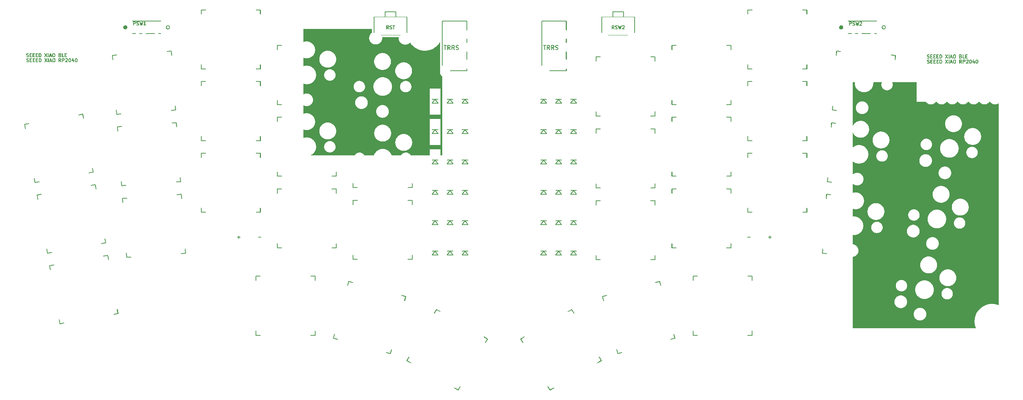
<source format=gto>
G04 #@! TF.GenerationSoftware,KiCad,Pcbnew,9.0.3*
G04 #@! TF.CreationDate,2025-07-20T15:55:04+08:00*
G04 #@! TF.ProjectId,totem_0_3,746f7465-6d5f-4305-9f33-2e6b69636164,0.3*
G04 #@! TF.SameCoordinates,Original*
G04 #@! TF.FileFunction,Legend,Top*
G04 #@! TF.FilePolarity,Positive*
%FSLAX46Y46*%
G04 Gerber Fmt 4.6, Leading zero omitted, Abs format (unit mm)*
G04 Created by KiCad (PCBNEW 9.0.3) date 2025-07-20 15:55:04*
%MOMM*%
%LPD*%
G01*
G04 APERTURE LIST*
%ADD10C,0.000000*%
%ADD11C,0.150000*%
%ADD12C,0.475000*%
%ADD13C,0.120000*%
%ADD14C,2.500000*%
%ADD15C,0.750000*%
%ADD16C,5.600000*%
%ADD17R,1.500000X1.800000*%
%ADD18C,0.500000*%
%ADD19C,3.000000*%
%ADD20C,1.701800*%
%ADD21C,3.429000*%
%ADD22C,2.032000*%
%ADD23C,2.100000*%
%ADD24O,1.800000X2.750000*%
%ADD25C,1.397000*%
%ADD26C,1.200000*%
%ADD27C,0.900000*%
%ADD28R,0.700000X1.000000*%
%ADD29R,1.000000X2.800000*%
G04 APERTURE END LIST*
D10*
G36*
X221743476Y-47099531D02*
G01*
X221770515Y-47110731D01*
X221791206Y-47131422D01*
X221802406Y-47158457D01*
X221803856Y-47173090D01*
X221803856Y-48173090D01*
X221802406Y-48187719D01*
X221791206Y-48214758D01*
X221770515Y-48235449D01*
X221743476Y-48246649D01*
X221714210Y-48246649D01*
X221687187Y-48235449D01*
X221666496Y-48214758D01*
X221655296Y-48187719D01*
X221653846Y-48173090D01*
X221653846Y-47248091D01*
X220728843Y-47248091D01*
X220714210Y-47246649D01*
X220687187Y-47235449D01*
X220666496Y-47214758D01*
X220655296Y-47187719D01*
X220655296Y-47158457D01*
X220666496Y-47131422D01*
X220687187Y-47110731D01*
X220714210Y-47099531D01*
X220728843Y-47098089D01*
X221728843Y-47098089D01*
X221743476Y-47099531D01*
G37*
G36*
X208743476Y-47099531D02*
G01*
X208770515Y-47110731D01*
X208791206Y-47131422D01*
X208802406Y-47158457D01*
X208802406Y-47187719D01*
X208791206Y-47214758D01*
X208770515Y-47235449D01*
X208743476Y-47246649D01*
X208728843Y-47248091D01*
X207803856Y-47248091D01*
X207803856Y-48173090D01*
X207802406Y-48187719D01*
X207791206Y-48214758D01*
X207770515Y-48235449D01*
X207743476Y-48246649D01*
X207714210Y-48246649D01*
X207687187Y-48235449D01*
X207666496Y-48214758D01*
X207655296Y-48187719D01*
X207653846Y-48173090D01*
X207653846Y-47173090D01*
X207655296Y-47158457D01*
X207666496Y-47131422D01*
X207687187Y-47110731D01*
X207714210Y-47099531D01*
X207728843Y-47098089D01*
X208728843Y-47098089D01*
X208743476Y-47099531D01*
G37*
G36*
X92119552Y-47099531D02*
G01*
X92146591Y-47110731D01*
X92167282Y-47131422D01*
X92178482Y-47158457D01*
X92179924Y-47173090D01*
X92179924Y-48173090D01*
X92178482Y-48187719D01*
X92167282Y-48214758D01*
X92146591Y-48235449D01*
X92119552Y-48246649D01*
X92090286Y-48246649D01*
X92063255Y-48235449D01*
X92042564Y-48214758D01*
X92031364Y-48187719D01*
X92029922Y-48173090D01*
X92029922Y-47248091D01*
X91104919Y-47248091D01*
X91090286Y-47246649D01*
X91063255Y-47235449D01*
X91042564Y-47214758D01*
X91031364Y-47187719D01*
X91031364Y-47158457D01*
X91042564Y-47131422D01*
X91063255Y-47110731D01*
X91090286Y-47099531D01*
X91104919Y-47098089D01*
X92104919Y-47098089D01*
X92119552Y-47099531D01*
G37*
G36*
X79119552Y-47099531D02*
G01*
X79146591Y-47110731D01*
X79167282Y-47131422D01*
X79178482Y-47158457D01*
X79178482Y-47187719D01*
X79167282Y-47214758D01*
X79146591Y-47235449D01*
X79119552Y-47246649D01*
X79104919Y-47248091D01*
X78179924Y-47248091D01*
X78179924Y-48173090D01*
X78178482Y-48187719D01*
X78167282Y-48214758D01*
X78146591Y-48235449D01*
X78119552Y-48246649D01*
X78090286Y-48246649D01*
X78063255Y-48235449D01*
X78042564Y-48214758D01*
X78031364Y-48187719D01*
X78029922Y-48173090D01*
X78029922Y-47173090D01*
X78031364Y-47158457D01*
X78042564Y-47131422D01*
X78063255Y-47110731D01*
X78090286Y-47099531D01*
X78104919Y-47098089D01*
X79104919Y-47098089D01*
X79119552Y-47099531D01*
G37*
G36*
X238298652Y-49749689D02*
G01*
X238331123Y-49782160D01*
X238331123Y-49828081D01*
X238298652Y-49860556D01*
X238275688Y-49865122D01*
X231525688Y-49865122D01*
X231502723Y-49860556D01*
X231470253Y-49828081D01*
X231470253Y-49782160D01*
X231502723Y-49749689D01*
X231525688Y-49745123D01*
X238275688Y-49745123D01*
X238298652Y-49749689D01*
G37*
G36*
X68498657Y-49749689D02*
G01*
X68531128Y-49782160D01*
X68531128Y-49828081D01*
X68498657Y-49860556D01*
X68475692Y-49865122D01*
X61725696Y-49865122D01*
X61702736Y-49860556D01*
X61670265Y-49828081D01*
X61670265Y-49782160D01*
X61702736Y-49749689D01*
X61725696Y-49745123D01*
X68475692Y-49745123D01*
X68498657Y-49749689D01*
G37*
G36*
X62325107Y-49907442D02*
G01*
X62339740Y-49908880D01*
X62341163Y-49909239D01*
X62342903Y-49909960D01*
X62344780Y-49910093D01*
X62346214Y-49910410D01*
X62359947Y-49915663D01*
X62360397Y-49915861D01*
X62436584Y-49953958D01*
X62437011Y-49954199D01*
X62442955Y-49957933D01*
X62444393Y-49958532D01*
X62445648Y-49959288D01*
X62447460Y-49960772D01*
X62449455Y-49962030D01*
X62450569Y-49962984D01*
X62451595Y-49964167D01*
X62457012Y-49968615D01*
X62457378Y-49968943D01*
X62495472Y-50007036D01*
X62495800Y-50007402D01*
X62500251Y-50012827D01*
X62501426Y-50013845D01*
X62502384Y-50014959D01*
X62503635Y-50016947D01*
X62505127Y-50018766D01*
X62505882Y-50020025D01*
X62506477Y-50021460D01*
X62510215Y-50027403D01*
X62510456Y-50027830D01*
X62548553Y-50104021D01*
X62548751Y-50104467D01*
X62554004Y-50118200D01*
X62554325Y-50119635D01*
X62554454Y-50121511D01*
X62555175Y-50123251D01*
X62555534Y-50124674D01*
X62556976Y-50139307D01*
X62556999Y-50139799D01*
X62556999Y-50254084D01*
X62556976Y-50254572D01*
X62555534Y-50269205D01*
X62555175Y-50270628D01*
X62554454Y-50272367D01*
X62554325Y-50274248D01*
X62554004Y-50275679D01*
X62548751Y-50289411D01*
X62548553Y-50289862D01*
X62510456Y-50366049D01*
X62510215Y-50366480D01*
X62506481Y-50372412D01*
X62505882Y-50373854D01*
X62505127Y-50375112D01*
X62503635Y-50376936D01*
X62502384Y-50378920D01*
X62501426Y-50380037D01*
X62500251Y-50381052D01*
X62495803Y-50386476D01*
X62495472Y-50386843D01*
X62457378Y-50424936D01*
X62457012Y-50425264D01*
X62451591Y-50429716D01*
X62450573Y-50430891D01*
X62449455Y-50431852D01*
X62447460Y-50433104D01*
X62445652Y-50434591D01*
X62444389Y-50435347D01*
X62442951Y-50435942D01*
X62437011Y-50439680D01*
X62436584Y-50439920D01*
X62360397Y-50478018D01*
X62359947Y-50478216D01*
X62346214Y-50483469D01*
X62344780Y-50483789D01*
X62342903Y-50483919D01*
X62341167Y-50484640D01*
X62339740Y-50484999D01*
X62325107Y-50486441D01*
X62324619Y-50486464D01*
X62099857Y-50486464D01*
X62099857Y-50787416D01*
X62099834Y-50787905D01*
X62098392Y-50802538D01*
X62098034Y-50803961D01*
X62086834Y-50830996D01*
X62085754Y-50832621D01*
X62065059Y-50853311D01*
X62063438Y-50854395D01*
X62036399Y-50865595D01*
X62034488Y-50865976D01*
X62005226Y-50865976D01*
X62003311Y-50865595D01*
X61976276Y-50854395D01*
X61974651Y-50853311D01*
X61953960Y-50832621D01*
X61952877Y-50830996D01*
X61941677Y-50803961D01*
X61941322Y-50802538D01*
X61939880Y-50787905D01*
X61939857Y-50787416D01*
X61939857Y-50326464D01*
X61939857Y-50067415D01*
X62099857Y-50067415D01*
X62099857Y-50326464D01*
X62305732Y-50326464D01*
X62353420Y-50302622D01*
X62373153Y-50282885D01*
X62396999Y-50235197D01*
X62396999Y-50158682D01*
X62373157Y-50110998D01*
X62353416Y-50091257D01*
X62305732Y-50067415D01*
X62099857Y-50067415D01*
X61939857Y-50067415D01*
X61939857Y-49987417D01*
X61939880Y-49986925D01*
X61941322Y-49972296D01*
X61941677Y-49970873D01*
X61952877Y-49943834D01*
X61953960Y-49942213D01*
X61974651Y-49921518D01*
X61976276Y-49920439D01*
X62003311Y-49909239D01*
X62004734Y-49908880D01*
X62019367Y-49907442D01*
X62019855Y-49907415D01*
X62324619Y-49907415D01*
X62325107Y-49907442D01*
G37*
G36*
X63532455Y-49912165D02*
G01*
X63534282Y-49912844D01*
X63559204Y-49928179D01*
X63560634Y-49929506D01*
X63577793Y-49953215D01*
X63578468Y-49954515D01*
X63583255Y-49968416D01*
X63583393Y-49968885D01*
X63700435Y-50460466D01*
X63771129Y-50195375D01*
X63771278Y-50194906D01*
X63772361Y-50192007D01*
X63772480Y-50191133D01*
X63773109Y-50189291D01*
X63773891Y-50187941D01*
X63776439Y-50181139D01*
X63777153Y-50179857D01*
X63782974Y-50172251D01*
X63787773Y-50163965D01*
X63789058Y-50162500D01*
X63792389Y-50159948D01*
X63794941Y-50156618D01*
X63796402Y-50155333D01*
X63804691Y-50150530D01*
X63812297Y-50144712D01*
X63814048Y-50143850D01*
X63818096Y-50142771D01*
X63821731Y-50140669D01*
X63823574Y-50140039D01*
X63833072Y-50138777D01*
X63842323Y-50136312D01*
X63844268Y-50136187D01*
X63848423Y-50136736D01*
X63852584Y-50136187D01*
X63854530Y-50136309D01*
X63863792Y-50138781D01*
X63873279Y-50140039D01*
X63875126Y-50140669D01*
X63878749Y-50142767D01*
X63882808Y-50143850D01*
X63884555Y-50144712D01*
X63892166Y-50150534D01*
X63900451Y-50155333D01*
X63901916Y-50156618D01*
X63904461Y-50159944D01*
X63907795Y-50162497D01*
X63909084Y-50163961D01*
X63913883Y-50172255D01*
X63919704Y-50179857D01*
X63920414Y-50181139D01*
X63922962Y-50187937D01*
X63923744Y-50189287D01*
X63924377Y-50191137D01*
X63924492Y-50192015D01*
X63925575Y-50194906D01*
X63925727Y-50195375D01*
X63996414Y-50460466D01*
X64113456Y-49968885D01*
X64113594Y-49968416D01*
X64118385Y-49954515D01*
X64119064Y-49953215D01*
X64136215Y-49929506D01*
X64137649Y-49928179D01*
X64162567Y-49912844D01*
X64164398Y-49912165D01*
X64193298Y-49907534D01*
X64195243Y-49907606D01*
X64223709Y-49914385D01*
X64225486Y-49915197D01*
X64249191Y-49932352D01*
X64250518Y-49933783D01*
X64265854Y-49958704D01*
X64266533Y-49960535D01*
X64271164Y-49989428D01*
X64271186Y-49990896D01*
X64269195Y-50005465D01*
X64269104Y-50005945D01*
X64078628Y-50805944D01*
X64078491Y-50806417D01*
X64076927Y-50810961D01*
X64076751Y-50812265D01*
X64076118Y-50814115D01*
X64075416Y-50815329D01*
X64073700Y-50820314D01*
X64073021Y-50821619D01*
X64066787Y-50830233D01*
X64061462Y-50839441D01*
X64060173Y-50840906D01*
X64057693Y-50842802D01*
X64055870Y-50845324D01*
X64054435Y-50846655D01*
X64045379Y-50852224D01*
X64036934Y-50858694D01*
X64035186Y-50859552D01*
X64032165Y-50860357D01*
X64029518Y-50861990D01*
X64027687Y-50862669D01*
X64017196Y-50864347D01*
X64006912Y-50867094D01*
X64004959Y-50867220D01*
X64001869Y-50866808D01*
X63998794Y-50867300D01*
X63996841Y-50867228D01*
X63986488Y-50864763D01*
X63975952Y-50863363D01*
X63974109Y-50862734D01*
X63971412Y-50861174D01*
X63968380Y-50860449D01*
X63966606Y-50859636D01*
X63957988Y-50853399D01*
X63948783Y-50848074D01*
X63947319Y-50846785D01*
X63945427Y-50844309D01*
X63942897Y-50842482D01*
X63941570Y-50841051D01*
X63936000Y-50831995D01*
X63929535Y-50823545D01*
X63928821Y-50822264D01*
X63926963Y-50817308D01*
X63926235Y-50816126D01*
X63925556Y-50814302D01*
X63925346Y-50813002D01*
X63923660Y-50808496D01*
X63923507Y-50808031D01*
X63848426Y-50526472D01*
X63773346Y-50808031D01*
X63773197Y-50808496D01*
X63771507Y-50812998D01*
X63771297Y-50814299D01*
X63770618Y-50816130D01*
X63769889Y-50817312D01*
X63768032Y-50822264D01*
X63767322Y-50823545D01*
X63760860Y-50831984D01*
X63755283Y-50841051D01*
X63753955Y-50842482D01*
X63751430Y-50844309D01*
X63749534Y-50846785D01*
X63748069Y-50848074D01*
X63738865Y-50853399D01*
X63730251Y-50859636D01*
X63728473Y-50860449D01*
X63725444Y-50861170D01*
X63722747Y-50862734D01*
X63720897Y-50863363D01*
X63710357Y-50864763D01*
X63700008Y-50867228D01*
X63698059Y-50867300D01*
X63694976Y-50866808D01*
X63691890Y-50867216D01*
X63689945Y-50867094D01*
X63679668Y-50864351D01*
X63669162Y-50862669D01*
X63667335Y-50861990D01*
X63664676Y-50860353D01*
X63661666Y-50859552D01*
X63659916Y-50858690D01*
X63651470Y-50852224D01*
X63642414Y-50846655D01*
X63640983Y-50845327D01*
X63639152Y-50842798D01*
X63636676Y-50840902D01*
X63635391Y-50839437D01*
X63630066Y-50830240D01*
X63623825Y-50821619D01*
X63623149Y-50820318D01*
X63621429Y-50815325D01*
X63620727Y-50814112D01*
X63620098Y-50812269D01*
X63619926Y-50810961D01*
X63618358Y-50806417D01*
X63618221Y-50805944D01*
X63427745Y-50005945D01*
X63427658Y-50005465D01*
X63425666Y-49990896D01*
X63425686Y-49989428D01*
X63430317Y-49960535D01*
X63430996Y-49958704D01*
X63446334Y-49933783D01*
X63447662Y-49932352D01*
X63471367Y-49915194D01*
X63473140Y-49914381D01*
X63501609Y-49907606D01*
X63503559Y-49907530D01*
X63532455Y-49912165D01*
G37*
G36*
X64694213Y-49908857D02*
G01*
X64701149Y-49908857D01*
X64703064Y-49909239D01*
X64709396Y-49911859D01*
X64716117Y-49913191D01*
X64717926Y-49913935D01*
X64723693Y-49917784D01*
X64730102Y-49920439D01*
X64731720Y-49921518D01*
X64736572Y-49926367D01*
X64742271Y-49930170D01*
X64743652Y-49931547D01*
X64747512Y-49937307D01*
X64752418Y-49942213D01*
X64753502Y-49943834D01*
X64756118Y-49950167D01*
X64759933Y-49955862D01*
X64760681Y-49957663D01*
X64762046Y-49964464D01*
X64764694Y-49970873D01*
X64765052Y-49972296D01*
X64766479Y-49986772D01*
X64766403Y-49986780D01*
X64766403Y-49986811D01*
X64766479Y-49986803D01*
X64766487Y-49986853D01*
X64766517Y-49987417D01*
X64766517Y-50707415D01*
X64915092Y-50707415D01*
X64915580Y-50707441D01*
X64930214Y-50708879D01*
X64931633Y-50709238D01*
X64958671Y-50720438D01*
X64960296Y-50721521D01*
X64980987Y-50742212D01*
X64982071Y-50743833D01*
X64993270Y-50770872D01*
X64993652Y-50772783D01*
X64993652Y-50802050D01*
X64993270Y-50803961D01*
X64982071Y-50830996D01*
X64980987Y-50832621D01*
X64960296Y-50853311D01*
X64958671Y-50854395D01*
X64931633Y-50865595D01*
X64930214Y-50865950D01*
X64915580Y-50867392D01*
X64915092Y-50867414D01*
X64457946Y-50867414D01*
X64457458Y-50867392D01*
X64442825Y-50865950D01*
X64441406Y-50865595D01*
X64414367Y-50854395D01*
X64412742Y-50853311D01*
X64392051Y-50832621D01*
X64390968Y-50830996D01*
X64379768Y-50803961D01*
X64379387Y-50802050D01*
X64379387Y-50772783D01*
X64379768Y-50770872D01*
X64390968Y-50743833D01*
X64392051Y-50742212D01*
X64412742Y-50721521D01*
X64414367Y-50720438D01*
X64441406Y-50709238D01*
X64442825Y-50708879D01*
X64457458Y-50707441D01*
X64457946Y-50707415D01*
X64606521Y-50707415D01*
X64606521Y-50218649D01*
X64590705Y-50234461D01*
X64590347Y-50234789D01*
X64584922Y-50239237D01*
X64583900Y-50240416D01*
X64582786Y-50241377D01*
X64580787Y-50242628D01*
X64578979Y-50244116D01*
X64577720Y-50244871D01*
X64576278Y-50245466D01*
X64570343Y-50249205D01*
X64569915Y-50249445D01*
X64493721Y-50287542D01*
X64493278Y-50287741D01*
X64479545Y-50292993D01*
X64478111Y-50293310D01*
X64448921Y-50295385D01*
X64446983Y-50295141D01*
X64419227Y-50285887D01*
X64417526Y-50284922D01*
X64395424Y-50265749D01*
X64394226Y-50264208D01*
X64381141Y-50238031D01*
X64380622Y-50236151D01*
X64378547Y-50206961D01*
X64378791Y-50205027D01*
X64388046Y-50177263D01*
X64389015Y-50175569D01*
X64408187Y-50153460D01*
X64409301Y-50152506D01*
X64421745Y-50144674D01*
X64422172Y-50144434D01*
X64486747Y-50112143D01*
X64548156Y-50050734D01*
X64619957Y-49943041D01*
X64620193Y-49942713D01*
X64620224Y-49942671D01*
X64620277Y-49942705D01*
X64620376Y-49942556D01*
X64620346Y-49942530D01*
X64629562Y-49931269D01*
X64630645Y-49930284D01*
X64636413Y-49926424D01*
X64641319Y-49921518D01*
X64642936Y-49920439D01*
X64649269Y-49917814D01*
X64654968Y-49914000D01*
X64656768Y-49913252D01*
X64663566Y-49911890D01*
X64669975Y-49909239D01*
X64671890Y-49908857D01*
X64678741Y-49908857D01*
X64685463Y-49907515D01*
X64687408Y-49907511D01*
X64694213Y-49908857D01*
G37*
G36*
X63125106Y-49907442D02*
G01*
X63132095Y-49908129D01*
X63133644Y-49908018D01*
X63135105Y-49908129D01*
X63137397Y-49908647D01*
X63139740Y-49908880D01*
X63141162Y-49909239D01*
X63142608Y-49909834D01*
X63149444Y-49911390D01*
X63149917Y-49911524D01*
X63264202Y-49949617D01*
X63264660Y-49949793D01*
X63278083Y-49955790D01*
X63279323Y-49956575D01*
X63301429Y-49975752D01*
X63302623Y-49977293D01*
X63315712Y-50003466D01*
X63316227Y-50005346D01*
X63318302Y-50034536D01*
X63318058Y-50036470D01*
X63308803Y-50064234D01*
X63307838Y-50065931D01*
X63288662Y-50088037D01*
X63287120Y-50089231D01*
X63260948Y-50102320D01*
X63259067Y-50102835D01*
X63229877Y-50104910D01*
X63228416Y-50104799D01*
X63214077Y-50101538D01*
X63213604Y-50101404D01*
X63111637Y-50067415D01*
X62953025Y-50067415D01*
X62905338Y-50091261D01*
X62885604Y-50110994D01*
X62861759Y-50158682D01*
X62861759Y-50197100D01*
X62885604Y-50244787D01*
X62905342Y-50264524D01*
X62962059Y-50292883D01*
X63105926Y-50328852D01*
X63106392Y-50328993D01*
X63106983Y-50329203D01*
X63108120Y-50329454D01*
X63114174Y-50331774D01*
X63120243Y-50333940D01*
X63121265Y-50334486D01*
X63121852Y-50334711D01*
X63122299Y-50334909D01*
X63198490Y-50373007D01*
X63198917Y-50373243D01*
X63204856Y-50376982D01*
X63206295Y-50377581D01*
X63207553Y-50378336D01*
X63209369Y-50379824D01*
X63211361Y-50381079D01*
X63212474Y-50382036D01*
X63213493Y-50383207D01*
X63218917Y-50387663D01*
X63219284Y-50387991D01*
X63257377Y-50426084D01*
X63257705Y-50426451D01*
X63262157Y-50431871D01*
X63263336Y-50432894D01*
X63264289Y-50434008D01*
X63265541Y-50435999D01*
X63267032Y-50437815D01*
X63267788Y-50439074D01*
X63268383Y-50440508D01*
X63272121Y-50446451D01*
X63272361Y-50446878D01*
X63310459Y-50523066D01*
X63310653Y-50523516D01*
X63315910Y-50537249D01*
X63316227Y-50538683D01*
X63316360Y-50540560D01*
X63317081Y-50542299D01*
X63317440Y-50543722D01*
X63318878Y-50558355D01*
X63318904Y-50558844D01*
X63318904Y-50635035D01*
X63318878Y-50635527D01*
X63317440Y-50650156D01*
X63317081Y-50651583D01*
X63316360Y-50653318D01*
X63316227Y-50655199D01*
X63315910Y-50656630D01*
X63310653Y-50670362D01*
X63310459Y-50670813D01*
X63272361Y-50747004D01*
X63272121Y-50747431D01*
X63268383Y-50753366D01*
X63267788Y-50754805D01*
X63267032Y-50756063D01*
X63265541Y-50757879D01*
X63264289Y-50759870D01*
X63263332Y-50760988D01*
X63262153Y-50762007D01*
X63257705Y-50767427D01*
X63257377Y-50767794D01*
X63219284Y-50805887D01*
X63218917Y-50806219D01*
X63213497Y-50810667D01*
X63212474Y-50811846D01*
X63211361Y-50812803D01*
X63209365Y-50814058D01*
X63207553Y-50815546D01*
X63206295Y-50816301D01*
X63204853Y-50816896D01*
X63198917Y-50820635D01*
X63198490Y-50820875D01*
X63122299Y-50858969D01*
X63121849Y-50859167D01*
X63108120Y-50864424D01*
X63106685Y-50864740D01*
X63104805Y-50864874D01*
X63103069Y-50865595D01*
X63101646Y-50865950D01*
X63087013Y-50867392D01*
X63086521Y-50867414D01*
X62896045Y-50867414D01*
X62895557Y-50867392D01*
X62888568Y-50866705D01*
X62887024Y-50866816D01*
X62885559Y-50866701D01*
X62883270Y-50866182D01*
X62880924Y-50865950D01*
X62879501Y-50865595D01*
X62878063Y-50865000D01*
X62871223Y-50863443D01*
X62870750Y-50863310D01*
X62756462Y-50825216D01*
X62756004Y-50825037D01*
X62742580Y-50819044D01*
X62741344Y-50818254D01*
X62719234Y-50799082D01*
X62718040Y-50797541D01*
X62704952Y-50771368D01*
X62704437Y-50769487D01*
X62702362Y-50740297D01*
X62702606Y-50738359D01*
X62711860Y-50710600D01*
X62712825Y-50708902D01*
X62732002Y-50686796D01*
X62733543Y-50685598D01*
X62759716Y-50672514D01*
X62761596Y-50671999D01*
X62790786Y-50669924D01*
X62792247Y-50670034D01*
X62806587Y-50673296D01*
X62807060Y-50673426D01*
X62909027Y-50707415D01*
X63067638Y-50707415D01*
X63115322Y-50683573D01*
X63135059Y-50663835D01*
X63158905Y-50616148D01*
X63158905Y-50577730D01*
X63135063Y-50530046D01*
X63115322Y-50510305D01*
X63058601Y-50481947D01*
X62914737Y-50445982D01*
X62914268Y-50445837D01*
X62913677Y-50445623D01*
X62912544Y-50445375D01*
X62906520Y-50443068D01*
X62900425Y-50440889D01*
X62899398Y-50440344D01*
X62898815Y-50440119D01*
X62898365Y-50439920D01*
X62822174Y-50401827D01*
X62821746Y-50401586D01*
X62815803Y-50397848D01*
X62814369Y-50397253D01*
X62813110Y-50396498D01*
X62811294Y-50395006D01*
X62809307Y-50393755D01*
X62808189Y-50392797D01*
X62807167Y-50391619D01*
X62801746Y-50387171D01*
X62801384Y-50386843D01*
X62763286Y-50348745D01*
X62762958Y-50348383D01*
X62758506Y-50342958D01*
X62757331Y-50341940D01*
X62756378Y-50340826D01*
X62755119Y-50338835D01*
X62753631Y-50337019D01*
X62752876Y-50335760D01*
X62752281Y-50334322D01*
X62748542Y-50328382D01*
X62748302Y-50327955D01*
X62710205Y-50251764D01*
X62710006Y-50251314D01*
X62704753Y-50237585D01*
X62704437Y-50236155D01*
X62704300Y-50234274D01*
X62703582Y-50232531D01*
X62703224Y-50231108D01*
X62701786Y-50216478D01*
X62701759Y-50215986D01*
X62701759Y-50139799D01*
X62701786Y-50139307D01*
X62703224Y-50124674D01*
X62703582Y-50123255D01*
X62704300Y-50121511D01*
X62704437Y-50119631D01*
X62704753Y-50118200D01*
X62710006Y-50104467D01*
X62710205Y-50104021D01*
X62748302Y-50027830D01*
X62748542Y-50027403D01*
X62752277Y-50021463D01*
X62752876Y-50020021D01*
X62753631Y-50018766D01*
X62755127Y-50016943D01*
X62756378Y-50014955D01*
X62757331Y-50013845D01*
X62758506Y-50012823D01*
X62762958Y-50007402D01*
X62763286Y-50007036D01*
X62801384Y-49968943D01*
X62801746Y-49968615D01*
X62807170Y-49964163D01*
X62808193Y-49962984D01*
X62809303Y-49962030D01*
X62811294Y-49960775D01*
X62813110Y-49959288D01*
X62814369Y-49958532D01*
X62815799Y-49957937D01*
X62821746Y-49954199D01*
X62822174Y-49953958D01*
X62898365Y-49915861D01*
X62898815Y-49915663D01*
X62912544Y-49910410D01*
X62913978Y-49910093D01*
X62915855Y-49909960D01*
X62917595Y-49909239D01*
X62919017Y-49908880D01*
X62933651Y-49907442D01*
X62934143Y-49907415D01*
X63124618Y-49907415D01*
X63125106Y-49907442D01*
G37*
G36*
X232169090Y-49947439D02*
G01*
X232183723Y-49948881D01*
X232185157Y-49949240D01*
X232186897Y-49949957D01*
X232188774Y-49950090D01*
X232190208Y-49950411D01*
X232203941Y-49955664D01*
X232204383Y-49955862D01*
X232280571Y-49993956D01*
X232280998Y-49994196D01*
X232286949Y-49997934D01*
X232288383Y-49998533D01*
X232289634Y-49999289D01*
X232291450Y-50000772D01*
X232293449Y-50002027D01*
X232294563Y-50002985D01*
X232295585Y-50004164D01*
X232301002Y-50008612D01*
X232301368Y-50008944D01*
X232339454Y-50047037D01*
X232339790Y-50047399D01*
X232344246Y-50052824D01*
X232345420Y-50053842D01*
X232346367Y-50054956D01*
X232347618Y-50056944D01*
X232349113Y-50058767D01*
X232349876Y-50060026D01*
X232350471Y-50061460D01*
X232354210Y-50067400D01*
X232354438Y-50067831D01*
X232392540Y-50144018D01*
X232392738Y-50144468D01*
X232398002Y-50158201D01*
X232398307Y-50159632D01*
X232398445Y-50161512D01*
X232399162Y-50163252D01*
X232399528Y-50164675D01*
X232400962Y-50179308D01*
X232400993Y-50179796D01*
X232400993Y-50294081D01*
X232400962Y-50294573D01*
X232399528Y-50309206D01*
X232399162Y-50310629D01*
X232398445Y-50312365D01*
X232398307Y-50314245D01*
X232398002Y-50315680D01*
X232392738Y-50329412D01*
X232392540Y-50329859D01*
X232354438Y-50406050D01*
X232354210Y-50406477D01*
X232350471Y-50412413D01*
X232349876Y-50413855D01*
X232349113Y-50415113D01*
X232347618Y-50416933D01*
X232346367Y-50418920D01*
X232345420Y-50420034D01*
X232344246Y-50421053D01*
X232339790Y-50426477D01*
X232339454Y-50426844D01*
X232301368Y-50464937D01*
X232301002Y-50465265D01*
X232295585Y-50469713D01*
X232294563Y-50470892D01*
X232293449Y-50471849D01*
X232291450Y-50473104D01*
X232289634Y-50474592D01*
X232288383Y-50475347D01*
X232286934Y-50475943D01*
X232280998Y-50479681D01*
X232280571Y-50479921D01*
X232204383Y-50518019D01*
X232203941Y-50518217D01*
X232190208Y-50523470D01*
X232188774Y-50523786D01*
X232186897Y-50523920D01*
X232185157Y-50524641D01*
X232183723Y-50525000D01*
X232169090Y-50526438D01*
X232168602Y-50526464D01*
X231943840Y-50526464D01*
X231943840Y-50827417D01*
X231943824Y-50827906D01*
X231942375Y-50842539D01*
X231942024Y-50843962D01*
X231930824Y-50870996D01*
X231929741Y-50872621D01*
X231909050Y-50893312D01*
X231907432Y-50894396D01*
X231880394Y-50905596D01*
X231878471Y-50905973D01*
X231849220Y-50905973D01*
X231847297Y-50905596D01*
X231820259Y-50894396D01*
X231818641Y-50893312D01*
X231797950Y-50872621D01*
X231796867Y-50870996D01*
X231785667Y-50843962D01*
X231785316Y-50842539D01*
X231783867Y-50827906D01*
X231783851Y-50827417D01*
X231783851Y-50366465D01*
X231783851Y-50107416D01*
X231943840Y-50107416D01*
X231943840Y-50366465D01*
X232149726Y-50366465D01*
X232197410Y-50342619D01*
X232217140Y-50322882D01*
X232240989Y-50275194D01*
X232240989Y-50198683D01*
X232217140Y-50150999D01*
X232197410Y-50131258D01*
X232149726Y-50107416D01*
X231943840Y-50107416D01*
X231783851Y-50107416D01*
X231783851Y-50027418D01*
X231783867Y-50026926D01*
X231785316Y-50012293D01*
X231785667Y-50010870D01*
X231796867Y-49983835D01*
X231797950Y-49982214D01*
X231818641Y-49961519D01*
X231820259Y-49960436D01*
X231847297Y-49949240D01*
X231848716Y-49948881D01*
X231863350Y-49947439D01*
X231863838Y-49947416D01*
X232168602Y-49947416D01*
X232169090Y-49947439D01*
G37*
G36*
X234039238Y-49947607D02*
G01*
X234067710Y-49954382D01*
X234069481Y-49955194D01*
X234093177Y-49972353D01*
X234094505Y-49973783D01*
X234109840Y-49998705D01*
X234110527Y-50000532D01*
X234115165Y-50029428D01*
X234115181Y-50030897D01*
X234113182Y-50045465D01*
X234113090Y-50045946D01*
X233922615Y-50845945D01*
X233922477Y-50846418D01*
X233920921Y-50850958D01*
X233920738Y-50852266D01*
X233920112Y-50854116D01*
X233919410Y-50855329D01*
X233917701Y-50860315D01*
X233917015Y-50861620D01*
X233910774Y-50870233D01*
X233905449Y-50879438D01*
X233904167Y-50880907D01*
X233901680Y-50882803D01*
X233899864Y-50885324D01*
X233898429Y-50886656D01*
X233889366Y-50892225D01*
X233880928Y-50898691D01*
X233879173Y-50899553D01*
X233876152Y-50900358D01*
X233873512Y-50901991D01*
X233871681Y-50902670D01*
X233861183Y-50904348D01*
X233850898Y-50907095D01*
X233848960Y-50907217D01*
X233845863Y-50906805D01*
X233842781Y-50907301D01*
X233840828Y-50907228D01*
X233830482Y-50904764D01*
X233819938Y-50903364D01*
X233818092Y-50902735D01*
X233815406Y-50901171D01*
X233812370Y-50900450D01*
X233810600Y-50899637D01*
X233801979Y-50893400D01*
X233792778Y-50888071D01*
X233791313Y-50886785D01*
X233789421Y-50884310D01*
X233786888Y-50882479D01*
X233785560Y-50881048D01*
X233779991Y-50871996D01*
X233773521Y-50863546D01*
X233772804Y-50862265D01*
X233770958Y-50857309D01*
X233770225Y-50856127D01*
X233769539Y-50854299D01*
X233769340Y-50853003D01*
X233767646Y-50848497D01*
X233767494Y-50848028D01*
X233692421Y-50566469D01*
X233617332Y-50848028D01*
X233617179Y-50848497D01*
X233615501Y-50852999D01*
X233615287Y-50854299D01*
X233614601Y-50856127D01*
X233613884Y-50857313D01*
X233612022Y-50862265D01*
X233611305Y-50863546D01*
X233604850Y-50871984D01*
X233599266Y-50881048D01*
X233597938Y-50882479D01*
X233595420Y-50884306D01*
X233593528Y-50886785D01*
X233592064Y-50888071D01*
X233582847Y-50893400D01*
X233574241Y-50899637D01*
X233572471Y-50900450D01*
X233569435Y-50901171D01*
X233566734Y-50902735D01*
X233564888Y-50903364D01*
X233554344Y-50904760D01*
X233543998Y-50907228D01*
X233542045Y-50907301D01*
X233538963Y-50906805D01*
X233535881Y-50907217D01*
X233533928Y-50907091D01*
X233523658Y-50904352D01*
X233513160Y-50902670D01*
X233511329Y-50901991D01*
X233508659Y-50900354D01*
X233505653Y-50899553D01*
X233503898Y-50898691D01*
X233495460Y-50892225D01*
X233486396Y-50886652D01*
X233484977Y-50885328D01*
X233483146Y-50882799D01*
X233480674Y-50880903D01*
X233479377Y-50879438D01*
X233474052Y-50870241D01*
X233467811Y-50861620D01*
X233467140Y-50860319D01*
X233465416Y-50855326D01*
X233464714Y-50854113D01*
X233464088Y-50852270D01*
X233463920Y-50850962D01*
X233462349Y-50846415D01*
X233462211Y-50845945D01*
X233271736Y-50045946D01*
X233271644Y-50045465D01*
X233269661Y-50030897D01*
X233269676Y-50029428D01*
X233274299Y-50000532D01*
X233274986Y-49998705D01*
X233290321Y-49973783D01*
X233291648Y-49972353D01*
X233315361Y-49955194D01*
X233317131Y-49954382D01*
X233345604Y-49947603D01*
X233347541Y-49947531D01*
X233376442Y-49952166D01*
X233378273Y-49952845D01*
X233403190Y-49968180D01*
X233404625Y-49969507D01*
X233421775Y-49993212D01*
X233422462Y-49994516D01*
X233427253Y-50008417D01*
X233427375Y-50008886D01*
X233544426Y-50500463D01*
X233615120Y-50235372D01*
X233615272Y-50234907D01*
X233616356Y-50232008D01*
X233616462Y-50231134D01*
X233617103Y-50229292D01*
X233617881Y-50227938D01*
X233620430Y-50221140D01*
X233621147Y-50219854D01*
X233626960Y-50212252D01*
X233631767Y-50203962D01*
X233633049Y-50202497D01*
X233636375Y-50199949D01*
X233638923Y-50196619D01*
X233640388Y-50195330D01*
X233648674Y-50190531D01*
X233656288Y-50184710D01*
X233658043Y-50183851D01*
X233662086Y-50182772D01*
X233665718Y-50180670D01*
X233667564Y-50180040D01*
X233677055Y-50178778D01*
X233686317Y-50176310D01*
X233688255Y-50176187D01*
X233692405Y-50176737D01*
X233696571Y-50176184D01*
X233698524Y-50176310D01*
X233707786Y-50178778D01*
X233717262Y-50180040D01*
X233719108Y-50180670D01*
X233722740Y-50182768D01*
X233726799Y-50183851D01*
X233728538Y-50184710D01*
X233736152Y-50190535D01*
X233744438Y-50195330D01*
X233745903Y-50196619D01*
X233748451Y-50199945D01*
X233751777Y-50202497D01*
X233753074Y-50203962D01*
X233757866Y-50212255D01*
X233763694Y-50219858D01*
X233764396Y-50221140D01*
X233766945Y-50227934D01*
X233767738Y-50229288D01*
X233768364Y-50231134D01*
X233768486Y-50232016D01*
X233769569Y-50234907D01*
X233769722Y-50235372D01*
X233840400Y-50500467D01*
X233957450Y-50008886D01*
X233957588Y-50008417D01*
X233962379Y-49994516D01*
X233963050Y-49993212D01*
X233980217Y-49969507D01*
X233981636Y-49968180D01*
X234006569Y-49952845D01*
X234008384Y-49952166D01*
X234037284Y-49947531D01*
X234039238Y-49947607D01*
G37*
G36*
X234607185Y-49947439D02*
G01*
X234621818Y-49948881D01*
X234623252Y-49949240D01*
X234624992Y-49949957D01*
X234626869Y-49950090D01*
X234628303Y-49950411D01*
X234642036Y-49955664D01*
X234642479Y-49955862D01*
X234718666Y-49993956D01*
X234719093Y-49994196D01*
X234725044Y-49997934D01*
X234726478Y-49998533D01*
X234727729Y-49999289D01*
X234729545Y-50000772D01*
X234731544Y-50002027D01*
X234732658Y-50002985D01*
X234733680Y-50004164D01*
X234739097Y-50008612D01*
X234739463Y-50008944D01*
X234777549Y-50047037D01*
X234777885Y-50047399D01*
X234782341Y-50052824D01*
X234783516Y-50053846D01*
X234784477Y-50054960D01*
X234785728Y-50056951D01*
X234787208Y-50058763D01*
X234787971Y-50060022D01*
X234788566Y-50061457D01*
X234792305Y-50067404D01*
X234792549Y-50067831D01*
X234830635Y-50144022D01*
X234830833Y-50144468D01*
X234836097Y-50158201D01*
X234836403Y-50159635D01*
X234836540Y-50161512D01*
X234837257Y-50163252D01*
X234837623Y-50164675D01*
X234839058Y-50179308D01*
X234839088Y-50179796D01*
X234839088Y-50255987D01*
X234839058Y-50256479D01*
X234838371Y-50263464D01*
X234838478Y-50265013D01*
X234838371Y-50266478D01*
X234837852Y-50268763D01*
X234837623Y-50271109D01*
X234837257Y-50272535D01*
X234836662Y-50273973D01*
X234835106Y-50280813D01*
X234834983Y-50281286D01*
X234796882Y-50395571D01*
X234796699Y-50396028D01*
X234790718Y-50409452D01*
X234789924Y-50410692D01*
X234788688Y-50412111D01*
X234787971Y-50413855D01*
X234787208Y-50415113D01*
X234777885Y-50426477D01*
X234777549Y-50426844D01*
X234456977Y-50747415D01*
X234759086Y-50747415D01*
X234759575Y-50747438D01*
X234774208Y-50748880D01*
X234775627Y-50749239D01*
X234802665Y-50760439D01*
X234804283Y-50761518D01*
X234824974Y-50782213D01*
X234826057Y-50783834D01*
X234837257Y-50810873D01*
X234837638Y-50812784D01*
X234837638Y-50842047D01*
X234837257Y-50843962D01*
X234826057Y-50870996D01*
X234824974Y-50872621D01*
X234804283Y-50893312D01*
X234802665Y-50894396D01*
X234775627Y-50905596D01*
X234774208Y-50905951D01*
X234759575Y-50907392D01*
X234759086Y-50907415D01*
X234263847Y-50907415D01*
X234263359Y-50907392D01*
X234248726Y-50905951D01*
X234247306Y-50905596D01*
X234220268Y-50894396D01*
X234218635Y-50893312D01*
X234197944Y-50872621D01*
X234196861Y-50870996D01*
X234185661Y-50843962D01*
X234185279Y-50842047D01*
X234185279Y-50812784D01*
X234185661Y-50810873D01*
X234196861Y-50783834D01*
X234197624Y-50782576D01*
X234206947Y-50771212D01*
X234207283Y-50770845D01*
X234651069Y-50327055D01*
X234679084Y-50243006D01*
X234679084Y-50198683D01*
X234655235Y-50150995D01*
X234635505Y-50131258D01*
X234587822Y-50107416D01*
X234435112Y-50107416D01*
X234387428Y-50131258D01*
X234358512Y-50160177D01*
X234358146Y-50160505D01*
X234346778Y-50169832D01*
X234345527Y-50170587D01*
X234318489Y-50181784D01*
X234316566Y-50182165D01*
X234287315Y-50182165D01*
X234285392Y-50181784D01*
X234258354Y-50170584D01*
X234256736Y-50169500D01*
X234236045Y-50148809D01*
X234234962Y-50147184D01*
X234223762Y-50120150D01*
X234223381Y-50118235D01*
X234223381Y-50088976D01*
X234223762Y-50087061D01*
X234234962Y-50060026D01*
X234235710Y-50058767D01*
X234245048Y-50047399D01*
X234245369Y-50047037D01*
X234283470Y-50008940D01*
X234283836Y-50008612D01*
X234289253Y-50004160D01*
X234290275Y-50002985D01*
X234291389Y-50002031D01*
X234293373Y-50000776D01*
X234295204Y-49999285D01*
X234296455Y-49998529D01*
X234297889Y-49997934D01*
X234303825Y-49994196D01*
X234304252Y-49993956D01*
X234380455Y-49955862D01*
X234380897Y-49955664D01*
X234394630Y-49950411D01*
X234396064Y-49950090D01*
X234397941Y-49949957D01*
X234399681Y-49949236D01*
X234401100Y-49948881D01*
X234415733Y-49947439D01*
X234416221Y-49947416D01*
X234606697Y-49947416D01*
X234607185Y-49947439D01*
G37*
G36*
X232969093Y-49947439D02*
G01*
X232976081Y-49948126D01*
X232977638Y-49948019D01*
X232979087Y-49948130D01*
X232981392Y-49948648D01*
X232983726Y-49948881D01*
X232985145Y-49949236D01*
X232986595Y-49949835D01*
X232993431Y-49951391D01*
X232993904Y-49951521D01*
X233108192Y-49989618D01*
X233108650Y-49989794D01*
X233122078Y-49995787D01*
X233123314Y-49996576D01*
X233145424Y-50015753D01*
X233146614Y-50017294D01*
X233159706Y-50043467D01*
X233160209Y-50045347D01*
X233162284Y-50074537D01*
X233162040Y-50076471D01*
X233152794Y-50104235D01*
X233151832Y-50105928D01*
X233132652Y-50128038D01*
X233131111Y-50129232D01*
X233104942Y-50142321D01*
X233103050Y-50142836D01*
X233073860Y-50144911D01*
X233072410Y-50144796D01*
X233058067Y-50141539D01*
X233057594Y-50141405D01*
X232955619Y-50107416D01*
X232797020Y-50107416D01*
X232749321Y-50131258D01*
X232729591Y-50150995D01*
X232705742Y-50198683D01*
X232705742Y-50237101D01*
X232729591Y-50284788D01*
X232749336Y-50304525D01*
X232806053Y-50332884D01*
X232949913Y-50368853D01*
X232950386Y-50368994D01*
X232950966Y-50369204D01*
X232952110Y-50369455D01*
X232958168Y-50371775D01*
X232964225Y-50373941D01*
X232965248Y-50374487D01*
X232965843Y-50374712D01*
X232966285Y-50374910D01*
X233042472Y-50413004D01*
X233042900Y-50413244D01*
X233048851Y-50416983D01*
X233050285Y-50417582D01*
X233051536Y-50418333D01*
X233053352Y-50419825D01*
X233055351Y-50421080D01*
X233056465Y-50422037D01*
X233057487Y-50423208D01*
X233062904Y-50427660D01*
X233063270Y-50427992D01*
X233101371Y-50466085D01*
X233101692Y-50466448D01*
X233106147Y-50471872D01*
X233107322Y-50472895D01*
X233108284Y-50474009D01*
X233109535Y-50476000D01*
X233111015Y-50477812D01*
X233111778Y-50479071D01*
X233112373Y-50480505D01*
X233116111Y-50486452D01*
X233116356Y-50486875D01*
X233154441Y-50563066D01*
X233154640Y-50563517D01*
X233159904Y-50577249D01*
X233160209Y-50578684D01*
X233160347Y-50580561D01*
X233161064Y-50582296D01*
X233161430Y-50583723D01*
X233162864Y-50598352D01*
X233162895Y-50598844D01*
X233162895Y-50675035D01*
X233162864Y-50675524D01*
X233161430Y-50690157D01*
X233161064Y-50691584D01*
X233160347Y-50693319D01*
X233160209Y-50695196D01*
X233159904Y-50696630D01*
X233154640Y-50710363D01*
X233154441Y-50710813D01*
X233116356Y-50787001D01*
X233116111Y-50787432D01*
X233112373Y-50793367D01*
X233111778Y-50794802D01*
X233111015Y-50796064D01*
X233109535Y-50797880D01*
X233108284Y-50799871D01*
X233107322Y-50800989D01*
X233106147Y-50802008D01*
X233101692Y-50807428D01*
X233101371Y-50807791D01*
X233063270Y-50845888D01*
X233062904Y-50846220D01*
X233057487Y-50850668D01*
X233056465Y-50851847D01*
X233055351Y-50852804D01*
X233053352Y-50854059D01*
X233051536Y-50855547D01*
X233050285Y-50856302D01*
X233048835Y-50856897D01*
X233042900Y-50860636D01*
X233042472Y-50860876D01*
X232966285Y-50898970D01*
X232965843Y-50899168D01*
X232952110Y-50904425D01*
X232950676Y-50904741D01*
X232948799Y-50904875D01*
X232947059Y-50905596D01*
X232945640Y-50905951D01*
X232931007Y-50907392D01*
X232930503Y-50907415D01*
X232740028Y-50907415D01*
X232739540Y-50907392D01*
X232732551Y-50906702D01*
X232731010Y-50906813D01*
X232729545Y-50906702D01*
X232727256Y-50906179D01*
X232724907Y-50905951D01*
X232723487Y-50905596D01*
X232722053Y-50904997D01*
X232715217Y-50903444D01*
X232714744Y-50903311D01*
X232600456Y-50865213D01*
X232599998Y-50865038D01*
X232586570Y-50859045D01*
X232585334Y-50858255D01*
X232563224Y-50839083D01*
X232562034Y-50837542D01*
X232548942Y-50811369D01*
X232548423Y-50809484D01*
X232546348Y-50780294D01*
X232546592Y-50778360D01*
X232555854Y-50750597D01*
X232556816Y-50748903D01*
X232575996Y-50726797D01*
X232577537Y-50725599D01*
X232603706Y-50712515D01*
X232605583Y-50712000D01*
X232634773Y-50709925D01*
X232636238Y-50710035D01*
X232650581Y-50713293D01*
X232651054Y-50713427D01*
X232753013Y-50747415D01*
X232911628Y-50747415D01*
X232959312Y-50723574D01*
X232979042Y-50703836D01*
X233002891Y-50656149D01*
X233002891Y-50617731D01*
X232979057Y-50570044D01*
X232959312Y-50550306D01*
X232902595Y-50521944D01*
X232758720Y-50485979D01*
X232758262Y-50485838D01*
X232757667Y-50485624D01*
X232756538Y-50485376D01*
X232750511Y-50483068D01*
X232744407Y-50480890D01*
X232743385Y-50480345D01*
X232742805Y-50480120D01*
X232742347Y-50479921D01*
X232666160Y-50441828D01*
X232665733Y-50441587D01*
X232659797Y-50437845D01*
X232658363Y-50437254D01*
X232657096Y-50436499D01*
X232655281Y-50435007D01*
X232653297Y-50433756D01*
X232652183Y-50432798D01*
X232651161Y-50431620D01*
X232645729Y-50427172D01*
X232645378Y-50426844D01*
X232607277Y-50388746D01*
X232606941Y-50388384D01*
X232602501Y-50382956D01*
X232601326Y-50381941D01*
X232600364Y-50380827D01*
X232599113Y-50378832D01*
X232597618Y-50377016D01*
X232596870Y-50375761D01*
X232596275Y-50374323D01*
X232592537Y-50368383D01*
X232592292Y-50367956D01*
X232554191Y-50291765D01*
X232553993Y-50291315D01*
X232548744Y-50277586D01*
X232548423Y-50276152D01*
X232548286Y-50274275D01*
X232547569Y-50272531D01*
X232547218Y-50271109D01*
X232545768Y-50256475D01*
X232545753Y-50255987D01*
X232545753Y-50179796D01*
X232545768Y-50179308D01*
X232547218Y-50164675D01*
X232547569Y-50163252D01*
X232548286Y-50161512D01*
X232548423Y-50159632D01*
X232548744Y-50158201D01*
X232553993Y-50144468D01*
X232554191Y-50144022D01*
X232592292Y-50067831D01*
X232592537Y-50067404D01*
X232596260Y-50061464D01*
X232596870Y-50060022D01*
X232597618Y-50058767D01*
X232599113Y-50056944D01*
X232600364Y-50054956D01*
X232601326Y-50053846D01*
X232602501Y-50052824D01*
X232606941Y-50047399D01*
X232607277Y-50047037D01*
X232645378Y-50008944D01*
X232645729Y-50008612D01*
X232651161Y-50004160D01*
X232652183Y-50002985D01*
X232653297Y-50002031D01*
X232655281Y-50000776D01*
X232657096Y-49999285D01*
X232658363Y-49998533D01*
X232659797Y-49997938D01*
X232665733Y-49994196D01*
X232666160Y-49993956D01*
X232742347Y-49955862D01*
X232742805Y-49955664D01*
X232756538Y-49950411D01*
X232757972Y-49950090D01*
X232759849Y-49949957D01*
X232761589Y-49949236D01*
X232763008Y-49948881D01*
X232777641Y-49947439D01*
X232778129Y-49947416D01*
X232968605Y-49947416D01*
X232969093Y-49947439D01*
G37*
G36*
X240157463Y-50866278D02*
G01*
X240264854Y-50928278D01*
X240352531Y-51015959D01*
X240414528Y-51123346D01*
X240446617Y-51243120D01*
X240446617Y-51367121D01*
X240414528Y-51486895D01*
X240352531Y-51594282D01*
X240264854Y-51681963D01*
X240157463Y-51743963D01*
X240037681Y-51776056D01*
X239913688Y-51776056D01*
X239793907Y-51743963D01*
X239686515Y-51681963D01*
X239598838Y-51594282D01*
X239536842Y-51486895D01*
X239504753Y-51367121D01*
X239504753Y-51347544D01*
X239653465Y-51347544D01*
X239675422Y-51429495D01*
X239717842Y-51502970D01*
X239777839Y-51562960D01*
X239851310Y-51605383D01*
X239933265Y-51627340D01*
X240018104Y-51627340D01*
X240100059Y-51605383D01*
X240173530Y-51562960D01*
X240233528Y-51502970D01*
X240275947Y-51429495D01*
X240297905Y-51347544D01*
X240297905Y-51262701D01*
X240275947Y-51180750D01*
X240233528Y-51107275D01*
X240173530Y-51047281D01*
X240100059Y-51004862D01*
X240018104Y-50982901D01*
X239933265Y-50982901D01*
X239851310Y-51004862D01*
X239777839Y-51047281D01*
X239717842Y-51107275D01*
X239675422Y-51180750D01*
X239653465Y-51262701D01*
X239653465Y-51347544D01*
X239504753Y-51347544D01*
X239504753Y-51262701D01*
X239504753Y-51243120D01*
X239536842Y-51123346D01*
X239598838Y-51015959D01*
X239686515Y-50928278D01*
X239793907Y-50866278D01*
X239913688Y-50834185D01*
X240037681Y-50834185D01*
X240157463Y-50866278D01*
G37*
G36*
X230057457Y-50866278D02*
G01*
X230164848Y-50928278D01*
X230252525Y-51015959D01*
X230314521Y-51123346D01*
X230346626Y-51243120D01*
X230346626Y-51367121D01*
X230314521Y-51486895D01*
X230252525Y-51594282D01*
X230164848Y-51681963D01*
X230057457Y-51743963D01*
X229937690Y-51776056D01*
X229813682Y-51776056D01*
X229693916Y-51743963D01*
X229586525Y-51681963D01*
X229498848Y-51594282D01*
X229436836Y-51486895D01*
X229404747Y-51367121D01*
X229404747Y-51243120D01*
X229436836Y-51123346D01*
X229498848Y-51015959D01*
X229586525Y-50928278D01*
X229693916Y-50866278D01*
X229813682Y-50834185D01*
X229937690Y-50834185D01*
X230057457Y-50866278D01*
G37*
G36*
X70357467Y-50866278D02*
G01*
X70464851Y-50928278D01*
X70552536Y-51015959D01*
X70614532Y-51123346D01*
X70646629Y-51243120D01*
X70646629Y-51367121D01*
X70614532Y-51486895D01*
X70552536Y-51594282D01*
X70464851Y-51681963D01*
X70357467Y-51743963D01*
X70237693Y-51776056D01*
X70113693Y-51776056D01*
X69993919Y-51743963D01*
X69886528Y-51681963D01*
X69798851Y-51594282D01*
X69736847Y-51486895D01*
X69704757Y-51367121D01*
X69704757Y-51347544D01*
X69853469Y-51347544D01*
X69875434Y-51429495D01*
X69917854Y-51502970D01*
X69977844Y-51562960D01*
X70051323Y-51605383D01*
X70133270Y-51627340D01*
X70218116Y-51627340D01*
X70300064Y-51605383D01*
X70373542Y-51562960D01*
X70433532Y-51502970D01*
X70475952Y-51429495D01*
X70497909Y-51347544D01*
X70497909Y-51262701D01*
X70475952Y-51180750D01*
X70433532Y-51107275D01*
X70373542Y-51047281D01*
X70300064Y-51004862D01*
X70218116Y-50982901D01*
X70133270Y-50982901D01*
X70051323Y-51004862D01*
X69977844Y-51047281D01*
X69917854Y-51107275D01*
X69875434Y-51180750D01*
X69853469Y-51262701D01*
X69853469Y-51347544D01*
X69704757Y-51347544D01*
X69704757Y-51262701D01*
X69704757Y-51243120D01*
X69736847Y-51123346D01*
X69798851Y-51015959D01*
X69886528Y-50928278D01*
X69993919Y-50866278D01*
X70113693Y-50834185D01*
X70237693Y-50834185D01*
X70357467Y-50866278D01*
G37*
G36*
X60257473Y-50866278D02*
G01*
X60364856Y-50928278D01*
X60452541Y-51015959D01*
X60514537Y-51123346D01*
X60546630Y-51243120D01*
X60546630Y-51367121D01*
X60514537Y-51486895D01*
X60452541Y-51594282D01*
X60364856Y-51681963D01*
X60257473Y-51743963D01*
X60137695Y-51776056D01*
X60013694Y-51776056D01*
X59893921Y-51743963D01*
X59786533Y-51681963D01*
X59698852Y-51594282D01*
X59636852Y-51486895D01*
X59604759Y-51367121D01*
X59604759Y-51243120D01*
X59636852Y-51123346D01*
X59698852Y-51015959D01*
X59786533Y-50928278D01*
X59893921Y-50866278D01*
X60013694Y-50834185D01*
X60137695Y-50834185D01*
X60257473Y-50866278D01*
G37*
G36*
X123985710Y-50837439D02*
G01*
X124000335Y-50838880D01*
X124001762Y-50839239D01*
X124028801Y-50850439D01*
X124030418Y-50851519D01*
X124051109Y-50872213D01*
X124052192Y-50873835D01*
X124063392Y-50900869D01*
X124063774Y-50902784D01*
X124063774Y-50932047D01*
X124063392Y-50933962D01*
X124052192Y-50960997D01*
X124051109Y-50962622D01*
X124030418Y-50983313D01*
X124028801Y-50984396D01*
X124001762Y-50995596D01*
X124000335Y-50995951D01*
X123985710Y-50997393D01*
X123985214Y-50997415D01*
X123836647Y-50997415D01*
X123836647Y-51717417D01*
X123836624Y-51717905D01*
X123835182Y-51732538D01*
X123834823Y-51733961D01*
X123823623Y-51760996D01*
X123822540Y-51762621D01*
X123801849Y-51783312D01*
X123800224Y-51784395D01*
X123773193Y-51795595D01*
X123771278Y-51795977D01*
X123742012Y-51795977D01*
X123740097Y-51795595D01*
X123713066Y-51784395D01*
X123711441Y-51783312D01*
X123690750Y-51762621D01*
X123689666Y-51760996D01*
X123678466Y-51733961D01*
X123678108Y-51732538D01*
X123676666Y-51717905D01*
X123676643Y-51717417D01*
X123676643Y-50997415D01*
X123528076Y-50997415D01*
X123527580Y-50997393D01*
X123512954Y-50995951D01*
X123511528Y-50995596D01*
X123484489Y-50984396D01*
X123482872Y-50983313D01*
X123462181Y-50962622D01*
X123461097Y-50960997D01*
X123449897Y-50933962D01*
X123449516Y-50932047D01*
X123449516Y-50902784D01*
X123449897Y-50900869D01*
X123461097Y-50873835D01*
X123462181Y-50872213D01*
X123482872Y-50851519D01*
X123484489Y-50850439D01*
X123511528Y-50839239D01*
X123512954Y-50838880D01*
X123527580Y-50837439D01*
X123528076Y-50837416D01*
X123985214Y-50837416D01*
X123985710Y-50837439D01*
G37*
G36*
X177059715Y-50842165D02*
G01*
X177061531Y-50842844D01*
X177086464Y-50858179D01*
X177087898Y-50859507D01*
X177105049Y-50883215D01*
X177105720Y-50884516D01*
X177110511Y-50898416D01*
X177110649Y-50898886D01*
X177227699Y-51390467D01*
X177298378Y-51125376D01*
X177298530Y-51124906D01*
X177299614Y-51122007D01*
X177299736Y-51121134D01*
X177300361Y-51119291D01*
X177301139Y-51117941D01*
X177303703Y-51111139D01*
X177304405Y-51109858D01*
X177310234Y-51102251D01*
X177315025Y-51093965D01*
X177316322Y-51092501D01*
X177319648Y-51089949D01*
X177322197Y-51086618D01*
X177323661Y-51085333D01*
X177331947Y-51080530D01*
X177339561Y-51074713D01*
X177341301Y-51073851D01*
X177345359Y-51072771D01*
X177348991Y-51070669D01*
X177350837Y-51070040D01*
X177360328Y-51068777D01*
X177369575Y-51066313D01*
X177371528Y-51066187D01*
X177375679Y-51066736D01*
X177379844Y-51066187D01*
X177381782Y-51066309D01*
X177391044Y-51068781D01*
X177400535Y-51070040D01*
X177402382Y-51070669D01*
X177406013Y-51072767D01*
X177410057Y-51073851D01*
X177411811Y-51074713D01*
X177419426Y-51080534D01*
X177427711Y-51085333D01*
X177429176Y-51086618D01*
X177431724Y-51089945D01*
X177435051Y-51092497D01*
X177436332Y-51093962D01*
X177441139Y-51102255D01*
X177446952Y-51109858D01*
X177447670Y-51111139D01*
X177450218Y-51117937D01*
X177450996Y-51119287D01*
X177451637Y-51121138D01*
X177451744Y-51122015D01*
X177452827Y-51124906D01*
X177452980Y-51125376D01*
X177523674Y-51390467D01*
X177640724Y-50898886D01*
X177640861Y-50898416D01*
X177645637Y-50884516D01*
X177646324Y-50883215D01*
X177663475Y-50859507D01*
X177664909Y-50858179D01*
X177689827Y-50842844D01*
X177691658Y-50842165D01*
X177720558Y-50837534D01*
X177722511Y-50837606D01*
X177750969Y-50844381D01*
X177752739Y-50845198D01*
X177776451Y-50862352D01*
X177777778Y-50863783D01*
X177793113Y-50888704D01*
X177793800Y-50890531D01*
X177798423Y-50919428D01*
X177798439Y-50920896D01*
X177796455Y-50935465D01*
X177796363Y-50935945D01*
X177605888Y-51735945D01*
X177605751Y-51736418D01*
X177604179Y-51740961D01*
X177604011Y-51742266D01*
X177603386Y-51744116D01*
X177602684Y-51745329D01*
X177600959Y-51750315D01*
X177600288Y-51751619D01*
X177594047Y-51760233D01*
X177588722Y-51769442D01*
X177587425Y-51770906D01*
X177584953Y-51772802D01*
X177583122Y-51775324D01*
X177581703Y-51776655D01*
X177572639Y-51782225D01*
X177564201Y-51788691D01*
X177562446Y-51789553D01*
X177559425Y-51790358D01*
X177556770Y-51791990D01*
X177554954Y-51792669D01*
X177544456Y-51794348D01*
X177534172Y-51797094D01*
X177532219Y-51797216D01*
X177529136Y-51796804D01*
X177526054Y-51797300D01*
X177524101Y-51797228D01*
X177513755Y-51794764D01*
X177503212Y-51793364D01*
X177501365Y-51792734D01*
X177498664Y-51791174D01*
X177495628Y-51790449D01*
X177493858Y-51789637D01*
X177485252Y-51783400D01*
X177476036Y-51778070D01*
X177474571Y-51776785D01*
X177472679Y-51774309D01*
X177470161Y-51772482D01*
X177468834Y-51771048D01*
X177463249Y-51761995D01*
X177456794Y-51753546D01*
X177456077Y-51752264D01*
X177454216Y-51747309D01*
X177453498Y-51746126D01*
X177452812Y-51744303D01*
X177452598Y-51743002D01*
X177450920Y-51738497D01*
X177450767Y-51738028D01*
X177375679Y-51456469D01*
X177300605Y-51738028D01*
X177300453Y-51738497D01*
X177298759Y-51742998D01*
X177298561Y-51744299D01*
X177297874Y-51746130D01*
X177297142Y-51747312D01*
X177295295Y-51752264D01*
X177294578Y-51753546D01*
X177288124Y-51761984D01*
X177282539Y-51771048D01*
X177281211Y-51772482D01*
X177278694Y-51774305D01*
X177276786Y-51776785D01*
X177275322Y-51778070D01*
X177266121Y-51783400D01*
X177257499Y-51789637D01*
X177255729Y-51790449D01*
X177252693Y-51791170D01*
X177250007Y-51792734D01*
X177248161Y-51793364D01*
X177237617Y-51794764D01*
X177227272Y-51797228D01*
X177225319Y-51797300D01*
X177222236Y-51796804D01*
X177219154Y-51797216D01*
X177217201Y-51797090D01*
X177206932Y-51794352D01*
X177196418Y-51792669D01*
X177194587Y-51791990D01*
X177191932Y-51790354D01*
X177188926Y-51789553D01*
X177187172Y-51788691D01*
X177178733Y-51782225D01*
X177169670Y-51776651D01*
X177168235Y-51775328D01*
X177166404Y-51772798D01*
X177163932Y-51770903D01*
X177162651Y-51769438D01*
X177157325Y-51760241D01*
X177151085Y-51751619D01*
X177150413Y-51750318D01*
X177148689Y-51745325D01*
X177147987Y-51744112D01*
X177147361Y-51742269D01*
X177147178Y-51740961D01*
X177145622Y-51736418D01*
X177145485Y-51735945D01*
X176955009Y-50935945D01*
X176954918Y-50935465D01*
X176952919Y-50920896D01*
X176952949Y-50919428D01*
X176957573Y-50890531D01*
X176958259Y-50888704D01*
X176973594Y-50863783D01*
X176974922Y-50862352D01*
X176998619Y-50845194D01*
X177000404Y-50844381D01*
X177028862Y-50837603D01*
X177030815Y-50837530D01*
X177059715Y-50842165D01*
G37*
G36*
X175852363Y-50837439D02*
G01*
X175866996Y-50838880D01*
X175868415Y-50839239D01*
X175870155Y-50839960D01*
X175872032Y-50840094D01*
X175873466Y-50840410D01*
X175887199Y-50845663D01*
X175887657Y-50845861D01*
X175963844Y-50883959D01*
X175964271Y-50884195D01*
X175970207Y-50887934D01*
X175971641Y-50888533D01*
X175972908Y-50889288D01*
X175974708Y-50890772D01*
X175976707Y-50892031D01*
X175977821Y-50892984D01*
X175978843Y-50894167D01*
X175984275Y-50898615D01*
X175984626Y-50898943D01*
X176022728Y-50937036D01*
X176023063Y-50937403D01*
X176027504Y-50942823D01*
X176028679Y-50943846D01*
X176029640Y-50944960D01*
X176030891Y-50946947D01*
X176032386Y-50948767D01*
X176033134Y-50950026D01*
X176033729Y-50951460D01*
X176037468Y-50957399D01*
X176037712Y-50957830D01*
X176075813Y-51034018D01*
X176076011Y-51034468D01*
X176081260Y-51048201D01*
X176081581Y-51049635D01*
X176081718Y-51051512D01*
X176082435Y-51053251D01*
X176082786Y-51054674D01*
X176084236Y-51069307D01*
X176084251Y-51069796D01*
X176084251Y-51184084D01*
X176084236Y-51184572D01*
X176082786Y-51199205D01*
X176082435Y-51200628D01*
X176081718Y-51202368D01*
X176081581Y-51204245D01*
X176081260Y-51205679D01*
X176076011Y-51219412D01*
X176075813Y-51219862D01*
X176037712Y-51296049D01*
X176037468Y-51296476D01*
X176033729Y-51302412D01*
X176033134Y-51303854D01*
X176032386Y-51305113D01*
X176030891Y-51306932D01*
X176029640Y-51308920D01*
X176028679Y-51310038D01*
X176027504Y-51311052D01*
X176023063Y-51316477D01*
X176022728Y-51316843D01*
X175984626Y-51354937D01*
X175984275Y-51355265D01*
X175978843Y-51359713D01*
X175977821Y-51360891D01*
X175976707Y-51361853D01*
X175974708Y-51363104D01*
X175972908Y-51364592D01*
X175971641Y-51365347D01*
X175970207Y-51365942D01*
X175964271Y-51369680D01*
X175963844Y-51369921D01*
X175887657Y-51408018D01*
X175887199Y-51408216D01*
X175885826Y-51408739D01*
X176069801Y-51671537D01*
X176070060Y-51671953D01*
X176077262Y-51684767D01*
X176077797Y-51686140D01*
X176084114Y-51714708D01*
X176084159Y-51716658D01*
X176079078Y-51745478D01*
X176078376Y-51747293D01*
X176062645Y-51771975D01*
X176061287Y-51773382D01*
X176037315Y-51790167D01*
X176035530Y-51790953D01*
X176006965Y-51797281D01*
X176005012Y-51797323D01*
X175976188Y-51792238D01*
X175974372Y-51791529D01*
X175949699Y-51775804D01*
X175948585Y-51774839D01*
X175939018Y-51763681D01*
X175938713Y-51763292D01*
X175695930Y-51416464D01*
X175627113Y-51416464D01*
X175627113Y-51717417D01*
X175627082Y-51717905D01*
X175625648Y-51732538D01*
X175625297Y-51733961D01*
X175614097Y-51760996D01*
X175613014Y-51762621D01*
X175592323Y-51783312D01*
X175590690Y-51784395D01*
X175563652Y-51795595D01*
X175561744Y-51795977D01*
X175532478Y-51795977D01*
X175530571Y-51795595D01*
X175503532Y-51784395D01*
X175501915Y-51783312D01*
X175481224Y-51762621D01*
X175480140Y-51760996D01*
X175468940Y-51733961D01*
X175468574Y-51732538D01*
X175467140Y-51717905D01*
X175467109Y-51717417D01*
X175467109Y-51256464D01*
X175467109Y-50997415D01*
X175627113Y-50997415D01*
X175627113Y-51256464D01*
X175832985Y-51256464D01*
X175880668Y-51232618D01*
X175900413Y-51212885D01*
X175924263Y-51165194D01*
X175924263Y-51088682D01*
X175900413Y-51040998D01*
X175880668Y-51021257D01*
X175832985Y-50997415D01*
X175627113Y-50997415D01*
X175467109Y-50997415D01*
X175467109Y-50917417D01*
X175467140Y-50916925D01*
X175468574Y-50902296D01*
X175468940Y-50900869D01*
X175480140Y-50873835D01*
X175481224Y-50872213D01*
X175501915Y-50851519D01*
X175503532Y-50850439D01*
X175530571Y-50839239D01*
X175531990Y-50838880D01*
X175546623Y-50837439D01*
X175547111Y-50837416D01*
X175851875Y-50837416D01*
X175852363Y-50837439D01*
G37*
G36*
X122385704Y-50837439D02*
G01*
X122400337Y-50838880D01*
X122401764Y-50839239D01*
X122403503Y-50839960D01*
X122405380Y-50840094D01*
X122406814Y-50840410D01*
X122420547Y-50845663D01*
X122420990Y-50845861D01*
X122497184Y-50883959D01*
X122497612Y-50884195D01*
X122503555Y-50887934D01*
X122504989Y-50888533D01*
X122506248Y-50889288D01*
X122508056Y-50890772D01*
X122510055Y-50892031D01*
X122511169Y-50892984D01*
X122512191Y-50894167D01*
X122517608Y-50898615D01*
X122517974Y-50898943D01*
X122556068Y-50937036D01*
X122556396Y-50937403D01*
X122560852Y-50942823D01*
X122562027Y-50943846D01*
X122562980Y-50944960D01*
X122564231Y-50946947D01*
X122565727Y-50948767D01*
X122566482Y-50950026D01*
X122567077Y-50951460D01*
X122570816Y-50957399D01*
X122571052Y-50957830D01*
X122609153Y-51034018D01*
X122609352Y-51034468D01*
X122614601Y-51048201D01*
X122614921Y-51049635D01*
X122615051Y-51051512D01*
X122615776Y-51053251D01*
X122616134Y-51054674D01*
X122617576Y-51069307D01*
X122617599Y-51069796D01*
X122617599Y-51184084D01*
X122617576Y-51184572D01*
X122616134Y-51199205D01*
X122615776Y-51200628D01*
X122615051Y-51202368D01*
X122614921Y-51204245D01*
X122614601Y-51205679D01*
X122609352Y-51219412D01*
X122609153Y-51219862D01*
X122571052Y-51296049D01*
X122570816Y-51296476D01*
X122567077Y-51302412D01*
X122566482Y-51303854D01*
X122565727Y-51305113D01*
X122564231Y-51306932D01*
X122562980Y-51308920D01*
X122562027Y-51310038D01*
X122560852Y-51311052D01*
X122556404Y-51316477D01*
X122556068Y-51316843D01*
X122517974Y-51354937D01*
X122517608Y-51355265D01*
X122512191Y-51359713D01*
X122511169Y-51360891D01*
X122510055Y-51361853D01*
X122508056Y-51363104D01*
X122506248Y-51364592D01*
X122504989Y-51365347D01*
X122503547Y-51365942D01*
X122497612Y-51369680D01*
X122497184Y-51369921D01*
X122420990Y-51408018D01*
X122420547Y-51408216D01*
X122419174Y-51408739D01*
X122603134Y-51671537D01*
X122603393Y-51671953D01*
X122610611Y-51684767D01*
X122611129Y-51686140D01*
X122617462Y-51714708D01*
X122617500Y-51716658D01*
X122612419Y-51745478D01*
X122611709Y-51747293D01*
X122595985Y-51771975D01*
X122594635Y-51773382D01*
X122570663Y-51790167D01*
X122568878Y-51790953D01*
X122540306Y-51797281D01*
X122538353Y-51797323D01*
X122509536Y-51792238D01*
X122507721Y-51791529D01*
X122483039Y-51775804D01*
X122481933Y-51774839D01*
X122472358Y-51763681D01*
X122472061Y-51763292D01*
X122229278Y-51416464D01*
X122160453Y-51416464D01*
X122160453Y-51717417D01*
X122160431Y-51717905D01*
X122158989Y-51732538D01*
X122158630Y-51733961D01*
X122147430Y-51760996D01*
X122146347Y-51762621D01*
X122125656Y-51783312D01*
X122124038Y-51784395D01*
X122097000Y-51795595D01*
X122095085Y-51795977D01*
X122065826Y-51795977D01*
X122063911Y-51795595D01*
X122036872Y-51784395D01*
X122035247Y-51783312D01*
X122014557Y-51762621D01*
X122013473Y-51760996D01*
X122002273Y-51733961D01*
X122001922Y-51732538D01*
X122000480Y-51717905D01*
X122000457Y-51717417D01*
X122000457Y-51256464D01*
X122000457Y-50997415D01*
X122160453Y-50997415D01*
X122160453Y-51256464D01*
X122366333Y-51256464D01*
X122414016Y-51232618D01*
X122433754Y-51212885D01*
X122457595Y-51165194D01*
X122457595Y-51088682D01*
X122433754Y-51040998D01*
X122414016Y-51021257D01*
X122366333Y-50997415D01*
X122160453Y-50997415D01*
X122000457Y-50997415D01*
X122000457Y-50917417D01*
X122000480Y-50916925D01*
X122001922Y-50902296D01*
X122002273Y-50900869D01*
X122013473Y-50873835D01*
X122014557Y-50872213D01*
X122035247Y-50851519D01*
X122036872Y-50850439D01*
X122063911Y-50839239D01*
X122065330Y-50838880D01*
X122079963Y-50837439D01*
X122080452Y-50837416D01*
X122385215Y-50837416D01*
X122385704Y-50837439D01*
G37*
G36*
X178290458Y-50837439D02*
G01*
X178305091Y-50838880D01*
X178306511Y-50839239D01*
X178308250Y-50839960D01*
X178310127Y-50840094D01*
X178311561Y-50840410D01*
X178325294Y-50845663D01*
X178325752Y-50845861D01*
X178401939Y-50883959D01*
X178402366Y-50884195D01*
X178408302Y-50887934D01*
X178409736Y-50888533D01*
X178411003Y-50889288D01*
X178412819Y-50890772D01*
X178414802Y-50892031D01*
X178415916Y-50892984D01*
X178416938Y-50894167D01*
X178422371Y-50898615D01*
X178422737Y-50898943D01*
X178460823Y-50937036D01*
X178461158Y-50937403D01*
X178465599Y-50942823D01*
X178466789Y-50943846D01*
X178467735Y-50944960D01*
X178468986Y-50946951D01*
X178470481Y-50948767D01*
X178471229Y-50950026D01*
X178471824Y-50951460D01*
X178475563Y-50957403D01*
X178475807Y-50957830D01*
X178513908Y-51034021D01*
X178514106Y-51034468D01*
X178519355Y-51048201D01*
X178519676Y-51049635D01*
X178519813Y-51051512D01*
X178520530Y-51053251D01*
X178520881Y-51054674D01*
X178522331Y-51069307D01*
X178522346Y-51069796D01*
X178522346Y-51145987D01*
X178522331Y-51146479D01*
X178521644Y-51153463D01*
X178521751Y-51155012D01*
X178521644Y-51156477D01*
X178521110Y-51158762D01*
X178520881Y-51161108D01*
X178520530Y-51162535D01*
X178519935Y-51163973D01*
X178518379Y-51170813D01*
X178518242Y-51171286D01*
X178480156Y-51285570D01*
X178479972Y-51286028D01*
X178473976Y-51299452D01*
X178473182Y-51300692D01*
X178471962Y-51302111D01*
X178471229Y-51303854D01*
X178470481Y-51305113D01*
X178461158Y-51316477D01*
X178460823Y-51316843D01*
X178140251Y-51637415D01*
X178442344Y-51637415D01*
X178442848Y-51637442D01*
X178457466Y-51638880D01*
X178458900Y-51639238D01*
X178485939Y-51650438D01*
X178487556Y-51651522D01*
X178508247Y-51672213D01*
X178509330Y-51673834D01*
X178520530Y-51700872D01*
X178520912Y-51702784D01*
X178520912Y-51732050D01*
X178520530Y-51733961D01*
X178509330Y-51760996D01*
X178508247Y-51762621D01*
X178487556Y-51783312D01*
X178485939Y-51784395D01*
X178458900Y-51795595D01*
X178457466Y-51795950D01*
X178442848Y-51797392D01*
X178442344Y-51797415D01*
X177947120Y-51797415D01*
X177946617Y-51797392D01*
X177931984Y-51795950D01*
X177930565Y-51795595D01*
X177903526Y-51784395D01*
X177901908Y-51783312D01*
X177881218Y-51762621D01*
X177880134Y-51760996D01*
X177868934Y-51733961D01*
X177868553Y-51732050D01*
X177868553Y-51702784D01*
X177868934Y-51700872D01*
X177880134Y-51673834D01*
X177880882Y-51672575D01*
X177890220Y-51661211D01*
X177890541Y-51660849D01*
X178334327Y-51217054D01*
X178362358Y-51133005D01*
X178362358Y-51088682D01*
X178338508Y-51040995D01*
X178318763Y-51021257D01*
X178271080Y-50997415D01*
X178118385Y-50997415D01*
X178070686Y-51021257D01*
X178041771Y-51050177D01*
X178041404Y-51050505D01*
X178030052Y-51059832D01*
X178028785Y-51060587D01*
X178001747Y-51071783D01*
X177999839Y-51072164D01*
X177970573Y-51072164D01*
X177968666Y-51071783D01*
X177941627Y-51060587D01*
X177940010Y-51059504D01*
X177919304Y-51038809D01*
X177918220Y-51037188D01*
X177907035Y-51010149D01*
X177906654Y-51008238D01*
X177906654Y-50978975D01*
X177907035Y-50977060D01*
X177918235Y-50950026D01*
X177918983Y-50948767D01*
X177928306Y-50937399D01*
X177928642Y-50937036D01*
X177966743Y-50898943D01*
X177967094Y-50898611D01*
X177972526Y-50894163D01*
X177973549Y-50892984D01*
X177974662Y-50892031D01*
X177976646Y-50890776D01*
X177978462Y-50889284D01*
X177979728Y-50888533D01*
X177981163Y-50887934D01*
X177987098Y-50884195D01*
X177987526Y-50883959D01*
X178063713Y-50845861D01*
X178064170Y-50845663D01*
X178077903Y-50840410D01*
X178079322Y-50840094D01*
X178081199Y-50839960D01*
X178082954Y-50839239D01*
X178084373Y-50838880D01*
X178099006Y-50837439D01*
X178099495Y-50837416D01*
X178289970Y-50837416D01*
X178290458Y-50837439D01*
G37*
G36*
X176652366Y-50837439D02*
G01*
X176659355Y-50838129D01*
X176660896Y-50838018D01*
X176662361Y-50838129D01*
X176664650Y-50838648D01*
X176666999Y-50838880D01*
X176668419Y-50839239D01*
X176669868Y-50839834D01*
X176676704Y-50841391D01*
X176677177Y-50841524D01*
X176791450Y-50879618D01*
X176791908Y-50879793D01*
X176805336Y-50885790D01*
X176806572Y-50886576D01*
X176828682Y-50905752D01*
X176829887Y-50907293D01*
X176842964Y-50933466D01*
X176843483Y-50935347D01*
X176845558Y-50964537D01*
X176845314Y-50966471D01*
X176836067Y-50994234D01*
X176835090Y-50995932D01*
X176815925Y-51018038D01*
X176814384Y-51019232D01*
X176788200Y-51032320D01*
X176786323Y-51032835D01*
X176757133Y-51034910D01*
X176755668Y-51034800D01*
X176741340Y-51031538D01*
X176740867Y-51031404D01*
X176638893Y-50997415D01*
X176480278Y-50997415D01*
X176432594Y-51021257D01*
X176412864Y-51040995D01*
X176389015Y-51088682D01*
X176389015Y-51127100D01*
X176412864Y-51174787D01*
X176432594Y-51194525D01*
X176489311Y-51222883D01*
X176633186Y-51258852D01*
X176633644Y-51258993D01*
X176634239Y-51259203D01*
X176635383Y-51259455D01*
X176641426Y-51261774D01*
X176647499Y-51263941D01*
X176648521Y-51264486D01*
X176649116Y-51264711D01*
X176649559Y-51264910D01*
X176725746Y-51303007D01*
X176726173Y-51303244D01*
X176732109Y-51306982D01*
X176733558Y-51307581D01*
X176734809Y-51308332D01*
X176736625Y-51309824D01*
X176738624Y-51311079D01*
X176739738Y-51312036D01*
X176740745Y-51313208D01*
X176746177Y-51317659D01*
X176746544Y-51317991D01*
X176784629Y-51356085D01*
X176784965Y-51356451D01*
X176789405Y-51361872D01*
X176790596Y-51362894D01*
X176791542Y-51364008D01*
X176792793Y-51365999D01*
X176794288Y-51367815D01*
X176795051Y-51369074D01*
X176795631Y-51370504D01*
X176799385Y-51376451D01*
X176799614Y-51376879D01*
X176837715Y-51453066D01*
X176837913Y-51453516D01*
X176843162Y-51467249D01*
X176843483Y-51468683D01*
X176843620Y-51470560D01*
X176844337Y-51472300D01*
X176844688Y-51473722D01*
X176846138Y-51488356D01*
X176846153Y-51488844D01*
X176846153Y-51565035D01*
X176846138Y-51565527D01*
X176844688Y-51580156D01*
X176844337Y-51581583D01*
X176843620Y-51583319D01*
X176843483Y-51585195D01*
X176843162Y-51586630D01*
X176837913Y-51600363D01*
X176837715Y-51600813D01*
X176799614Y-51677004D01*
X176799385Y-51677431D01*
X176795646Y-51683367D01*
X176795051Y-51684805D01*
X176794288Y-51686064D01*
X176792793Y-51687880D01*
X176791542Y-51689871D01*
X176790596Y-51690988D01*
X176789405Y-51692007D01*
X176784965Y-51697428D01*
X176784629Y-51697794D01*
X176746544Y-51735887D01*
X176746177Y-51736219D01*
X176740745Y-51740667D01*
X176739738Y-51741846D01*
X176738624Y-51742804D01*
X176736625Y-51744059D01*
X176734809Y-51745546D01*
X176733558Y-51746302D01*
X176732109Y-51746897D01*
X176726173Y-51750635D01*
X176725746Y-51750875D01*
X176649559Y-51788969D01*
X176649101Y-51789167D01*
X176635368Y-51794424D01*
X176633934Y-51794741D01*
X176632057Y-51794874D01*
X176630333Y-51795595D01*
X176628898Y-51795950D01*
X176614265Y-51797392D01*
X176613777Y-51797415D01*
X176423301Y-51797415D01*
X176422813Y-51797392D01*
X176415825Y-51796701D01*
X176414283Y-51796816D01*
X176412819Y-51796701D01*
X176410530Y-51796183D01*
X176408180Y-51795950D01*
X176406761Y-51795595D01*
X176405311Y-51795000D01*
X176398475Y-51793444D01*
X176398002Y-51793310D01*
X176283714Y-51755217D01*
X176283256Y-51755037D01*
X176269844Y-51749044D01*
X176268592Y-51748255D01*
X176246498Y-51729082D01*
X176245292Y-51727541D01*
X176232216Y-51701368D01*
X176231697Y-51699488D01*
X176229622Y-51670298D01*
X176229866Y-51668360D01*
X176239112Y-51640596D01*
X176240089Y-51638903D01*
X176259254Y-51616796D01*
X176260795Y-51615599D01*
X176286964Y-51602514D01*
X176288856Y-51601999D01*
X176318046Y-51599924D01*
X176319511Y-51600035D01*
X176333839Y-51603292D01*
X176334312Y-51603426D01*
X176436287Y-51637415D01*
X176594886Y-51637415D01*
X176642585Y-51613573D01*
X176662315Y-51593836D01*
X176686164Y-51546148D01*
X176686164Y-51507730D01*
X176662315Y-51460047D01*
X176642570Y-51440306D01*
X176585853Y-51411943D01*
X176441993Y-51375978D01*
X176441520Y-51375837D01*
X176440940Y-51375624D01*
X176439796Y-51375376D01*
X176433784Y-51373068D01*
X176427681Y-51370890D01*
X176426658Y-51370344D01*
X176426063Y-51370119D01*
X176425621Y-51369921D01*
X176349434Y-51331827D01*
X176349006Y-51331587D01*
X176343055Y-51327845D01*
X176341621Y-51327253D01*
X176340370Y-51326498D01*
X176338554Y-51325006D01*
X176336555Y-51323755D01*
X176335441Y-51322798D01*
X176334419Y-51321619D01*
X176329002Y-51317171D01*
X176328636Y-51316843D01*
X176290550Y-51278746D01*
X176290214Y-51278383D01*
X176285759Y-51272959D01*
X176284584Y-51271940D01*
X176283638Y-51270826D01*
X176282371Y-51268835D01*
X176280891Y-51267015D01*
X176280128Y-51265760D01*
X176279533Y-51264322D01*
X176275795Y-51258383D01*
X176275566Y-51257956D01*
X176237465Y-51181765D01*
X176237266Y-51181314D01*
X176232017Y-51167585D01*
X176231697Y-51166155D01*
X176231559Y-51164274D01*
X176230842Y-51162531D01*
X176230476Y-51161108D01*
X176229042Y-51146479D01*
X176229011Y-51145987D01*
X176229011Y-51069796D01*
X176229042Y-51069307D01*
X176230476Y-51054674D01*
X176230842Y-51053255D01*
X176231559Y-51051512D01*
X176231697Y-51049631D01*
X176232017Y-51048201D01*
X176237266Y-51034468D01*
X176237465Y-51034021D01*
X176275566Y-50957830D01*
X176275795Y-50957403D01*
X176279533Y-50951464D01*
X176280128Y-50950022D01*
X176280891Y-50948767D01*
X176282386Y-50946943D01*
X176283638Y-50944956D01*
X176284584Y-50943846D01*
X176285759Y-50942823D01*
X176290214Y-50937403D01*
X176290550Y-50937036D01*
X176328636Y-50898943D01*
X176329002Y-50898615D01*
X176334419Y-50894163D01*
X176335441Y-50892984D01*
X176336555Y-50892031D01*
X176338554Y-50890776D01*
X176340370Y-50889288D01*
X176341621Y-50888533D01*
X176343055Y-50887938D01*
X176349006Y-50884195D01*
X176349434Y-50883959D01*
X176425621Y-50845861D01*
X176426063Y-50845663D01*
X176439796Y-50840410D01*
X176441230Y-50840094D01*
X176443107Y-50839960D01*
X176444847Y-50839239D01*
X176446281Y-50838880D01*
X176460914Y-50837439D01*
X176461403Y-50837416D01*
X176651878Y-50837416D01*
X176652366Y-50837439D01*
G37*
G36*
X123185707Y-50837439D02*
G01*
X123192695Y-50838129D01*
X123194244Y-50838018D01*
X123195701Y-50838129D01*
X123197998Y-50838648D01*
X123200340Y-50838880D01*
X123201759Y-50839239D01*
X123203209Y-50839834D01*
X123210044Y-50841391D01*
X123210518Y-50841524D01*
X123324798Y-50879618D01*
X123325256Y-50879793D01*
X123338684Y-50885790D01*
X123339920Y-50886576D01*
X123362030Y-50905752D01*
X123363220Y-50907293D01*
X123376312Y-50933466D01*
X123376823Y-50935347D01*
X123378898Y-50964537D01*
X123378654Y-50966471D01*
X123369400Y-50994234D01*
X123368438Y-50995932D01*
X123349258Y-51018038D01*
X123347717Y-51019232D01*
X123321548Y-51032320D01*
X123319664Y-51032835D01*
X123290474Y-51034910D01*
X123289009Y-51034800D01*
X123274673Y-51031538D01*
X123274200Y-51031404D01*
X123172233Y-50997415D01*
X123013626Y-50997415D01*
X122965934Y-51021257D01*
X122946205Y-51040995D01*
X122922355Y-51088682D01*
X122922355Y-51127100D01*
X122946205Y-51174787D01*
X122965942Y-51194525D01*
X123022659Y-51222883D01*
X123166526Y-51258852D01*
X123166992Y-51258993D01*
X123167579Y-51259203D01*
X123168716Y-51259455D01*
X123174774Y-51261774D01*
X123180839Y-51263941D01*
X123181861Y-51264486D01*
X123182449Y-51264711D01*
X123182899Y-51264910D01*
X123259086Y-51303007D01*
X123259513Y-51303244D01*
X123265457Y-51306982D01*
X123266891Y-51307581D01*
X123268150Y-51308332D01*
X123269966Y-51309824D01*
X123271957Y-51311079D01*
X123273071Y-51312036D01*
X123274093Y-51313208D01*
X123279518Y-51317659D01*
X123279884Y-51317991D01*
X123317978Y-51356085D01*
X123318306Y-51356451D01*
X123322754Y-51361872D01*
X123323936Y-51362894D01*
X123324890Y-51364008D01*
X123326141Y-51365999D01*
X123327629Y-51367815D01*
X123328384Y-51369074D01*
X123328979Y-51370504D01*
X123332718Y-51376451D01*
X123332962Y-51376879D01*
X123371055Y-51453066D01*
X123371254Y-51453516D01*
X123376510Y-51467249D01*
X123376823Y-51468683D01*
X123376960Y-51470560D01*
X123377678Y-51472300D01*
X123378036Y-51473722D01*
X123379478Y-51488356D01*
X123379501Y-51488844D01*
X123379501Y-51565035D01*
X123379478Y-51565527D01*
X123378036Y-51580156D01*
X123377678Y-51581583D01*
X123376960Y-51583319D01*
X123376823Y-51585195D01*
X123376510Y-51586630D01*
X123371254Y-51600363D01*
X123371055Y-51600813D01*
X123332962Y-51677004D01*
X123332718Y-51677431D01*
X123328979Y-51683367D01*
X123328384Y-51684805D01*
X123327629Y-51686064D01*
X123326141Y-51687880D01*
X123324890Y-51689871D01*
X123323928Y-51690988D01*
X123322754Y-51692007D01*
X123318306Y-51697428D01*
X123317978Y-51697794D01*
X123279884Y-51735887D01*
X123279518Y-51736219D01*
X123274093Y-51740667D01*
X123273071Y-51741846D01*
X123271957Y-51742804D01*
X123269966Y-51744059D01*
X123268150Y-51745546D01*
X123266891Y-51746302D01*
X123265449Y-51746897D01*
X123259513Y-51750635D01*
X123259086Y-51750875D01*
X123182899Y-51788969D01*
X123182449Y-51789167D01*
X123168716Y-51794424D01*
X123167282Y-51794741D01*
X123165405Y-51794874D01*
X123163665Y-51795595D01*
X123162239Y-51795950D01*
X123147613Y-51797392D01*
X123147117Y-51797415D01*
X122956642Y-51797415D01*
X122956153Y-51797392D01*
X122949165Y-51796701D01*
X122947624Y-51796816D01*
X122946159Y-51796701D01*
X122943870Y-51796183D01*
X122941520Y-51795950D01*
X122940101Y-51795595D01*
X122938659Y-51795000D01*
X122931816Y-51793444D01*
X122931343Y-51793310D01*
X122817062Y-51755217D01*
X122816604Y-51755037D01*
X122803177Y-51749044D01*
X122801941Y-51748255D01*
X122779831Y-51729082D01*
X122778633Y-51727541D01*
X122765548Y-51701368D01*
X122765037Y-51699488D01*
X122762962Y-51670298D01*
X122763206Y-51668360D01*
X122772461Y-51640596D01*
X122773422Y-51638903D01*
X122792602Y-51616796D01*
X122794136Y-51615599D01*
X122820312Y-51602514D01*
X122822197Y-51601999D01*
X122851387Y-51599924D01*
X122852844Y-51600035D01*
X122867187Y-51603292D01*
X122867660Y-51603426D01*
X122969627Y-51637415D01*
X123128234Y-51637415D01*
X123175918Y-51613573D01*
X123195655Y-51593836D01*
X123219505Y-51546148D01*
X123219505Y-51507730D01*
X123195663Y-51460047D01*
X123175918Y-51440306D01*
X123119201Y-51411943D01*
X122975334Y-51375978D01*
X122974868Y-51375837D01*
X122974273Y-51375624D01*
X122973144Y-51375376D01*
X122967117Y-51373068D01*
X122961021Y-51370890D01*
X122959999Y-51370344D01*
X122959411Y-51370119D01*
X122958961Y-51369921D01*
X122882774Y-51331827D01*
X122882347Y-51331587D01*
X122876403Y-51327845D01*
X122874969Y-51327253D01*
X122873710Y-51326498D01*
X122871894Y-51325006D01*
X122869903Y-51323755D01*
X122868789Y-51322798D01*
X122867767Y-51321619D01*
X122862342Y-51317171D01*
X122861984Y-51316843D01*
X122823883Y-51278746D01*
X122823555Y-51278383D01*
X122819107Y-51272959D01*
X122817932Y-51271940D01*
X122816978Y-51270826D01*
X122815719Y-51268835D01*
X122814231Y-51267015D01*
X122813476Y-51265760D01*
X122812881Y-51264322D01*
X122809143Y-51258383D01*
X122808899Y-51257956D01*
X122770805Y-51181765D01*
X122770607Y-51181314D01*
X122765350Y-51167585D01*
X122765037Y-51166155D01*
X122764900Y-51164274D01*
X122764183Y-51162531D01*
X122763824Y-51161108D01*
X122762382Y-51146479D01*
X122762359Y-51145987D01*
X122762359Y-51069796D01*
X122762382Y-51069307D01*
X122763824Y-51054674D01*
X122764183Y-51053255D01*
X122764900Y-51051512D01*
X122765037Y-51049631D01*
X122765350Y-51048201D01*
X122770607Y-51034468D01*
X122770805Y-51034021D01*
X122808899Y-50957830D01*
X122809143Y-50957403D01*
X122812873Y-50951464D01*
X122813476Y-50950022D01*
X122814231Y-50948767D01*
X122815727Y-50946943D01*
X122816978Y-50944956D01*
X122817932Y-50943846D01*
X122819107Y-50942823D01*
X122823555Y-50937403D01*
X122823883Y-50937036D01*
X122861984Y-50898943D01*
X122862342Y-50898615D01*
X122867767Y-50894163D01*
X122868789Y-50892984D01*
X122869903Y-50892031D01*
X122871894Y-50890776D01*
X122873710Y-50889288D01*
X122874969Y-50888533D01*
X122876396Y-50887938D01*
X122882347Y-50884195D01*
X122882774Y-50883959D01*
X122958961Y-50845861D01*
X122959411Y-50845663D01*
X122973144Y-50840410D01*
X122974578Y-50840094D01*
X122976448Y-50839960D01*
X122978195Y-50839239D01*
X122979614Y-50838880D01*
X122994247Y-50837439D01*
X122994743Y-50837416D01*
X123185218Y-50837416D01*
X123185707Y-50837439D01*
G37*
G36*
X178248649Y-47549688D02*
G01*
X178281120Y-47582159D01*
X178285682Y-47605120D01*
X178285682Y-48795122D01*
X180875679Y-48795122D01*
X180898643Y-48799688D01*
X180931114Y-48832159D01*
X180935691Y-48855120D01*
X180935691Y-52535120D01*
X180931114Y-52558081D01*
X180898643Y-52590555D01*
X180852729Y-52590555D01*
X180820259Y-52558081D01*
X180815681Y-52535120D01*
X180815681Y-48915121D01*
X173135688Y-48915121D01*
X173135688Y-52535120D01*
X173131111Y-52558081D01*
X173098640Y-52590555D01*
X173052726Y-52590555D01*
X173020256Y-52558081D01*
X173015678Y-52535120D01*
X173015678Y-48855120D01*
X173020256Y-48832159D01*
X173052726Y-48799688D01*
X173075691Y-48795122D01*
X175665687Y-48795122D01*
X175665687Y-47665121D01*
X175785682Y-47665121D01*
X175785682Y-48795122D01*
X178165687Y-48795122D01*
X178165687Y-47665121D01*
X175785682Y-47665121D01*
X175665687Y-47665121D01*
X175665687Y-47605120D01*
X175670250Y-47582159D01*
X175702720Y-47549688D01*
X175725685Y-47545122D01*
X178225685Y-47545122D01*
X178248649Y-47549688D01*
G37*
G36*
X124248657Y-47549688D02*
G01*
X124281128Y-47582159D01*
X124285690Y-47605120D01*
X124285690Y-48795122D01*
X126875694Y-48795122D01*
X126898651Y-48799688D01*
X126931129Y-48832159D01*
X126935691Y-48855120D01*
X126935691Y-52535120D01*
X126931129Y-52558081D01*
X126898651Y-52590555D01*
X126852729Y-52590555D01*
X126820259Y-52558081D01*
X126815689Y-52535120D01*
X126815689Y-48915121D01*
X119135696Y-48915121D01*
X119135696Y-52535120D01*
X119131126Y-52558081D01*
X119098655Y-52590555D01*
X119052734Y-52590555D01*
X119020256Y-52558081D01*
X119015693Y-52535120D01*
X119015693Y-48855120D01*
X119020256Y-48832159D01*
X119052734Y-48799688D01*
X119075691Y-48795122D01*
X121665695Y-48795122D01*
X121665695Y-47665121D01*
X121785690Y-47665121D01*
X121785690Y-48795122D01*
X124165695Y-48795122D01*
X124165695Y-47665121D01*
X121785690Y-47665121D01*
X121665695Y-47665121D01*
X121665695Y-47605120D01*
X121670257Y-47582159D01*
X121702728Y-47549688D01*
X121725692Y-47545122D01*
X124225692Y-47545122D01*
X124248657Y-47549688D01*
G37*
G36*
X232338646Y-52709688D02*
G01*
X232371116Y-52742159D01*
X232371116Y-52788084D01*
X232338646Y-52820555D01*
X232315681Y-52825121D01*
X231525688Y-52825121D01*
X231502723Y-52820555D01*
X231470253Y-52788084D01*
X231470253Y-52742159D01*
X231502723Y-52709688D01*
X231525688Y-52705122D01*
X232315681Y-52705122D01*
X232338646Y-52709688D01*
G37*
G36*
X62538658Y-52709688D02*
G01*
X62571128Y-52742159D01*
X62571128Y-52788084D01*
X62538658Y-52820555D01*
X62515697Y-52825121D01*
X61725696Y-52825121D01*
X61702736Y-52820555D01*
X61670265Y-52788084D01*
X61670265Y-52742159D01*
X61702736Y-52709688D01*
X61725696Y-52705122D01*
X62515697Y-52705122D01*
X62538658Y-52709688D01*
G37*
G36*
X238298652Y-52719686D02*
G01*
X238331123Y-52752161D01*
X238331123Y-52798082D01*
X238298652Y-52830553D01*
X238275688Y-52835123D01*
X237745689Y-52835123D01*
X237722725Y-52830553D01*
X237690254Y-52798082D01*
X237690254Y-52752161D01*
X237722725Y-52719686D01*
X237745689Y-52715120D01*
X238275688Y-52715120D01*
X238298652Y-52719686D01*
G37*
G36*
X236808647Y-52719686D02*
G01*
X236841117Y-52752161D01*
X236841117Y-52798082D01*
X236808647Y-52830553D01*
X236785682Y-52835123D01*
X234745689Y-52835123D01*
X234722725Y-52830553D01*
X234690254Y-52798082D01*
X234690254Y-52752161D01*
X234722725Y-52719686D01*
X234745689Y-52715120D01*
X236785682Y-52715120D01*
X236808647Y-52719686D01*
G37*
G36*
X233838646Y-52719686D02*
G01*
X233871116Y-52752161D01*
X233871116Y-52798082D01*
X233838646Y-52830553D01*
X233815681Y-52835123D01*
X233235679Y-52835123D01*
X233212730Y-52830553D01*
X233180259Y-52798082D01*
X233180259Y-52752161D01*
X233212730Y-52719686D01*
X233235679Y-52715120D01*
X233815681Y-52715120D01*
X233838646Y-52719686D01*
G37*
G36*
X68498657Y-52719686D02*
G01*
X68531128Y-52752161D01*
X68531128Y-52798082D01*
X68498657Y-52830553D01*
X68475692Y-52835123D01*
X67945694Y-52835123D01*
X67922729Y-52830553D01*
X67890258Y-52798082D01*
X67890258Y-52752161D01*
X67922729Y-52719686D01*
X67945694Y-52715120D01*
X68475692Y-52715120D01*
X68498657Y-52719686D01*
G37*
G36*
X67008651Y-52719686D02*
G01*
X67041122Y-52752161D01*
X67041122Y-52798082D01*
X67008651Y-52830553D01*
X66985695Y-52835123D01*
X64945694Y-52835123D01*
X64922729Y-52830553D01*
X64890258Y-52798082D01*
X64890258Y-52752161D01*
X64922729Y-52719686D01*
X64945694Y-52715120D01*
X66985695Y-52715120D01*
X67008651Y-52719686D01*
G37*
G36*
X64038650Y-52719686D02*
G01*
X64071128Y-52752161D01*
X64071128Y-52798082D01*
X64038650Y-52830553D01*
X64015693Y-52835123D01*
X63435695Y-52835123D01*
X63412735Y-52830553D01*
X63380264Y-52798082D01*
X63380264Y-52752161D01*
X63412735Y-52719686D01*
X63435695Y-52715120D01*
X64015693Y-52715120D01*
X64038650Y-52719686D01*
G37*
G36*
X179248649Y-53099688D02*
G01*
X179281120Y-53132162D01*
X179281120Y-53178083D01*
X179248649Y-53210554D01*
X179225685Y-53215120D01*
X174725685Y-53215120D01*
X174702720Y-53210554D01*
X174670250Y-53178083D01*
X174670250Y-53132162D01*
X174702720Y-53099688D01*
X174725685Y-53095121D01*
X179225685Y-53095121D01*
X179248649Y-53099688D01*
G37*
G36*
X125248657Y-53099688D02*
G01*
X125281128Y-53132162D01*
X125281128Y-53178083D01*
X125248657Y-53210554D01*
X125225692Y-53215120D01*
X120725692Y-53215120D01*
X120702728Y-53210554D01*
X120670257Y-53178083D01*
X120670257Y-53132162D01*
X120702728Y-53099688D01*
X120725692Y-53095121D01*
X125225692Y-53095121D01*
X125248657Y-53099688D01*
G37*
G36*
X164717353Y-53982759D02*
G01*
X164738044Y-54003454D01*
X164749244Y-54030489D01*
X164750679Y-54045122D01*
X164750679Y-54935121D01*
X164749244Y-54949755D01*
X164738044Y-54976789D01*
X164717353Y-54997480D01*
X164690315Y-55008680D01*
X164661049Y-55008680D01*
X164634010Y-54997480D01*
X164613319Y-54976789D01*
X164602119Y-54949755D01*
X164600685Y-54935121D01*
X164600685Y-54045122D01*
X164602119Y-54030489D01*
X164613319Y-54003454D01*
X164634010Y-53982759D01*
X164661049Y-53971563D01*
X164690315Y-53971563D01*
X164717353Y-53982759D01*
G37*
G36*
X141117347Y-53982759D02*
G01*
X141138038Y-54003454D01*
X141149238Y-54030489D01*
X141150688Y-54045122D01*
X141150688Y-54935121D01*
X141149238Y-54949755D01*
X141138038Y-54976789D01*
X141117347Y-54997480D01*
X141090324Y-55008680D01*
X141061058Y-55008680D01*
X141034019Y-54997480D01*
X141013328Y-54976789D01*
X141002128Y-54949755D01*
X141000679Y-54935121D01*
X141000679Y-54045122D01*
X141002128Y-54030489D01*
X141013328Y-54003454D01*
X141034019Y-53982759D01*
X141061058Y-53971563D01*
X141090324Y-53971563D01*
X141117347Y-53982759D01*
G37*
G36*
X203743522Y-55536009D02*
G01*
X203770561Y-55547209D01*
X203791252Y-55567900D01*
X203802452Y-55594934D01*
X203803886Y-55609568D01*
X203803886Y-56609568D01*
X203802452Y-56624201D01*
X203791252Y-56651236D01*
X203770561Y-56671926D01*
X203743522Y-56683126D01*
X203714256Y-56683126D01*
X203687217Y-56671926D01*
X203666526Y-56651236D01*
X203655326Y-56624201D01*
X203653892Y-56609568D01*
X203653892Y-55684568D01*
X202728889Y-55684568D01*
X202714256Y-55683126D01*
X202687217Y-55671926D01*
X202666526Y-55651236D01*
X202655326Y-55624201D01*
X202655326Y-55594934D01*
X202666526Y-55567900D01*
X202687217Y-55547209D01*
X202714256Y-55536009D01*
X202728889Y-55534567D01*
X203728889Y-55534567D01*
X203743522Y-55536009D01*
G37*
G36*
X190743522Y-55536009D02*
G01*
X190770561Y-55547209D01*
X190791252Y-55567900D01*
X190802452Y-55594934D01*
X190802452Y-55624201D01*
X190791252Y-55651236D01*
X190770561Y-55671926D01*
X190743522Y-55683126D01*
X190728889Y-55684568D01*
X189803886Y-55684568D01*
X189803886Y-56609568D01*
X189802452Y-56624201D01*
X189791252Y-56651236D01*
X189770561Y-56671926D01*
X189743522Y-56683126D01*
X189714256Y-56683126D01*
X189687217Y-56671926D01*
X189666526Y-56651236D01*
X189655326Y-56624201D01*
X189653892Y-56609568D01*
X189653892Y-55609568D01*
X189655326Y-55594934D01*
X189666526Y-55567900D01*
X189687217Y-55547209D01*
X189714256Y-55536009D01*
X189728889Y-55534567D01*
X190728889Y-55534567D01*
X190743522Y-55536009D01*
G37*
G36*
X97119567Y-55536009D02*
G01*
X97146598Y-55547209D01*
X97167297Y-55567900D01*
X97178489Y-55594934D01*
X97178489Y-55624201D01*
X97167297Y-55651236D01*
X97146598Y-55671926D01*
X97119567Y-55683126D01*
X97104934Y-55684568D01*
X96179931Y-55684568D01*
X96179931Y-56609568D01*
X96178489Y-56624201D01*
X96167297Y-56651236D01*
X96146598Y-56671926D01*
X96119567Y-56683126D01*
X96090301Y-56683126D01*
X96063263Y-56671926D01*
X96042572Y-56651236D01*
X96031372Y-56624201D01*
X96029930Y-56609568D01*
X96029930Y-55609568D01*
X96031372Y-55594934D01*
X96042572Y-55567900D01*
X96063263Y-55547209D01*
X96090301Y-55536009D01*
X96104934Y-55534567D01*
X97104934Y-55534567D01*
X97119567Y-55536009D01*
G37*
G36*
X159835701Y-55529962D02*
G01*
X159850334Y-55531404D01*
X159851753Y-55531763D01*
X159878791Y-55542963D01*
X159880409Y-55544043D01*
X159901100Y-55564737D01*
X159902183Y-55566359D01*
X159913383Y-55593393D01*
X159913765Y-55595308D01*
X159913765Y-55624571D01*
X159913383Y-55626486D01*
X159902183Y-55653521D01*
X159901100Y-55655146D01*
X159880409Y-55675837D01*
X159878791Y-55676920D01*
X159851753Y-55688120D01*
X159850334Y-55688475D01*
X159835701Y-55689917D01*
X159835212Y-55689939D01*
X159629493Y-55689939D01*
X159629493Y-56609941D01*
X159629463Y-56610430D01*
X159628028Y-56625063D01*
X159627678Y-56626486D01*
X159616478Y-56653521D01*
X159615394Y-56655146D01*
X159594703Y-56675837D01*
X159593071Y-56676920D01*
X159566032Y-56688120D01*
X159564125Y-56688497D01*
X159534858Y-56688497D01*
X159532951Y-56688120D01*
X159505912Y-56676920D01*
X159504295Y-56675837D01*
X159483604Y-56655146D01*
X159482521Y-56653521D01*
X159471321Y-56626486D01*
X159470955Y-56625063D01*
X159469520Y-56610430D01*
X159469490Y-56609941D01*
X159469490Y-55689939D01*
X159263786Y-55689939D01*
X159263282Y-55689917D01*
X159248664Y-55688475D01*
X159247230Y-55688120D01*
X159220192Y-55676920D01*
X159218574Y-55675837D01*
X159197883Y-55655146D01*
X159196800Y-55653521D01*
X159185600Y-55626486D01*
X159185218Y-55624571D01*
X159185218Y-55595308D01*
X159185600Y-55593393D01*
X159196800Y-55566359D01*
X159197883Y-55564737D01*
X159218574Y-55544043D01*
X159220192Y-55542963D01*
X159247230Y-55531763D01*
X159248664Y-55531404D01*
X159263282Y-55529962D01*
X159263786Y-55529940D01*
X159835212Y-55529940D01*
X159835701Y-55529962D01*
G37*
G36*
X136235695Y-55529962D02*
G01*
X136250328Y-55531404D01*
X136251747Y-55531763D01*
X136278785Y-55542963D01*
X136280418Y-55544043D01*
X136301109Y-55564737D01*
X136302192Y-55566359D01*
X136313392Y-55593393D01*
X136313774Y-55595308D01*
X136313774Y-55624571D01*
X136313392Y-55626486D01*
X136302192Y-55653521D01*
X136301109Y-55655146D01*
X136280418Y-55675837D01*
X136278785Y-55676920D01*
X136251747Y-55688120D01*
X136250328Y-55688475D01*
X136235695Y-55689917D01*
X136235206Y-55689939D01*
X136029487Y-55689939D01*
X136029487Y-56609941D01*
X136029472Y-56610430D01*
X136028022Y-56625063D01*
X136027671Y-56626486D01*
X136016471Y-56653521D01*
X136015388Y-56655146D01*
X135994697Y-56675837D01*
X135993080Y-56676920D01*
X135966041Y-56688120D01*
X135964119Y-56688497D01*
X135934867Y-56688497D01*
X135932945Y-56688120D01*
X135905906Y-56676920D01*
X135904289Y-56675837D01*
X135883598Y-56655146D01*
X135882515Y-56653521D01*
X135871315Y-56626486D01*
X135870964Y-56625063D01*
X135869514Y-56610430D01*
X135869499Y-56609941D01*
X135869499Y-55689939D01*
X135663780Y-55689939D01*
X135663292Y-55689917D01*
X135648658Y-55688475D01*
X135647239Y-55688120D01*
X135620201Y-55676920D01*
X135618583Y-55675837D01*
X135597877Y-55655146D01*
X135596794Y-55653521D01*
X135585609Y-55626486D01*
X135585228Y-55624571D01*
X135585228Y-55595308D01*
X135585609Y-55593393D01*
X135596794Y-55566359D01*
X135597877Y-55564737D01*
X135618583Y-55544043D01*
X135620201Y-55542963D01*
X135647239Y-55531763D01*
X135648658Y-55531404D01*
X135663292Y-55529962D01*
X135663780Y-55529940D01*
X136235206Y-55529940D01*
X136235695Y-55529962D01*
G37*
G36*
X161549980Y-55529962D02*
G01*
X161564613Y-55531404D01*
X161566032Y-55531763D01*
X161567772Y-55532484D01*
X161569664Y-55532618D01*
X161571083Y-55532934D01*
X161584816Y-55538187D01*
X161585273Y-55538385D01*
X161680503Y-55586004D01*
X161680931Y-55586245D01*
X161686882Y-55589983D01*
X161688316Y-55590582D01*
X161689567Y-55591333D01*
X161691383Y-55592821D01*
X161693382Y-55594076D01*
X161694496Y-55595034D01*
X161695518Y-55596212D01*
X161700935Y-55600660D01*
X161701301Y-55600988D01*
X161748924Y-55648611D01*
X161749244Y-55648973D01*
X161753700Y-55654394D01*
X161754875Y-55655416D01*
X161755836Y-55656530D01*
X161757087Y-55658522D01*
X161758567Y-55660337D01*
X161759330Y-55661596D01*
X161759925Y-55663031D01*
X161763664Y-55668974D01*
X161763908Y-55669401D01*
X161811531Y-55764639D01*
X161811729Y-55765089D01*
X161816978Y-55778818D01*
X161817299Y-55780252D01*
X161817421Y-55782133D01*
X161818153Y-55783873D01*
X161818504Y-55785295D01*
X161819938Y-55799925D01*
X161819969Y-55800417D01*
X161819969Y-55943273D01*
X161819938Y-55943762D01*
X161818504Y-55958395D01*
X161818153Y-55959818D01*
X161817421Y-55961557D01*
X161817299Y-55963438D01*
X161816978Y-55964868D01*
X161811729Y-55978601D01*
X161811531Y-55979052D01*
X161763908Y-56074289D01*
X161763664Y-56074717D01*
X161759925Y-56080652D01*
X161759330Y-56082090D01*
X161758567Y-56083353D01*
X161757087Y-56085161D01*
X161755836Y-56087156D01*
X161754875Y-56088274D01*
X161753700Y-56089292D01*
X161749244Y-56094717D01*
X161748924Y-56095079D01*
X161701301Y-56142698D01*
X161700935Y-56143026D01*
X161695518Y-56147478D01*
X161694496Y-56148653D01*
X161693382Y-56149614D01*
X161691383Y-56150866D01*
X161689567Y-56152353D01*
X161688316Y-56153109D01*
X161686866Y-56153704D01*
X161680931Y-56157442D01*
X161680503Y-56157682D01*
X161585273Y-56205305D01*
X161584816Y-56205500D01*
X161571083Y-56210756D01*
X161569648Y-56211073D01*
X161567772Y-56211206D01*
X161566047Y-56211927D01*
X161564613Y-56212286D01*
X161559608Y-56212778D01*
X161805503Y-56564066D01*
X161805763Y-56564478D01*
X161812980Y-56577291D01*
X161813499Y-56578665D01*
X161819831Y-56607233D01*
X161819877Y-56609182D01*
X161814796Y-56638002D01*
X161814079Y-56639822D01*
X161798362Y-56664499D01*
X161797004Y-56665907D01*
X161773033Y-56682688D01*
X161771247Y-56683474D01*
X161742683Y-56689806D01*
X161740730Y-56689848D01*
X161711906Y-56684763D01*
X161710090Y-56684053D01*
X161685417Y-56668325D01*
X161684303Y-56667364D01*
X161674736Y-56656206D01*
X161674430Y-56655817D01*
X161364982Y-56213751D01*
X161248542Y-56213751D01*
X161248542Y-56609941D01*
X161248512Y-56610430D01*
X161247078Y-56625063D01*
X161246727Y-56626486D01*
X161235527Y-56653521D01*
X161234443Y-56655146D01*
X161213752Y-56675837D01*
X161212120Y-56676920D01*
X161185081Y-56688120D01*
X161183174Y-56688497D01*
X161153907Y-56688497D01*
X161152000Y-56688120D01*
X161124961Y-56676920D01*
X161123344Y-56675837D01*
X161102653Y-56655146D01*
X161101570Y-56653521D01*
X161090370Y-56626486D01*
X161090004Y-56625063D01*
X161088569Y-56610430D01*
X161088539Y-56609941D01*
X161088539Y-56053751D01*
X161088539Y-55689939D01*
X161248542Y-55689939D01*
X161248542Y-56053751D01*
X161530601Y-56053751D01*
X161597343Y-56020384D01*
X161626609Y-55991121D01*
X161659965Y-55924387D01*
X161659965Y-55819300D01*
X161626609Y-55752569D01*
X161597343Y-55723307D01*
X161530601Y-55689939D01*
X161248542Y-55689939D01*
X161088539Y-55689939D01*
X161088539Y-55609941D01*
X161088569Y-55609449D01*
X161090004Y-55594820D01*
X161090370Y-55593393D01*
X161101570Y-55566359D01*
X161102653Y-55564737D01*
X161123344Y-55544043D01*
X161124961Y-55542963D01*
X161152000Y-55531763D01*
X161153419Y-55531404D01*
X161168052Y-55529962D01*
X161168541Y-55529940D01*
X161549492Y-55529940D01*
X161549980Y-55529962D01*
G37*
G36*
X160549980Y-55529962D02*
G01*
X160564613Y-55531404D01*
X160566032Y-55531763D01*
X160567772Y-55532484D01*
X160569664Y-55532618D01*
X160571083Y-55532934D01*
X160584816Y-55538187D01*
X160585273Y-55538385D01*
X160680503Y-55586004D01*
X160680931Y-55586245D01*
X160686882Y-55589983D01*
X160688316Y-55590582D01*
X160689567Y-55591333D01*
X160691383Y-55592821D01*
X160693382Y-55594076D01*
X160694496Y-55595034D01*
X160695518Y-55596212D01*
X160700935Y-55600660D01*
X160701301Y-55600988D01*
X160748924Y-55648611D01*
X160749244Y-55648973D01*
X160753700Y-55654394D01*
X160754875Y-55655416D01*
X160755836Y-55656530D01*
X160757087Y-55658522D01*
X160758567Y-55660337D01*
X160759330Y-55661596D01*
X160759925Y-55663031D01*
X160763664Y-55668974D01*
X160763908Y-55669401D01*
X160811531Y-55764639D01*
X160811729Y-55765089D01*
X160816978Y-55778818D01*
X160817299Y-55780252D01*
X160817421Y-55782133D01*
X160818153Y-55783873D01*
X160818504Y-55785295D01*
X160819938Y-55799925D01*
X160819969Y-55800417D01*
X160819969Y-55943273D01*
X160819938Y-55943762D01*
X160818504Y-55958395D01*
X160818153Y-55959818D01*
X160817421Y-55961557D01*
X160817299Y-55963438D01*
X160816978Y-55964868D01*
X160811729Y-55978601D01*
X160811531Y-55979052D01*
X160763908Y-56074289D01*
X160763664Y-56074717D01*
X160759925Y-56080652D01*
X160759330Y-56082090D01*
X160758567Y-56083353D01*
X160757087Y-56085161D01*
X160755836Y-56087156D01*
X160754875Y-56088274D01*
X160753700Y-56089292D01*
X160749244Y-56094717D01*
X160748924Y-56095079D01*
X160701301Y-56142698D01*
X160700935Y-56143026D01*
X160695518Y-56147478D01*
X160694496Y-56148653D01*
X160693382Y-56149614D01*
X160691383Y-56150866D01*
X160689567Y-56152353D01*
X160688316Y-56153109D01*
X160686866Y-56153704D01*
X160680931Y-56157442D01*
X160680503Y-56157682D01*
X160585273Y-56205305D01*
X160584816Y-56205500D01*
X160571083Y-56210756D01*
X160569648Y-56211073D01*
X160567772Y-56211206D01*
X160566047Y-56211927D01*
X160564613Y-56212286D01*
X160559608Y-56212778D01*
X160805503Y-56564066D01*
X160805763Y-56564478D01*
X160812980Y-56577291D01*
X160813499Y-56578665D01*
X160819831Y-56607233D01*
X160819877Y-56609182D01*
X160814796Y-56638002D01*
X160814079Y-56639822D01*
X160798362Y-56664499D01*
X160797004Y-56665907D01*
X160773033Y-56682688D01*
X160771247Y-56683474D01*
X160742683Y-56689806D01*
X160740730Y-56689848D01*
X160711906Y-56684763D01*
X160710090Y-56684053D01*
X160685417Y-56668325D01*
X160684303Y-56667364D01*
X160674736Y-56656206D01*
X160674430Y-56655817D01*
X160364982Y-56213751D01*
X160248542Y-56213751D01*
X160248542Y-56609941D01*
X160248512Y-56610430D01*
X160247078Y-56625063D01*
X160246727Y-56626486D01*
X160235527Y-56653521D01*
X160234443Y-56655146D01*
X160213752Y-56675837D01*
X160212120Y-56676920D01*
X160185081Y-56688120D01*
X160183174Y-56688497D01*
X160153907Y-56688497D01*
X160152000Y-56688120D01*
X160124961Y-56676920D01*
X160123344Y-56675837D01*
X160102653Y-56655146D01*
X160101570Y-56653521D01*
X160090370Y-56626486D01*
X160090004Y-56625063D01*
X160088569Y-56610430D01*
X160088539Y-56609941D01*
X160088539Y-56053751D01*
X160088539Y-55689939D01*
X160248542Y-55689939D01*
X160248542Y-56053751D01*
X160530601Y-56053751D01*
X160597343Y-56020384D01*
X160626609Y-55991121D01*
X160659965Y-55924387D01*
X160659965Y-55819300D01*
X160626609Y-55752569D01*
X160597343Y-55723307D01*
X160530601Y-55689939D01*
X160248542Y-55689939D01*
X160088539Y-55689939D01*
X160088539Y-55609941D01*
X160088569Y-55609449D01*
X160090004Y-55594820D01*
X160090370Y-55593393D01*
X160101570Y-55566359D01*
X160102653Y-55564737D01*
X160123344Y-55544043D01*
X160124961Y-55542963D01*
X160152000Y-55531763D01*
X160153419Y-55531404D01*
X160168052Y-55529962D01*
X160168541Y-55529940D01*
X160549492Y-55529940D01*
X160549980Y-55529962D01*
G37*
G36*
X137949989Y-55529962D02*
G01*
X137964622Y-55531404D01*
X137966041Y-55531763D01*
X137967781Y-55532484D01*
X137969658Y-55532618D01*
X137971092Y-55532934D01*
X137984825Y-55538187D01*
X137985267Y-55538385D01*
X138080513Y-55586004D01*
X138080940Y-55586245D01*
X138086876Y-55589983D01*
X138088310Y-55590582D01*
X138089576Y-55591333D01*
X138091377Y-55592821D01*
X138093376Y-55594076D01*
X138094490Y-55595034D01*
X138095512Y-55596212D01*
X138100944Y-55600660D01*
X138101295Y-55600988D01*
X138148918Y-55648611D01*
X138149253Y-55648973D01*
X138153694Y-55654394D01*
X138154884Y-55655416D01*
X138155830Y-55656530D01*
X138157081Y-55658522D01*
X138158577Y-55660337D01*
X138159324Y-55661596D01*
X138159919Y-55663031D01*
X138163658Y-55668974D01*
X138163902Y-55669401D01*
X138211525Y-55764639D01*
X138211723Y-55765089D01*
X138216972Y-55778818D01*
X138217292Y-55780252D01*
X138217430Y-55782133D01*
X138218147Y-55783873D01*
X138218498Y-55785295D01*
X138219947Y-55799925D01*
X138219963Y-55800417D01*
X138219963Y-55943273D01*
X138219947Y-55943762D01*
X138218498Y-55958395D01*
X138218147Y-55959818D01*
X138217430Y-55961557D01*
X138217292Y-55963438D01*
X138216972Y-55964868D01*
X138211723Y-55978601D01*
X138211525Y-55979052D01*
X138163902Y-56074289D01*
X138163658Y-56074717D01*
X138159919Y-56080652D01*
X138159324Y-56082090D01*
X138158577Y-56083353D01*
X138157081Y-56085161D01*
X138155830Y-56087156D01*
X138154869Y-56088274D01*
X138153694Y-56089292D01*
X138149253Y-56094717D01*
X138148918Y-56095079D01*
X138101295Y-56142698D01*
X138100944Y-56143026D01*
X138095512Y-56147478D01*
X138094490Y-56148653D01*
X138093376Y-56149614D01*
X138091377Y-56150866D01*
X138089576Y-56152353D01*
X138088310Y-56153109D01*
X138086876Y-56153704D01*
X138080940Y-56157442D01*
X138080513Y-56157682D01*
X137985267Y-56205305D01*
X137984825Y-56205500D01*
X137971092Y-56210756D01*
X137969658Y-56211073D01*
X137967781Y-56211206D01*
X137966041Y-56211927D01*
X137964622Y-56212286D01*
X137959602Y-56212778D01*
X138205513Y-56564066D01*
X138205772Y-56564478D01*
X138212974Y-56577291D01*
X138213508Y-56578665D01*
X138219841Y-56607233D01*
X138219871Y-56609182D01*
X138214790Y-56638002D01*
X138214088Y-56639822D01*
X138198356Y-56664499D01*
X138197013Y-56665907D01*
X138173027Y-56682688D01*
X138171241Y-56683474D01*
X138142677Y-56689806D01*
X138140724Y-56689848D01*
X138111915Y-56684763D01*
X138110084Y-56684053D01*
X138085411Y-56668325D01*
X138084297Y-56667364D01*
X138074730Y-56656206D01*
X138074424Y-56655817D01*
X137764991Y-56213751D01*
X137648536Y-56213751D01*
X137648536Y-56609941D01*
X137648521Y-56610430D01*
X137647071Y-56625063D01*
X137646721Y-56626486D01*
X137635521Y-56653521D01*
X137634437Y-56655146D01*
X137613746Y-56675837D01*
X137612129Y-56676920D01*
X137585090Y-56688120D01*
X137583168Y-56688497D01*
X137553917Y-56688497D01*
X137551994Y-56688120D01*
X137524955Y-56676920D01*
X137523338Y-56675837D01*
X137502647Y-56655146D01*
X137501564Y-56653521D01*
X137490364Y-56626486D01*
X137490013Y-56625063D01*
X137488563Y-56610430D01*
X137488548Y-56609941D01*
X137488548Y-56053751D01*
X137488548Y-55689939D01*
X137648536Y-55689939D01*
X137648536Y-56053751D01*
X137930610Y-56053751D01*
X137997337Y-56020384D01*
X138026603Y-55991121D01*
X138059974Y-55924387D01*
X138059974Y-55819300D01*
X138026603Y-55752569D01*
X137997337Y-55723307D01*
X137930610Y-55689939D01*
X137648536Y-55689939D01*
X137488548Y-55689939D01*
X137488548Y-55609941D01*
X137488563Y-55609449D01*
X137490013Y-55594820D01*
X137490364Y-55593393D01*
X137501564Y-55566359D01*
X137502647Y-55564737D01*
X137523338Y-55544043D01*
X137524955Y-55542963D01*
X137551994Y-55531763D01*
X137553413Y-55531404D01*
X137568046Y-55529962D01*
X137568534Y-55529940D01*
X137949501Y-55529940D01*
X137949989Y-55529962D01*
G37*
G36*
X136949989Y-55529962D02*
G01*
X136964622Y-55531404D01*
X136966041Y-55531763D01*
X136967781Y-55532484D01*
X136969658Y-55532618D01*
X136971092Y-55532934D01*
X136984825Y-55538187D01*
X136985267Y-55538385D01*
X137080513Y-55586004D01*
X137080940Y-55586245D01*
X137086876Y-55589983D01*
X137088310Y-55590582D01*
X137089576Y-55591333D01*
X137091377Y-55592821D01*
X137093376Y-55594076D01*
X137094490Y-55595034D01*
X137095512Y-55596212D01*
X137100944Y-55600660D01*
X137101295Y-55600988D01*
X137148918Y-55648611D01*
X137149253Y-55648973D01*
X137153694Y-55654394D01*
X137154884Y-55655416D01*
X137155830Y-55656530D01*
X137157081Y-55658522D01*
X137158577Y-55660337D01*
X137159324Y-55661596D01*
X137159919Y-55663031D01*
X137163658Y-55668974D01*
X137163902Y-55669401D01*
X137211525Y-55764639D01*
X137211723Y-55765089D01*
X137216972Y-55778818D01*
X137217292Y-55780252D01*
X137217430Y-55782133D01*
X137218147Y-55783873D01*
X137218498Y-55785295D01*
X137219947Y-55799925D01*
X137219963Y-55800417D01*
X137219963Y-55943273D01*
X137219947Y-55943762D01*
X137218498Y-55958395D01*
X137218147Y-55959818D01*
X137217430Y-55961557D01*
X137217292Y-55963438D01*
X137216972Y-55964868D01*
X137211723Y-55978601D01*
X137211525Y-55979052D01*
X137163902Y-56074289D01*
X137163658Y-56074717D01*
X137159919Y-56080652D01*
X137159324Y-56082090D01*
X137158577Y-56083353D01*
X137157081Y-56085161D01*
X137155830Y-56087156D01*
X137154869Y-56088274D01*
X137153694Y-56089292D01*
X137149253Y-56094717D01*
X137148918Y-56095079D01*
X137101295Y-56142698D01*
X137100944Y-56143026D01*
X137095512Y-56147478D01*
X137094490Y-56148653D01*
X137093376Y-56149614D01*
X137091377Y-56150866D01*
X137089576Y-56152353D01*
X137088310Y-56153109D01*
X137086876Y-56153704D01*
X137080940Y-56157442D01*
X137080513Y-56157682D01*
X136985267Y-56205305D01*
X136984825Y-56205500D01*
X136971092Y-56210756D01*
X136969658Y-56211073D01*
X136967781Y-56211206D01*
X136966041Y-56211927D01*
X136964622Y-56212286D01*
X136959602Y-56212778D01*
X137205513Y-56564066D01*
X137205772Y-56564478D01*
X137212974Y-56577291D01*
X137213508Y-56578665D01*
X137219841Y-56607233D01*
X137219871Y-56609182D01*
X137214790Y-56638002D01*
X137214088Y-56639822D01*
X137198356Y-56664499D01*
X137197013Y-56665907D01*
X137173027Y-56682688D01*
X137171241Y-56683474D01*
X137142677Y-56689806D01*
X137140724Y-56689848D01*
X137111915Y-56684763D01*
X137110084Y-56684053D01*
X137085411Y-56668325D01*
X137084297Y-56667364D01*
X137074730Y-56656206D01*
X137074424Y-56655817D01*
X136764991Y-56213751D01*
X136648536Y-56213751D01*
X136648536Y-56609941D01*
X136648521Y-56610430D01*
X136647071Y-56625063D01*
X136646721Y-56626486D01*
X136635521Y-56653521D01*
X136634437Y-56655146D01*
X136613746Y-56675837D01*
X136612129Y-56676920D01*
X136585090Y-56688120D01*
X136583168Y-56688497D01*
X136553917Y-56688497D01*
X136551994Y-56688120D01*
X136524955Y-56676920D01*
X136523338Y-56675837D01*
X136502647Y-56655146D01*
X136501564Y-56653521D01*
X136490364Y-56626486D01*
X136490013Y-56625063D01*
X136488563Y-56610430D01*
X136488548Y-56609941D01*
X136488548Y-56053751D01*
X136488548Y-55689939D01*
X136648536Y-55689939D01*
X136648536Y-56053751D01*
X136930610Y-56053751D01*
X136997337Y-56020384D01*
X137026603Y-55991121D01*
X137059974Y-55924387D01*
X137059974Y-55819300D01*
X137026603Y-55752569D01*
X136997337Y-55723307D01*
X136930610Y-55689939D01*
X136648536Y-55689939D01*
X136488548Y-55689939D01*
X136488548Y-55609941D01*
X136488563Y-55609449D01*
X136490013Y-55594820D01*
X136490364Y-55593393D01*
X136501564Y-55566359D01*
X136502647Y-55564737D01*
X136523338Y-55544043D01*
X136524955Y-55542963D01*
X136551994Y-55531763D01*
X136553413Y-55531404D01*
X136568046Y-55529962D01*
X136568534Y-55529940D01*
X136949501Y-55529940D01*
X136949989Y-55529962D01*
G37*
G36*
X162549980Y-55529962D02*
G01*
X162556968Y-55530653D01*
X162558525Y-55530542D01*
X162559974Y-55530653D01*
X162562278Y-55531172D01*
X162564613Y-55531404D01*
X162566032Y-55531763D01*
X162567482Y-55532358D01*
X162574318Y-55533915D01*
X162574791Y-55534048D01*
X162717643Y-55581667D01*
X162718101Y-55581842D01*
X162731529Y-55587835D01*
X162732765Y-55588625D01*
X162754875Y-55607798D01*
X162756065Y-55609339D01*
X162769157Y-55635511D01*
X162769676Y-55637396D01*
X162771751Y-55666586D01*
X162771507Y-55668520D01*
X162762245Y-55696283D01*
X162761283Y-55697977D01*
X162742103Y-55720087D01*
X162740577Y-55721281D01*
X162714393Y-55734365D01*
X162712516Y-55734880D01*
X162683326Y-55736956D01*
X162681861Y-55736845D01*
X162667518Y-55733587D01*
X162667045Y-55733454D01*
X162536506Y-55689939D01*
X162330284Y-55689939D01*
X162263557Y-55723307D01*
X162234291Y-55752569D01*
X162200920Y-55819300D01*
X162200920Y-55876768D01*
X162234291Y-55943502D01*
X162263557Y-55972765D01*
X162339317Y-56010645D01*
X162521278Y-56056139D01*
X162521751Y-56056280D01*
X162522331Y-56056490D01*
X162523475Y-56056742D01*
X162529533Y-56059061D01*
X162535591Y-56061228D01*
X162536613Y-56061773D01*
X162537208Y-56061998D01*
X162537651Y-56062197D01*
X162632896Y-56109816D01*
X162633323Y-56110056D01*
X162639259Y-56113790D01*
X162640693Y-56114389D01*
X162641960Y-56115145D01*
X162643760Y-56116629D01*
X162645759Y-56117887D01*
X162646873Y-56118841D01*
X162647895Y-56120024D01*
X162653312Y-56124472D01*
X162653679Y-56124800D01*
X162701301Y-56172419D01*
X162701637Y-56172781D01*
X162706077Y-56178205D01*
X162707252Y-56179228D01*
X162708213Y-56180342D01*
X162709465Y-56182333D01*
X162710960Y-56184145D01*
X162711708Y-56185404D01*
X162712303Y-56186838D01*
X162716041Y-56192781D01*
X162716285Y-56193209D01*
X162763908Y-56288446D01*
X162764106Y-56288897D01*
X162769355Y-56302629D01*
X162769676Y-56304060D01*
X162769813Y-56305941D01*
X162770530Y-56307680D01*
X162770881Y-56309103D01*
X162772331Y-56323736D01*
X162772346Y-56324224D01*
X162772346Y-56419462D01*
X162772331Y-56419954D01*
X162770881Y-56434584D01*
X162770530Y-56436010D01*
X162769813Y-56437746D01*
X162769676Y-56439627D01*
X162769355Y-56441061D01*
X162764106Y-56454790D01*
X162763908Y-56455240D01*
X162716285Y-56550478D01*
X162716041Y-56550905D01*
X162712303Y-56556845D01*
X162711708Y-56558279D01*
X162710960Y-56559542D01*
X162709465Y-56561357D01*
X162708213Y-56563349D01*
X162707252Y-56564463D01*
X162706077Y-56565485D01*
X162701637Y-56570906D01*
X162701301Y-56571268D01*
X162653679Y-56618887D01*
X162653312Y-56619219D01*
X162647895Y-56623667D01*
X162646873Y-56624845D01*
X162645759Y-56625803D01*
X162643760Y-56627058D01*
X162641960Y-56628546D01*
X162640693Y-56629301D01*
X162639259Y-56629896D01*
X162633323Y-56633635D01*
X162632896Y-56633875D01*
X162537651Y-56681494D01*
X162537208Y-56681692D01*
X162523475Y-56686949D01*
X162522041Y-56687265D01*
X162520164Y-56687399D01*
X162518425Y-56688120D01*
X162516990Y-56688475D01*
X162502372Y-56689917D01*
X162501869Y-56689939D01*
X162263786Y-56689939D01*
X162263282Y-56689917D01*
X162256309Y-56689226D01*
X162254753Y-56689337D01*
X162253288Y-56689226D01*
X162250999Y-56688703D01*
X162248664Y-56688475D01*
X162247230Y-56688120D01*
X162245796Y-56687521D01*
X162238960Y-56685968D01*
X162238487Y-56685835D01*
X162095619Y-56638216D01*
X162095161Y-56638037D01*
X162081749Y-56632044D01*
X162080497Y-56631254D01*
X162058403Y-56612081D01*
X162057197Y-56610540D01*
X162044120Y-56584368D01*
X162043602Y-56582487D01*
X162041526Y-56553297D01*
X162041771Y-56551359D01*
X162051017Y-56523596D01*
X162051994Y-56521902D01*
X162071159Y-56499796D01*
X162072700Y-56498598D01*
X162098884Y-56485514D01*
X162100761Y-56484999D01*
X162129951Y-56482923D01*
X162131416Y-56483034D01*
X162145744Y-56486296D01*
X162146217Y-56486425D01*
X162276756Y-56529940D01*
X162482994Y-56529940D01*
X162549720Y-56496572D01*
X162578987Y-56467314D01*
X162612358Y-56400576D01*
X162612358Y-56343111D01*
X162578987Y-56276377D01*
X162549720Y-56247114D01*
X162473960Y-56209230D01*
X162291999Y-56163744D01*
X162291526Y-56163599D01*
X162290931Y-56163389D01*
X162289802Y-56163137D01*
X162283775Y-56160829D01*
X162277687Y-56158651D01*
X162276664Y-56158106D01*
X162276069Y-56157881D01*
X162275627Y-56157682D01*
X162180381Y-56110064D01*
X162179954Y-56109827D01*
X162174018Y-56106085D01*
X162172584Y-56105490D01*
X162171318Y-56104734D01*
X162169502Y-56103247D01*
X162167518Y-56101992D01*
X162166404Y-56101038D01*
X162165382Y-56099859D01*
X162159950Y-56095407D01*
X162159599Y-56095079D01*
X162111976Y-56047461D01*
X162111641Y-56047098D01*
X162107200Y-56041677D01*
X162106010Y-56040655D01*
X162105064Y-56039537D01*
X162103798Y-56037542D01*
X162102317Y-56035734D01*
X162101570Y-56034475D01*
X162100959Y-56033037D01*
X162097221Y-56027098D01*
X162096992Y-56026670D01*
X162049369Y-55931433D01*
X162049171Y-55930983D01*
X162043922Y-55917250D01*
X162043602Y-55915815D01*
X162043464Y-55913938D01*
X162042747Y-55912199D01*
X162042381Y-55910776D01*
X162040947Y-55896143D01*
X162040916Y-55895655D01*
X162040916Y-55800417D01*
X162040947Y-55799925D01*
X162042381Y-55785295D01*
X162042747Y-55783873D01*
X162043464Y-55782129D01*
X162043602Y-55780252D01*
X162043922Y-55778822D01*
X162049171Y-55765089D01*
X162049369Y-55764639D01*
X162096992Y-55669401D01*
X162097221Y-55668974D01*
X162100975Y-55663027D01*
X162101570Y-55661592D01*
X162102317Y-55660337D01*
X162103813Y-55658522D01*
X162105064Y-55656530D01*
X162106010Y-55655416D01*
X162107185Y-55654398D01*
X162111641Y-55648973D01*
X162111976Y-55648611D01*
X162159599Y-55600988D01*
X162159950Y-55600660D01*
X162165382Y-55596209D01*
X162166404Y-55595034D01*
X162167518Y-55594080D01*
X162169502Y-55592825D01*
X162171318Y-55591333D01*
X162172584Y-55590582D01*
X162174003Y-55589987D01*
X162179954Y-55586245D01*
X162180381Y-55586004D01*
X162275627Y-55538385D01*
X162276069Y-55538187D01*
X162289802Y-55532934D01*
X162291236Y-55532618D01*
X162293113Y-55532480D01*
X162294853Y-55531763D01*
X162296272Y-55531404D01*
X162310905Y-55529962D01*
X162311393Y-55529940D01*
X162549492Y-55529940D01*
X162549980Y-55529962D01*
G37*
G36*
X138949989Y-55529962D02*
G01*
X138956962Y-55530653D01*
X138958519Y-55530542D01*
X138959983Y-55530653D01*
X138962272Y-55531172D01*
X138964622Y-55531404D01*
X138966041Y-55531763D01*
X138967476Y-55532358D01*
X138974327Y-55533915D01*
X138974784Y-55534048D01*
X139117653Y-55581667D01*
X139118110Y-55581842D01*
X139131538Y-55587835D01*
X139132774Y-55588625D01*
X139154869Y-55607798D01*
X139156074Y-55609339D01*
X139169166Y-55635511D01*
X139169670Y-55637396D01*
X139171745Y-55666586D01*
X139171501Y-55668520D01*
X139162254Y-55696283D01*
X139161277Y-55697977D01*
X139142112Y-55720087D01*
X139140571Y-55721281D01*
X139114402Y-55734365D01*
X139112510Y-55734880D01*
X139083320Y-55736956D01*
X139081855Y-55736845D01*
X139067527Y-55733587D01*
X139067054Y-55733454D01*
X138936515Y-55689939D01*
X138730278Y-55689939D01*
X138663551Y-55723307D01*
X138634285Y-55752569D01*
X138600929Y-55819300D01*
X138600929Y-55876768D01*
X138634285Y-55943502D01*
X138663551Y-55972765D01*
X138739311Y-56010645D01*
X138921272Y-56056139D01*
X138921745Y-56056280D01*
X138922340Y-56056490D01*
X138923469Y-56056742D01*
X138929527Y-56059061D01*
X138935600Y-56061228D01*
X138936622Y-56061773D01*
X138937202Y-56061998D01*
X138937645Y-56062197D01*
X139032890Y-56109816D01*
X139033317Y-56110056D01*
X139039253Y-56113790D01*
X139040702Y-56114389D01*
X139041954Y-56115145D01*
X139043769Y-56116629D01*
X139045753Y-56117887D01*
X139046882Y-56118841D01*
X139047905Y-56120024D01*
X139053321Y-56124472D01*
X139053688Y-56124800D01*
X139101295Y-56172419D01*
X139101631Y-56172781D01*
X139106086Y-56178205D01*
X139107261Y-56179228D01*
X139108207Y-56180342D01*
X139109459Y-56182333D01*
X139110954Y-56184145D01*
X139111717Y-56185404D01*
X139112312Y-56186838D01*
X139116050Y-56192781D01*
X139116279Y-56193209D01*
X139163902Y-56288446D01*
X139164100Y-56288897D01*
X139169365Y-56302629D01*
X139169670Y-56304060D01*
X139169807Y-56305941D01*
X139170524Y-56307680D01*
X139170890Y-56309103D01*
X139172325Y-56323736D01*
X139172355Y-56324224D01*
X139172355Y-56419462D01*
X139172325Y-56419954D01*
X139170890Y-56434584D01*
X139170524Y-56436010D01*
X139169807Y-56437746D01*
X139169670Y-56439627D01*
X139169365Y-56441061D01*
X139164100Y-56454790D01*
X139163902Y-56455240D01*
X139116279Y-56550478D01*
X139116050Y-56550905D01*
X139112312Y-56556845D01*
X139111717Y-56558279D01*
X139110954Y-56559542D01*
X139109459Y-56561357D01*
X139108207Y-56563349D01*
X139107261Y-56564463D01*
X139106071Y-56565485D01*
X139101631Y-56570906D01*
X139101295Y-56571268D01*
X139053688Y-56618887D01*
X139053321Y-56619219D01*
X139047889Y-56623667D01*
X139046882Y-56624845D01*
X139045753Y-56625803D01*
X139043769Y-56627058D01*
X139041954Y-56628546D01*
X139040687Y-56629301D01*
X139039253Y-56629896D01*
X139033317Y-56633635D01*
X139032890Y-56633875D01*
X138937645Y-56681494D01*
X138937202Y-56681692D01*
X138923469Y-56686949D01*
X138922035Y-56687265D01*
X138920158Y-56687399D01*
X138918419Y-56688120D01*
X138916999Y-56688475D01*
X138902366Y-56689917D01*
X138901878Y-56689939D01*
X138663780Y-56689939D01*
X138663292Y-56689917D01*
X138656303Y-56689226D01*
X138654762Y-56689337D01*
X138653297Y-56689226D01*
X138651008Y-56688703D01*
X138648658Y-56688475D01*
X138647239Y-56688120D01*
X138645790Y-56687521D01*
X138638954Y-56685968D01*
X138638481Y-56685835D01*
X138495628Y-56638216D01*
X138495170Y-56638037D01*
X138481742Y-56632044D01*
X138480507Y-56631254D01*
X138458397Y-56612081D01*
X138457206Y-56610540D01*
X138444114Y-56584368D01*
X138443596Y-56582487D01*
X138441520Y-56553297D01*
X138441764Y-56551359D01*
X138451027Y-56523596D01*
X138451988Y-56521902D01*
X138471168Y-56499796D01*
X138472709Y-56498598D01*
X138498878Y-56485514D01*
X138500755Y-56484999D01*
X138529945Y-56482923D01*
X138531410Y-56483034D01*
X138545753Y-56486296D01*
X138546226Y-56486425D01*
X138676765Y-56529940D01*
X138882988Y-56529940D01*
X138949714Y-56496572D01*
X138978981Y-56467314D01*
X139012352Y-56400576D01*
X139012352Y-56343111D01*
X138978981Y-56276377D01*
X138949714Y-56247114D01*
X138873954Y-56209230D01*
X138691993Y-56163744D01*
X138691520Y-56163599D01*
X138690940Y-56163389D01*
X138689796Y-56163137D01*
X138683769Y-56160829D01*
X138677681Y-56158651D01*
X138676658Y-56158106D01*
X138676063Y-56157881D01*
X138675621Y-56157682D01*
X138580391Y-56110064D01*
X138579963Y-56109827D01*
X138574012Y-56106085D01*
X138572578Y-56105490D01*
X138571327Y-56104734D01*
X138569511Y-56103247D01*
X138567512Y-56101992D01*
X138566398Y-56101038D01*
X138565376Y-56099859D01*
X138559959Y-56095407D01*
X138559593Y-56095079D01*
X138511970Y-56047461D01*
X138511650Y-56047098D01*
X138507194Y-56041677D01*
X138506019Y-56040655D01*
X138505058Y-56039537D01*
X138503807Y-56037542D01*
X138502311Y-56035734D01*
X138501564Y-56034475D01*
X138500969Y-56033037D01*
X138497230Y-56027098D01*
X138496986Y-56026670D01*
X138449363Y-55931433D01*
X138449165Y-55930983D01*
X138443916Y-55917250D01*
X138443596Y-55915815D01*
X138443458Y-55913938D01*
X138442741Y-55912199D01*
X138442390Y-55910776D01*
X138440940Y-55896143D01*
X138440925Y-55895655D01*
X138440925Y-55800417D01*
X138440940Y-55799925D01*
X138442390Y-55785295D01*
X138442741Y-55783873D01*
X138443458Y-55782129D01*
X138443596Y-55780252D01*
X138443916Y-55778822D01*
X138449165Y-55765089D01*
X138449363Y-55764639D01*
X138496986Y-55669401D01*
X138497230Y-55668974D01*
X138500969Y-55663027D01*
X138501564Y-55661592D01*
X138502311Y-55660337D01*
X138503807Y-55658522D01*
X138505058Y-55656530D01*
X138506019Y-55655416D01*
X138507194Y-55654398D01*
X138511650Y-55648973D01*
X138511970Y-55648611D01*
X138559593Y-55600988D01*
X138559959Y-55600660D01*
X138565376Y-55596209D01*
X138566398Y-55595034D01*
X138567512Y-55594080D01*
X138569511Y-55592825D01*
X138571327Y-55591333D01*
X138572578Y-55590582D01*
X138574012Y-55589987D01*
X138579963Y-55586245D01*
X138580391Y-55586004D01*
X138675621Y-55538385D01*
X138676063Y-55538187D01*
X138689796Y-55532934D01*
X138691230Y-55532618D01*
X138693107Y-55532480D01*
X138694862Y-55531763D01*
X138696281Y-55531404D01*
X138710914Y-55529962D01*
X138711403Y-55529940D01*
X138949501Y-55529940D01*
X138949989Y-55529962D01*
G37*
G36*
X71010627Y-56906210D02*
G01*
X71038375Y-56915495D01*
X71060463Y-56934690D01*
X71073516Y-56960878D01*
X71075973Y-56975378D01*
X71145736Y-57972940D01*
X71145317Y-57987638D01*
X71136032Y-58015387D01*
X71116836Y-58037474D01*
X71090644Y-58050531D01*
X71061454Y-58052572D01*
X71033699Y-58043287D01*
X71011612Y-58024088D01*
X70998558Y-57997900D01*
X70996101Y-57983404D01*
X70931572Y-57060656D01*
X70008827Y-57125181D01*
X69994133Y-57124765D01*
X69966377Y-57115480D01*
X69944297Y-57096281D01*
X69931236Y-57070093D01*
X69929199Y-57040899D01*
X69938484Y-57013147D01*
X69957679Y-56991064D01*
X69983871Y-56978006D01*
X69998367Y-56975550D01*
X70995926Y-56905790D01*
X71010627Y-56906210D01*
G37*
G36*
X229772270Y-56982191D02*
G01*
X229786766Y-56984652D01*
X229812950Y-56997709D01*
X229832145Y-57019793D01*
X229841438Y-57047544D01*
X229839393Y-57076738D01*
X229826332Y-57102926D01*
X229804252Y-57122126D01*
X229776497Y-57131411D01*
X229761802Y-57131826D01*
X228839058Y-57067301D01*
X228774528Y-57990049D01*
X228772071Y-58004545D01*
X228759010Y-58030733D01*
X228736930Y-58049932D01*
X228709175Y-58059217D01*
X228679985Y-58057177D01*
X228653801Y-58044119D01*
X228634605Y-58022032D01*
X228625312Y-57994280D01*
X228624900Y-57979586D01*
X228694648Y-56982019D01*
X228697120Y-56967524D01*
X228710167Y-56941336D01*
X228732261Y-56922136D01*
X228760002Y-56912851D01*
X228760017Y-56912851D01*
X228774711Y-56912435D01*
X229772270Y-56982191D01*
G37*
G36*
X41816166Y-57449240D02*
G01*
X41843200Y-57460436D01*
X41844825Y-57461519D01*
X41865516Y-57482214D01*
X41866600Y-57483835D01*
X41877800Y-57510870D01*
X41878154Y-57512293D01*
X41879596Y-57526926D01*
X41879619Y-57527418D01*
X41879619Y-58327417D01*
X41879596Y-58327906D01*
X41878154Y-58342539D01*
X41877800Y-58343962D01*
X41866600Y-58370996D01*
X41865516Y-58372621D01*
X41844825Y-58393312D01*
X41843200Y-58394396D01*
X41816166Y-58405596D01*
X41814251Y-58405973D01*
X41784988Y-58405973D01*
X41783077Y-58405596D01*
X41756038Y-58394396D01*
X41754417Y-58393312D01*
X41733722Y-58372621D01*
X41732643Y-58370996D01*
X41721443Y-58343962D01*
X41721084Y-58342539D01*
X41719646Y-58327906D01*
X41719619Y-58327417D01*
X41719619Y-57527418D01*
X41719646Y-57526926D01*
X41721084Y-57512293D01*
X41721443Y-57510870D01*
X41732643Y-57483835D01*
X41733722Y-57482214D01*
X41754417Y-57461519D01*
X41756038Y-57460436D01*
X41783077Y-57449240D01*
X41784988Y-57448858D01*
X41814251Y-57448858D01*
X41816166Y-57449240D01*
G37*
G36*
X42343914Y-57448263D02*
G01*
X42348400Y-57449758D01*
X42353119Y-57450094D01*
X42354999Y-57450609D01*
X42363090Y-57454653D01*
X42371677Y-57457518D01*
X42373371Y-57458483D01*
X42376941Y-57461580D01*
X42381172Y-57463694D01*
X42382713Y-57464891D01*
X42388641Y-57471724D01*
X42395481Y-57477655D01*
X42396675Y-57479197D01*
X42398788Y-57483427D01*
X42401886Y-57486998D01*
X42402675Y-57488237D01*
X42408672Y-57501661D01*
X42408847Y-57502119D01*
X42675514Y-58302118D01*
X42675647Y-58302591D01*
X42678905Y-58316927D01*
X42679016Y-58318392D01*
X42676944Y-58347582D01*
X42676429Y-58349462D01*
X42663341Y-58375635D01*
X42662143Y-58377176D01*
X42640037Y-58396349D01*
X42638343Y-58397318D01*
X42610580Y-58406568D01*
X42608646Y-58406813D01*
X42579456Y-58404741D01*
X42577571Y-58404226D01*
X42551399Y-58391138D01*
X42549858Y-58389944D01*
X42530685Y-58367834D01*
X42529895Y-58366598D01*
X42523903Y-58353170D01*
X42523727Y-58352713D01*
X42465770Y-58178842D01*
X42200138Y-58178842D01*
X42142181Y-58352713D01*
X42142002Y-58353170D01*
X42136009Y-58366598D01*
X42135219Y-58367834D01*
X42116047Y-58389944D01*
X42114505Y-58391138D01*
X42088333Y-58404222D01*
X42086452Y-58404737D01*
X42057262Y-58406813D01*
X42055324Y-58406568D01*
X42027561Y-58397318D01*
X42025867Y-58396349D01*
X42003761Y-58377176D01*
X42002563Y-58375635D01*
X41989479Y-58349462D01*
X41988964Y-58347582D01*
X41986889Y-58318392D01*
X41986999Y-58316927D01*
X41990261Y-58302591D01*
X41990390Y-58302118D01*
X42084816Y-58018843D01*
X42253471Y-58018843D01*
X42412437Y-58018843D01*
X42332954Y-57780394D01*
X42253471Y-58018843D01*
X42084816Y-58018843D01*
X42257061Y-57502119D01*
X42257236Y-57501661D01*
X42263229Y-57488237D01*
X42264019Y-57486998D01*
X42267116Y-57483423D01*
X42269230Y-57479197D01*
X42270427Y-57477655D01*
X42277263Y-57471724D01*
X42283191Y-57464888D01*
X42284732Y-57463694D01*
X42288959Y-57461580D01*
X42292533Y-57458483D01*
X42294231Y-57457518D01*
X42302810Y-57454657D01*
X42310909Y-57450609D01*
X42312790Y-57450094D01*
X42317501Y-57449758D01*
X42321991Y-57448259D01*
X42323928Y-57448019D01*
X42332954Y-57448660D01*
X42341980Y-57448019D01*
X42343914Y-57448263D01*
G37*
G36*
X40991279Y-57453253D02*
G01*
X40993080Y-57454000D01*
X41017395Y-57470285D01*
X41018482Y-57471270D01*
X41027797Y-57482645D01*
X41028087Y-57483042D01*
X41228191Y-57783194D01*
X41428295Y-57483038D01*
X41428585Y-57482645D01*
X41437904Y-57471270D01*
X41438987Y-57470285D01*
X41463302Y-57454000D01*
X41465103Y-57453253D01*
X41493797Y-57447512D01*
X41495750Y-57447512D01*
X41524456Y-57453192D01*
X41526260Y-57453936D01*
X41550609Y-57470167D01*
X41551990Y-57471544D01*
X41568275Y-57495859D01*
X41569023Y-57497660D01*
X41574760Y-57526358D01*
X41574764Y-57528307D01*
X41569084Y-57557013D01*
X41568592Y-57558397D01*
X41561676Y-57571371D01*
X41561424Y-57571791D01*
X41324340Y-57927416D01*
X41561424Y-58283041D01*
X41561676Y-58283461D01*
X41568592Y-58296434D01*
X41569084Y-58297819D01*
X41574764Y-58326525D01*
X41574760Y-58328478D01*
X41569023Y-58357172D01*
X41568275Y-58358973D01*
X41551990Y-58383287D01*
X41550609Y-58384664D01*
X41526260Y-58400896D01*
X41524456Y-58401644D01*
X41495750Y-58407320D01*
X41493797Y-58407320D01*
X41465103Y-58401579D01*
X41463302Y-58400831D01*
X41438987Y-58384550D01*
X41437904Y-58383562D01*
X41428585Y-58372187D01*
X41428295Y-58371794D01*
X41228191Y-58071638D01*
X41028087Y-58371794D01*
X41027797Y-58372187D01*
X41018482Y-58383562D01*
X41017395Y-58384550D01*
X40993080Y-58400831D01*
X40991279Y-58401579D01*
X40962585Y-58407320D01*
X40960632Y-58407320D01*
X40931926Y-58401644D01*
X40930122Y-58400896D01*
X40905773Y-58384664D01*
X40904392Y-58383287D01*
X40888111Y-58358973D01*
X40887359Y-58357172D01*
X40881622Y-58328478D01*
X40881618Y-58326525D01*
X40887298Y-58297819D01*
X40887790Y-58296434D01*
X40894706Y-58283461D01*
X40894962Y-58283041D01*
X41132042Y-57927416D01*
X40894962Y-57571791D01*
X40894706Y-57571371D01*
X40887790Y-57558397D01*
X40887298Y-57557016D01*
X40881618Y-57528307D01*
X40881622Y-57526358D01*
X40887359Y-57497663D01*
X40888111Y-57495863D01*
X40904392Y-57471548D01*
X40905773Y-57470167D01*
X40930122Y-57453936D01*
X40931926Y-57453192D01*
X40960632Y-57447512D01*
X40962585Y-57447512D01*
X40991279Y-57453253D01*
G37*
G36*
X46142967Y-57447439D02*
G01*
X46157600Y-57448881D01*
X46159023Y-57449240D01*
X46186058Y-57460436D01*
X46187679Y-57461519D01*
X46208374Y-57482214D01*
X46209457Y-57483835D01*
X46220653Y-57510870D01*
X46221035Y-57512785D01*
X46221035Y-57542047D01*
X46220653Y-57543962D01*
X46209457Y-57570997D01*
X46208374Y-57572618D01*
X46187679Y-57593313D01*
X46186058Y-57594397D01*
X46159023Y-57605593D01*
X46157600Y-57605951D01*
X46142967Y-57607393D01*
X46142475Y-57607416D01*
X45841526Y-57607416D01*
X45841526Y-57828367D01*
X46028190Y-57828367D01*
X46028679Y-57828394D01*
X46043312Y-57829832D01*
X46044735Y-57830191D01*
X46071769Y-57841391D01*
X46073394Y-57842474D01*
X46094085Y-57863165D01*
X46095169Y-57864786D01*
X46106369Y-57891825D01*
X46106750Y-57893736D01*
X46106750Y-57922998D01*
X46106369Y-57924913D01*
X46095169Y-57951948D01*
X46094085Y-57953573D01*
X46073394Y-57974264D01*
X46071769Y-57975347D01*
X46044735Y-57986547D01*
X46043312Y-57986902D01*
X46028679Y-57988344D01*
X46028190Y-57988367D01*
X45841526Y-57988367D01*
X45841526Y-58247415D01*
X46142475Y-58247415D01*
X46142967Y-58247438D01*
X46157600Y-58248880D01*
X46159023Y-58249239D01*
X46186058Y-58260439D01*
X46187679Y-58261518D01*
X46208374Y-58282213D01*
X46209457Y-58283834D01*
X46220653Y-58310873D01*
X46221035Y-58312784D01*
X46221035Y-58342047D01*
X46220653Y-58343962D01*
X46209457Y-58370996D01*
X46208374Y-58372621D01*
X46187679Y-58393312D01*
X46186058Y-58394396D01*
X46159023Y-58405596D01*
X46157600Y-58405951D01*
X46142967Y-58407392D01*
X46142475Y-58407415D01*
X45761524Y-58407415D01*
X45761036Y-58407392D01*
X45746402Y-58405951D01*
X45744979Y-58405596D01*
X45717945Y-58394396D01*
X45716320Y-58393312D01*
X45695629Y-58372621D01*
X45694545Y-58370996D01*
X45683345Y-58343962D01*
X45682991Y-58342539D01*
X45681549Y-58327906D01*
X45681526Y-58327417D01*
X45681526Y-57527418D01*
X45681549Y-57526926D01*
X45682991Y-57512293D01*
X45683345Y-57510870D01*
X45694545Y-57483835D01*
X45695629Y-57482214D01*
X45716320Y-57461519D01*
X45717945Y-57460436D01*
X45744979Y-57449240D01*
X45746402Y-57448881D01*
X45761036Y-57447439D01*
X45761524Y-57447416D01*
X46142475Y-57447416D01*
X46142967Y-57447439D01*
G37*
G36*
X45130451Y-57449240D02*
G01*
X45157486Y-57460436D01*
X45159111Y-57461519D01*
X45179802Y-57482214D01*
X45180885Y-57483835D01*
X45192085Y-57510870D01*
X45192440Y-57512293D01*
X45193882Y-57526926D01*
X45193904Y-57527418D01*
X45193904Y-58247415D01*
X45494857Y-58247415D01*
X45495346Y-58247438D01*
X45509979Y-58248880D01*
X45511402Y-58249239D01*
X45538437Y-58260439D01*
X45540062Y-58261518D01*
X45560752Y-58282213D01*
X45561836Y-58283834D01*
X45573036Y-58310873D01*
X45573417Y-58312784D01*
X45573417Y-58342047D01*
X45573036Y-58343962D01*
X45561836Y-58370996D01*
X45560752Y-58372621D01*
X45540062Y-58393312D01*
X45538437Y-58394396D01*
X45511402Y-58405596D01*
X45509979Y-58405951D01*
X45495346Y-58407392D01*
X45494857Y-58407415D01*
X45113906Y-58407415D01*
X45113414Y-58407392D01*
X45098785Y-58405951D01*
X45097358Y-58405596D01*
X45070324Y-58394396D01*
X45068702Y-58393312D01*
X45048008Y-58372621D01*
X45046928Y-58370996D01*
X45035728Y-58343962D01*
X45035369Y-58342539D01*
X45033928Y-58327906D01*
X45033905Y-58327417D01*
X45033905Y-57527418D01*
X45033928Y-57526926D01*
X45035369Y-57512293D01*
X45035728Y-57510870D01*
X45046928Y-57483835D01*
X45048008Y-57482214D01*
X45068702Y-57461519D01*
X45070324Y-57460436D01*
X45097358Y-57449240D01*
X45099273Y-57448858D01*
X45128536Y-57448858D01*
X45130451Y-57449240D01*
G37*
G36*
X44581062Y-57447439D02*
G01*
X44595691Y-57448881D01*
X44597118Y-57449240D01*
X44598854Y-57449957D01*
X44600734Y-57450090D01*
X44602169Y-57450411D01*
X44615898Y-57455664D01*
X44616348Y-57455862D01*
X44692539Y-57493956D01*
X44692966Y-57494196D01*
X44698906Y-57497934D01*
X44700344Y-57498533D01*
X44701603Y-57499289D01*
X44703415Y-57500772D01*
X44705410Y-57502027D01*
X44706524Y-57502985D01*
X44707546Y-57504164D01*
X44712967Y-57508612D01*
X44713333Y-57508944D01*
X44751426Y-57547037D01*
X44751754Y-57547399D01*
X44756202Y-57552824D01*
X44757385Y-57553846D01*
X44758339Y-57554960D01*
X44759590Y-57556951D01*
X44761081Y-57558763D01*
X44761837Y-57560022D01*
X44762432Y-57561457D01*
X44766170Y-57567404D01*
X44766410Y-57567831D01*
X44804508Y-57644022D01*
X44804702Y-57644468D01*
X44809959Y-57658201D01*
X44810276Y-57659635D01*
X44810409Y-57661512D01*
X44811130Y-57663252D01*
X44811489Y-57664675D01*
X44812927Y-57679308D01*
X44812954Y-57679796D01*
X44812954Y-57755987D01*
X44812927Y-57756475D01*
X44811489Y-57771109D01*
X44811130Y-57772535D01*
X44810409Y-57774271D01*
X44810276Y-57776148D01*
X44809959Y-57777582D01*
X44804702Y-57791315D01*
X44804508Y-57791765D01*
X44766410Y-57867956D01*
X44766170Y-57868383D01*
X44762432Y-57874319D01*
X44761837Y-57875761D01*
X44761081Y-57877020D01*
X44759594Y-57878828D01*
X44758339Y-57880823D01*
X44757381Y-57881941D01*
X44756202Y-57882959D01*
X44751754Y-57888384D01*
X44751426Y-57888746D01*
X44750812Y-57889360D01*
X44751064Y-57889566D01*
X44751426Y-57889894D01*
X44789524Y-57927992D01*
X44789852Y-57928354D01*
X44794300Y-57933775D01*
X44795478Y-57934797D01*
X44796432Y-57935911D01*
X44797683Y-57937899D01*
X44799179Y-57939722D01*
X44799934Y-57940981D01*
X44800525Y-57942415D01*
X44804264Y-57948355D01*
X44804508Y-57948782D01*
X44842601Y-58024973D01*
X44842800Y-58025419D01*
X44848053Y-58039152D01*
X44848373Y-58040586D01*
X44848503Y-58042459D01*
X44849228Y-58044203D01*
X44849582Y-58045626D01*
X44851024Y-58060259D01*
X44851047Y-58060751D01*
X44851047Y-58175035D01*
X44851024Y-58175524D01*
X44849582Y-58190157D01*
X44849228Y-58191584D01*
X44848503Y-58193323D01*
X44848373Y-58195200D01*
X44848053Y-58196630D01*
X44842800Y-58210363D01*
X44842601Y-58210813D01*
X44804508Y-58287004D01*
X44804264Y-58287432D01*
X44800529Y-58293364D01*
X44799934Y-58294805D01*
X44799179Y-58296064D01*
X44797683Y-58297880D01*
X44796432Y-58299871D01*
X44795475Y-58300985D01*
X44794304Y-58302004D01*
X44789852Y-58307428D01*
X44789524Y-58307791D01*
X44751426Y-58345888D01*
X44751064Y-58346220D01*
X44745639Y-58350668D01*
X44744621Y-58351847D01*
X44743503Y-58352804D01*
X44741508Y-58354059D01*
X44739700Y-58355547D01*
X44738437Y-58356302D01*
X44736999Y-58356897D01*
X44731063Y-58360636D01*
X44730632Y-58360876D01*
X44654445Y-58398970D01*
X44653995Y-58399168D01*
X44640262Y-58404425D01*
X44638828Y-58404741D01*
X44636951Y-58404875D01*
X44635215Y-58405596D01*
X44633789Y-58405951D01*
X44619156Y-58407392D01*
X44618667Y-58407415D01*
X44313903Y-58407415D01*
X44313415Y-58407392D01*
X44298782Y-58405951D01*
X44297359Y-58405596D01*
X44270324Y-58394396D01*
X44268703Y-58393312D01*
X44248008Y-58372621D01*
X44246925Y-58370996D01*
X44235729Y-58343962D01*
X44235370Y-58342539D01*
X44233928Y-58327906D01*
X44233905Y-58327417D01*
X44233905Y-58247415D01*
X44233905Y-57988367D01*
X44393905Y-57988367D01*
X44393905Y-58247415D01*
X44599781Y-58247415D01*
X44647464Y-58223574D01*
X44667205Y-58203833D01*
X44691047Y-58156149D01*
X44691047Y-58079634D01*
X44667205Y-58031950D01*
X44651638Y-58016382D01*
X44567592Y-57988367D01*
X44393905Y-57988367D01*
X44233905Y-57988367D01*
X44233905Y-57828367D01*
X44233905Y-57607416D01*
X44393905Y-57607416D01*
X44393905Y-57828367D01*
X44561687Y-57828367D01*
X44609371Y-57804525D01*
X44629108Y-57784788D01*
X44652954Y-57737101D01*
X44652954Y-57698683D01*
X44629108Y-57650995D01*
X44609371Y-57631258D01*
X44561687Y-57607416D01*
X44393905Y-57607416D01*
X44233905Y-57607416D01*
X44233905Y-57527418D01*
X44233928Y-57526926D01*
X44235370Y-57512293D01*
X44235729Y-57510870D01*
X44246925Y-57483835D01*
X44248008Y-57482214D01*
X44268703Y-57461519D01*
X44270324Y-57460436D01*
X44297359Y-57449240D01*
X44298782Y-57448881D01*
X44313415Y-57447439D01*
X44313903Y-57447416D01*
X44580570Y-57447416D01*
X44581062Y-57447439D01*
G37*
G36*
X43171539Y-57447439D02*
G01*
X43186168Y-57448881D01*
X43187595Y-57449240D01*
X43189331Y-57449957D01*
X43191211Y-57450090D01*
X43192646Y-57450411D01*
X43206375Y-57455664D01*
X43206825Y-57455862D01*
X43283016Y-57493956D01*
X43283443Y-57494196D01*
X43289386Y-57497938D01*
X43290817Y-57498529D01*
X43292076Y-57499285D01*
X43293892Y-57500776D01*
X43295887Y-57502031D01*
X43297001Y-57502985D01*
X43298023Y-57504164D01*
X43303444Y-57508612D01*
X43303806Y-57508944D01*
X43379997Y-57585131D01*
X43380329Y-57585497D01*
X43389656Y-57596861D01*
X43390411Y-57598120D01*
X43392307Y-57602705D01*
X43395259Y-57606687D01*
X43395950Y-57607984D01*
X43400898Y-57621828D01*
X43401043Y-57622297D01*
X43439136Y-57774679D01*
X43439231Y-57775160D01*
X43439514Y-57777086D01*
X43439701Y-57777536D01*
X43440059Y-57778963D01*
X43440590Y-57784342D01*
X43441383Y-57789705D01*
X43441383Y-57791178D01*
X43441311Y-57791658D01*
X43441501Y-57793589D01*
X43441524Y-57794081D01*
X43441524Y-58060751D01*
X43441501Y-58061243D01*
X43441311Y-58063173D01*
X43441383Y-58063654D01*
X43441383Y-58065126D01*
X43440590Y-58070486D01*
X43440059Y-58075869D01*
X43439701Y-58077295D01*
X43439514Y-58077745D01*
X43439231Y-58079672D01*
X43439136Y-58080152D01*
X43401043Y-58232534D01*
X43400898Y-58233004D01*
X43395950Y-58246847D01*
X43395259Y-58248144D01*
X43392307Y-58252127D01*
X43390411Y-58256712D01*
X43389656Y-58257971D01*
X43380329Y-58269335D01*
X43379997Y-58269701D01*
X43303806Y-58345892D01*
X43303444Y-58346220D01*
X43298023Y-58350668D01*
X43297001Y-58351847D01*
X43295883Y-58352804D01*
X43293888Y-58354055D01*
X43292080Y-58355543D01*
X43290821Y-58356302D01*
X43289379Y-58356897D01*
X43283443Y-58360636D01*
X43283016Y-58360876D01*
X43206825Y-58398970D01*
X43206375Y-58399168D01*
X43192646Y-58404425D01*
X43191211Y-58404741D01*
X43189331Y-58404875D01*
X43187595Y-58405596D01*
X43186168Y-58405951D01*
X43171539Y-58407392D01*
X43171047Y-58407415D01*
X43018669Y-58407415D01*
X43018177Y-58407392D01*
X43003543Y-58405951D01*
X43002121Y-58405596D01*
X43000385Y-58404875D01*
X42998504Y-58404741D01*
X42997070Y-58404425D01*
X42983341Y-58399168D01*
X42982891Y-58398970D01*
X42906700Y-58360876D01*
X42906273Y-58360636D01*
X42900329Y-58356893D01*
X42898895Y-58356298D01*
X42897636Y-58355547D01*
X42895820Y-58354055D01*
X42893829Y-58352804D01*
X42892715Y-58351847D01*
X42891693Y-58350668D01*
X42886272Y-58346220D01*
X42885906Y-58345892D01*
X42809719Y-58269701D01*
X42809387Y-58269335D01*
X42800060Y-58257971D01*
X42799305Y-58256712D01*
X42797409Y-58252127D01*
X42794452Y-58248140D01*
X42793766Y-58246847D01*
X42788818Y-58233004D01*
X42788673Y-58232534D01*
X42750579Y-58080152D01*
X42750484Y-58079672D01*
X42750198Y-58077742D01*
X42750011Y-58077291D01*
X42749656Y-58075872D01*
X42749122Y-58070471D01*
X42748333Y-58065126D01*
X42748333Y-58063662D01*
X42748405Y-58063177D01*
X42748214Y-58061239D01*
X42748191Y-58060751D01*
X42748191Y-58050898D01*
X42908191Y-58050898D01*
X42938522Y-58172228D01*
X42989868Y-58223574D01*
X43037552Y-58247415D01*
X43152164Y-58247415D01*
X43199848Y-58223574D01*
X43251190Y-58172228D01*
X43281524Y-58050898D01*
X43281524Y-57803934D01*
X43251190Y-57682600D01*
X43199848Y-57631258D01*
X43152164Y-57607416D01*
X43037552Y-57607416D01*
X42989864Y-57631258D01*
X42938522Y-57682600D01*
X42908191Y-57803934D01*
X42908191Y-58050898D01*
X42748191Y-58050898D01*
X42748191Y-57803934D01*
X42748191Y-57794081D01*
X42748214Y-57793592D01*
X42748405Y-57791655D01*
X42748333Y-57791170D01*
X42748333Y-57789705D01*
X42749122Y-57784357D01*
X42749656Y-57778959D01*
X42750011Y-57777540D01*
X42750198Y-57777086D01*
X42750484Y-57775160D01*
X42750579Y-57774679D01*
X42788673Y-57622297D01*
X42788818Y-57621828D01*
X42793766Y-57607984D01*
X42794452Y-57606687D01*
X42797409Y-57602701D01*
X42799308Y-57598120D01*
X42800060Y-57596861D01*
X42809387Y-57585497D01*
X42809719Y-57585131D01*
X42885906Y-57508944D01*
X42886272Y-57508615D01*
X42891697Y-57504160D01*
X42892719Y-57502985D01*
X42893829Y-57502031D01*
X42895813Y-57500780D01*
X42897636Y-57499285D01*
X42898895Y-57498529D01*
X42900333Y-57497934D01*
X42906273Y-57494196D01*
X42906700Y-57493956D01*
X42982891Y-57455862D01*
X42983341Y-57455664D01*
X42997070Y-57450411D01*
X42998504Y-57450090D01*
X43000381Y-57449957D01*
X43002121Y-57449236D01*
X43003543Y-57448881D01*
X43018177Y-57447439D01*
X43018669Y-57447416D01*
X43171047Y-57447416D01*
X43171539Y-57447439D01*
G37*
G36*
X39819156Y-57447439D02*
G01*
X39826145Y-57448126D01*
X39827694Y-57448019D01*
X39829155Y-57448130D01*
X39831447Y-57448648D01*
X39833789Y-57448881D01*
X39835212Y-57449236D01*
X39836654Y-57449835D01*
X39843494Y-57451391D01*
X39843967Y-57451521D01*
X39958252Y-57489618D01*
X39958709Y-57489794D01*
X39972133Y-57495787D01*
X39973373Y-57496576D01*
X39974792Y-57497808D01*
X39976535Y-57498533D01*
X39977794Y-57499285D01*
X39989158Y-57508612D01*
X39989521Y-57508944D01*
X40065712Y-57585131D01*
X40066040Y-57585497D01*
X40070491Y-57590921D01*
X40071670Y-57591940D01*
X40072624Y-57593054D01*
X40073875Y-57595041D01*
X40075370Y-57596861D01*
X40076126Y-57598120D01*
X40076721Y-57599562D01*
X40080455Y-57605497D01*
X40080696Y-57605925D01*
X40118793Y-57682116D01*
X40118991Y-57682566D01*
X40119213Y-57683149D01*
X40119762Y-57684172D01*
X40121933Y-57690252D01*
X40124244Y-57696295D01*
X40124496Y-57697424D01*
X40124706Y-57698019D01*
X40124851Y-57698488D01*
X40162944Y-57850870D01*
X40163040Y-57851351D01*
X40163326Y-57853273D01*
X40163513Y-57853727D01*
X40163868Y-57855154D01*
X40164398Y-57860544D01*
X40165191Y-57865896D01*
X40165191Y-57867365D01*
X40165119Y-57867842D01*
X40165310Y-57869783D01*
X40165332Y-57870272D01*
X40165332Y-57984560D01*
X40165310Y-57985052D01*
X40165119Y-57986990D01*
X40165191Y-57987467D01*
X40165191Y-57988935D01*
X40164398Y-57994287D01*
X40163868Y-57999681D01*
X40163513Y-58001104D01*
X40163326Y-58001554D01*
X40163040Y-58003481D01*
X40162944Y-58003962D01*
X40124851Y-58156343D01*
X40124706Y-58156816D01*
X40124496Y-58157408D01*
X40124244Y-58158537D01*
X40121944Y-58164553D01*
X40119762Y-58170660D01*
X40119213Y-58171682D01*
X40118991Y-58172266D01*
X40118793Y-58172716D01*
X40080696Y-58248907D01*
X40080455Y-58249334D01*
X40076717Y-58255274D01*
X40076126Y-58256708D01*
X40075367Y-58257971D01*
X40073875Y-58259787D01*
X40072624Y-58261778D01*
X40071666Y-58262892D01*
X40070488Y-58263914D01*
X40066043Y-58269335D01*
X40065712Y-58269697D01*
X39989521Y-58345892D01*
X39989158Y-58346220D01*
X39977794Y-58355547D01*
X39976532Y-58356302D01*
X39974792Y-58357019D01*
X39973373Y-58358255D01*
X39972133Y-58359045D01*
X39958709Y-58365038D01*
X39958252Y-58365213D01*
X39843967Y-58403311D01*
X39843494Y-58403444D01*
X39836650Y-58404997D01*
X39835212Y-58405596D01*
X39833789Y-58405951D01*
X39831443Y-58406179D01*
X39829155Y-58406702D01*
X39827690Y-58406813D01*
X39826141Y-58406702D01*
X39819160Y-58407392D01*
X39818668Y-58407415D01*
X39628193Y-58407415D01*
X39627700Y-58407392D01*
X39613071Y-58405951D01*
X39611644Y-58405596D01*
X39584610Y-58394396D01*
X39582988Y-58393312D01*
X39562294Y-58372621D01*
X39561214Y-58370996D01*
X39550014Y-58343962D01*
X39549656Y-58342539D01*
X39548214Y-58327906D01*
X39548191Y-58327417D01*
X39548191Y-58247415D01*
X39548191Y-57607416D01*
X39708191Y-57607416D01*
X39708191Y-58247415D01*
X39805687Y-58247415D01*
X39889736Y-58219400D01*
X39943393Y-58165739D01*
X39971756Y-58109018D01*
X40005333Y-57974707D01*
X40005333Y-57880125D01*
X39971756Y-57745810D01*
X39943393Y-57689093D01*
X39889736Y-57635431D01*
X39805687Y-57607416D01*
X39708191Y-57607416D01*
X39548191Y-57607416D01*
X39548191Y-57527418D01*
X39548214Y-57526926D01*
X39549656Y-57512293D01*
X39550014Y-57510870D01*
X39561214Y-57483835D01*
X39562294Y-57482214D01*
X39582988Y-57461519D01*
X39584610Y-57460436D01*
X39611644Y-57449240D01*
X39613071Y-57448881D01*
X39627700Y-57447439D01*
X39628193Y-57447416D01*
X39818668Y-57447416D01*
X39819156Y-57447439D01*
G37*
G36*
X39285823Y-57447439D02*
G01*
X39300457Y-57448881D01*
X39301880Y-57449240D01*
X39328914Y-57460436D01*
X39330536Y-57461519D01*
X39351230Y-57482214D01*
X39352314Y-57483835D01*
X39363510Y-57510870D01*
X39363891Y-57512785D01*
X39363891Y-57542047D01*
X39363510Y-57543962D01*
X39352314Y-57570997D01*
X39351230Y-57572618D01*
X39330536Y-57593313D01*
X39328914Y-57594397D01*
X39301880Y-57605593D01*
X39300457Y-57605951D01*
X39285823Y-57607393D01*
X39285331Y-57607416D01*
X38984382Y-57607416D01*
X38984382Y-57828367D01*
X39171047Y-57828367D01*
X39171539Y-57828394D01*
X39186168Y-57829832D01*
X39187591Y-57830191D01*
X39214630Y-57841391D01*
X39216251Y-57842474D01*
X39236942Y-57863165D01*
X39238025Y-57864786D01*
X39249225Y-57891825D01*
X39249607Y-57893736D01*
X39249607Y-57922998D01*
X39249225Y-57924913D01*
X39238025Y-57951948D01*
X39236942Y-57953573D01*
X39216251Y-57974264D01*
X39214630Y-57975347D01*
X39187591Y-57986547D01*
X39186168Y-57986902D01*
X39171539Y-57988344D01*
X39171047Y-57988367D01*
X38984382Y-57988367D01*
X38984382Y-58247415D01*
X39285331Y-58247415D01*
X39285823Y-58247438D01*
X39300457Y-58248880D01*
X39301880Y-58249239D01*
X39328914Y-58260439D01*
X39330536Y-58261518D01*
X39351230Y-58282213D01*
X39352314Y-58283834D01*
X39363510Y-58310873D01*
X39363891Y-58312784D01*
X39363891Y-58342047D01*
X39363510Y-58343962D01*
X39352314Y-58370996D01*
X39351230Y-58372621D01*
X39330536Y-58393312D01*
X39328914Y-58394396D01*
X39301880Y-58405596D01*
X39300457Y-58405951D01*
X39285823Y-58407392D01*
X39285331Y-58407415D01*
X38904380Y-58407415D01*
X38903892Y-58407392D01*
X38889259Y-58405951D01*
X38887836Y-58405596D01*
X38860801Y-58394396D01*
X38859176Y-58393312D01*
X38838485Y-58372621D01*
X38837402Y-58370996D01*
X38826202Y-58343962D01*
X38825847Y-58342539D01*
X38824405Y-58327906D01*
X38824382Y-58327417D01*
X38824382Y-57527418D01*
X38824405Y-57526926D01*
X38825847Y-57512293D01*
X38826202Y-57510870D01*
X38837402Y-57483835D01*
X38838485Y-57482214D01*
X38859176Y-57461519D01*
X38860801Y-57460436D01*
X38887836Y-57449240D01*
X38889259Y-57448881D01*
X38903892Y-57447439D01*
X38904380Y-57447416D01*
X39285331Y-57447416D01*
X39285823Y-57447439D01*
G37*
G36*
X38562011Y-57447439D02*
G01*
X38576645Y-57448881D01*
X38578067Y-57449240D01*
X38605106Y-57460436D01*
X38606727Y-57461519D01*
X38627418Y-57482214D01*
X38628502Y-57483835D01*
X38639701Y-57510870D01*
X38640083Y-57512785D01*
X38640083Y-57542047D01*
X38639701Y-57543962D01*
X38628502Y-57570997D01*
X38627418Y-57572618D01*
X38606727Y-57593313D01*
X38605106Y-57594397D01*
X38578067Y-57605593D01*
X38576645Y-57605951D01*
X38562011Y-57607393D01*
X38561523Y-57607416D01*
X38260570Y-57607416D01*
X38260570Y-57828367D01*
X38447239Y-57828367D01*
X38447727Y-57828394D01*
X38462360Y-57829832D01*
X38463783Y-57830191D01*
X38490818Y-57841391D01*
X38492443Y-57842474D01*
X38513134Y-57863165D01*
X38514217Y-57864786D01*
X38525417Y-57891825D01*
X38525795Y-57893736D01*
X38525795Y-57922998D01*
X38525417Y-57924913D01*
X38514217Y-57951948D01*
X38513134Y-57953573D01*
X38492443Y-57974264D01*
X38490818Y-57975347D01*
X38463783Y-57986547D01*
X38462360Y-57986902D01*
X38447727Y-57988344D01*
X38447239Y-57988367D01*
X38260570Y-57988367D01*
X38260570Y-58247415D01*
X38561523Y-58247415D01*
X38562011Y-58247438D01*
X38576645Y-58248880D01*
X38578067Y-58249239D01*
X38605106Y-58260439D01*
X38606727Y-58261518D01*
X38627418Y-58282213D01*
X38628502Y-58283834D01*
X38639701Y-58310873D01*
X38640083Y-58312784D01*
X38640083Y-58342047D01*
X38639701Y-58343962D01*
X38628502Y-58370996D01*
X38627418Y-58372621D01*
X38606727Y-58393312D01*
X38605106Y-58394396D01*
X38578067Y-58405596D01*
X38576645Y-58405951D01*
X38562011Y-58407392D01*
X38561523Y-58407415D01*
X38180572Y-58407415D01*
X38180080Y-58407392D01*
X38165451Y-58405951D01*
X38164028Y-58405596D01*
X38136989Y-58394396D01*
X38135368Y-58393312D01*
X38114677Y-58372621D01*
X38113594Y-58370996D01*
X38102394Y-58343962D01*
X38102035Y-58342539D01*
X38100597Y-58327906D01*
X38100570Y-58327417D01*
X38100570Y-57527418D01*
X38100597Y-57526926D01*
X38102035Y-57512293D01*
X38102394Y-57510870D01*
X38113594Y-57483835D01*
X38114677Y-57482214D01*
X38135368Y-57461519D01*
X38136989Y-57460436D01*
X38164028Y-57449240D01*
X38165451Y-57448881D01*
X38180080Y-57447439D01*
X38180572Y-57447416D01*
X38561523Y-57447416D01*
X38562011Y-57447439D01*
G37*
G36*
X37838203Y-57447439D02*
G01*
X37852836Y-57448881D01*
X37854259Y-57449240D01*
X37881294Y-57460436D01*
X37882919Y-57461519D01*
X37903610Y-57482214D01*
X37904693Y-57483835D01*
X37915889Y-57510870D01*
X37916271Y-57512785D01*
X37916271Y-57542047D01*
X37915889Y-57543962D01*
X37904693Y-57570997D01*
X37903610Y-57572618D01*
X37882919Y-57593313D01*
X37881294Y-57594397D01*
X37854259Y-57605593D01*
X37852836Y-57605951D01*
X37838203Y-57607393D01*
X37837715Y-57607416D01*
X37536762Y-57607416D01*
X37536762Y-57828367D01*
X37723426Y-57828367D01*
X37723919Y-57828394D01*
X37738548Y-57829832D01*
X37739971Y-57830191D01*
X37767009Y-57841391D01*
X37768631Y-57842474D01*
X37789322Y-57863165D01*
X37790405Y-57864786D01*
X37801605Y-57891825D01*
X37801986Y-57893736D01*
X37801986Y-57922998D01*
X37801605Y-57924913D01*
X37790405Y-57951948D01*
X37789322Y-57953573D01*
X37768631Y-57974264D01*
X37767009Y-57975347D01*
X37739971Y-57986547D01*
X37738548Y-57986902D01*
X37723919Y-57988344D01*
X37723426Y-57988367D01*
X37536762Y-57988367D01*
X37536762Y-58247415D01*
X37837715Y-58247415D01*
X37838203Y-58247438D01*
X37852836Y-58248880D01*
X37854259Y-58249239D01*
X37881294Y-58260439D01*
X37882919Y-58261518D01*
X37903610Y-58282213D01*
X37904693Y-58283834D01*
X37915889Y-58310873D01*
X37916271Y-58312784D01*
X37916271Y-58342047D01*
X37915889Y-58343962D01*
X37904693Y-58370996D01*
X37903610Y-58372621D01*
X37882919Y-58393312D01*
X37881294Y-58394396D01*
X37854259Y-58405596D01*
X37852836Y-58405951D01*
X37838203Y-58407392D01*
X37837715Y-58407415D01*
X37456760Y-58407415D01*
X37456272Y-58407392D01*
X37441639Y-58405951D01*
X37440216Y-58405596D01*
X37413181Y-58394396D01*
X37411556Y-58393312D01*
X37390865Y-58372621D01*
X37389782Y-58370996D01*
X37378582Y-58343962D01*
X37378227Y-58342539D01*
X37376785Y-58327906D01*
X37376762Y-58327417D01*
X37376762Y-57527418D01*
X37376785Y-57526926D01*
X37378227Y-57512293D01*
X37378582Y-57510870D01*
X37389782Y-57483835D01*
X37390865Y-57482214D01*
X37411556Y-57461519D01*
X37413181Y-57460436D01*
X37440216Y-57449240D01*
X37441639Y-57448881D01*
X37456272Y-57447439D01*
X37456760Y-57447416D01*
X37837715Y-57447416D01*
X37838203Y-57447439D01*
G37*
G36*
X37000106Y-57447439D02*
G01*
X37007095Y-57448126D01*
X37008644Y-57448019D01*
X37010105Y-57448130D01*
X37012397Y-57448648D01*
X37014740Y-57448881D01*
X37016162Y-57449236D01*
X37017608Y-57449835D01*
X37024444Y-57451391D01*
X37024917Y-57451521D01*
X37139202Y-57489618D01*
X37139660Y-57489794D01*
X37153083Y-57495787D01*
X37154323Y-57496576D01*
X37176429Y-57515753D01*
X37177623Y-57517294D01*
X37190712Y-57543467D01*
X37191227Y-57545347D01*
X37193302Y-57574537D01*
X37193058Y-57576471D01*
X37183803Y-57604235D01*
X37182838Y-57605928D01*
X37163662Y-57628038D01*
X37162120Y-57629232D01*
X37135948Y-57642321D01*
X37134067Y-57642836D01*
X37104877Y-57644911D01*
X37103416Y-57644796D01*
X37089077Y-57641539D01*
X37088604Y-57641405D01*
X36986637Y-57607416D01*
X36828025Y-57607416D01*
X36780338Y-57631258D01*
X36760604Y-57650995D01*
X36736759Y-57698683D01*
X36736759Y-57737101D01*
X36760604Y-57784788D01*
X36780342Y-57804525D01*
X36837059Y-57832884D01*
X36980926Y-57868853D01*
X36981392Y-57868994D01*
X36981983Y-57869204D01*
X36983120Y-57869455D01*
X36989174Y-57871775D01*
X36995243Y-57873941D01*
X36996265Y-57874487D01*
X36996852Y-57874712D01*
X36997299Y-57874910D01*
X37073490Y-57913004D01*
X37073917Y-57913244D01*
X37079856Y-57916983D01*
X37081295Y-57917582D01*
X37082553Y-57918333D01*
X37084369Y-57919825D01*
X37086361Y-57921080D01*
X37087474Y-57922037D01*
X37088493Y-57923208D01*
X37093917Y-57927660D01*
X37094284Y-57927992D01*
X37132377Y-57966085D01*
X37132705Y-57966448D01*
X37137157Y-57971872D01*
X37138336Y-57972895D01*
X37139289Y-57974009D01*
X37140541Y-57976000D01*
X37142032Y-57977812D01*
X37142788Y-57979071D01*
X37143383Y-57980505D01*
X37147121Y-57986452D01*
X37147361Y-57986875D01*
X37185459Y-58063066D01*
X37185653Y-58063517D01*
X37190910Y-58077249D01*
X37191227Y-58078684D01*
X37191360Y-58080561D01*
X37192081Y-58082296D01*
X37192440Y-58083723D01*
X37193878Y-58098352D01*
X37193904Y-58098844D01*
X37193904Y-58175035D01*
X37193878Y-58175524D01*
X37192440Y-58190157D01*
X37192081Y-58191584D01*
X37191360Y-58193319D01*
X37191227Y-58195196D01*
X37190910Y-58196630D01*
X37185653Y-58210363D01*
X37185459Y-58210813D01*
X37147361Y-58287001D01*
X37147121Y-58287432D01*
X37143383Y-58293367D01*
X37142788Y-58294802D01*
X37142032Y-58296064D01*
X37140541Y-58297880D01*
X37139289Y-58299871D01*
X37138332Y-58300989D01*
X37137153Y-58302008D01*
X37132705Y-58307428D01*
X37132377Y-58307791D01*
X37094284Y-58345888D01*
X37093917Y-58346220D01*
X37088497Y-58350668D01*
X37087474Y-58351847D01*
X37086361Y-58352804D01*
X37084365Y-58354059D01*
X37082553Y-58355547D01*
X37081295Y-58356302D01*
X37079853Y-58356897D01*
X37073917Y-58360636D01*
X37073490Y-58360876D01*
X36997299Y-58398970D01*
X36996849Y-58399168D01*
X36983120Y-58404425D01*
X36981685Y-58404741D01*
X36979805Y-58404875D01*
X36978069Y-58405596D01*
X36976646Y-58405951D01*
X36962013Y-58407392D01*
X36961521Y-58407415D01*
X36771045Y-58407415D01*
X36770557Y-58407392D01*
X36763568Y-58406702D01*
X36762024Y-58406813D01*
X36760559Y-58406702D01*
X36758270Y-58406179D01*
X36755924Y-58405951D01*
X36754501Y-58405596D01*
X36753063Y-58404997D01*
X36746223Y-58403444D01*
X36745750Y-58403311D01*
X36631462Y-58365213D01*
X36631004Y-58365038D01*
X36617580Y-58359045D01*
X36616344Y-58358255D01*
X36594234Y-58339083D01*
X36593040Y-58337542D01*
X36579952Y-58311369D01*
X36579437Y-58309484D01*
X36577362Y-58280294D01*
X36577606Y-58278360D01*
X36586860Y-58250597D01*
X36587825Y-58248903D01*
X36607002Y-58226797D01*
X36608543Y-58225599D01*
X36634716Y-58212515D01*
X36636596Y-58212000D01*
X36665786Y-58209925D01*
X36667247Y-58210035D01*
X36681587Y-58213293D01*
X36682060Y-58213427D01*
X36784027Y-58247415D01*
X36942638Y-58247415D01*
X36990322Y-58223574D01*
X37010059Y-58203836D01*
X37033905Y-58156149D01*
X37033905Y-58117731D01*
X37010063Y-58070044D01*
X36990322Y-58050306D01*
X36933601Y-58021944D01*
X36789737Y-57985979D01*
X36789268Y-57985838D01*
X36788677Y-57985624D01*
X36787544Y-57985376D01*
X36781520Y-57983068D01*
X36775425Y-57980890D01*
X36774398Y-57980345D01*
X36773815Y-57980120D01*
X36773365Y-57979921D01*
X36697174Y-57941828D01*
X36696746Y-57941587D01*
X36690803Y-57937845D01*
X36689369Y-57937254D01*
X36688110Y-57936499D01*
X36686294Y-57935007D01*
X36684307Y-57933756D01*
X36683189Y-57932798D01*
X36682167Y-57931620D01*
X36676746Y-57927172D01*
X36676384Y-57926844D01*
X36638286Y-57888746D01*
X36637958Y-57888384D01*
X36633506Y-57882956D01*
X36632331Y-57881941D01*
X36631378Y-57880827D01*
X36630119Y-57878832D01*
X36628631Y-57877016D01*
X36627876Y-57875761D01*
X36627281Y-57874323D01*
X36623542Y-57868383D01*
X36623302Y-57867956D01*
X36585205Y-57791765D01*
X36585006Y-57791315D01*
X36579753Y-57777586D01*
X36579437Y-57776152D01*
X36579300Y-57774275D01*
X36578582Y-57772531D01*
X36578224Y-57771109D01*
X36576786Y-57756475D01*
X36576759Y-57755987D01*
X36576759Y-57679796D01*
X36576786Y-57679308D01*
X36578224Y-57664675D01*
X36578582Y-57663252D01*
X36579300Y-57661512D01*
X36579437Y-57659632D01*
X36579753Y-57658201D01*
X36585006Y-57644468D01*
X36585205Y-57644022D01*
X36623302Y-57567831D01*
X36623542Y-57567404D01*
X36627277Y-57561464D01*
X36627876Y-57560022D01*
X36628631Y-57558767D01*
X36630127Y-57556944D01*
X36631378Y-57554956D01*
X36632331Y-57553846D01*
X36633506Y-57552824D01*
X36637958Y-57547399D01*
X36638286Y-57547037D01*
X36676384Y-57508944D01*
X36676746Y-57508612D01*
X36682170Y-57504160D01*
X36683193Y-57502985D01*
X36684303Y-57502031D01*
X36686294Y-57500776D01*
X36688110Y-57499285D01*
X36689369Y-57498533D01*
X36690799Y-57497938D01*
X36696746Y-57494196D01*
X36697174Y-57493956D01*
X36773365Y-57455862D01*
X36773815Y-57455664D01*
X36787544Y-57450411D01*
X36788978Y-57450090D01*
X36790855Y-57449957D01*
X36792595Y-57449236D01*
X36794017Y-57448881D01*
X36808651Y-57447439D01*
X36809143Y-57447416D01*
X36999618Y-57447416D01*
X37000106Y-57447439D01*
G37*
G36*
X255466148Y-57749239D02*
G01*
X255493187Y-57760439D01*
X255494819Y-57761518D01*
X255515510Y-57782213D01*
X255516594Y-57783834D01*
X255527794Y-57810873D01*
X255528144Y-57812296D01*
X255529579Y-57826925D01*
X255529609Y-57827417D01*
X255529609Y-58627417D01*
X255529579Y-58627905D01*
X255528144Y-58642538D01*
X255527794Y-58643961D01*
X255516594Y-58670996D01*
X255515510Y-58672621D01*
X255494819Y-58693312D01*
X255493187Y-58694395D01*
X255466148Y-58705595D01*
X255464241Y-58705976D01*
X255434974Y-58705976D01*
X255433067Y-58705595D01*
X255406028Y-58694395D01*
X255404411Y-58693312D01*
X255383720Y-58672621D01*
X255382637Y-58670996D01*
X255371437Y-58643961D01*
X255371070Y-58642538D01*
X255369636Y-58627905D01*
X255369606Y-58627417D01*
X255369606Y-57827417D01*
X255369636Y-57826925D01*
X255371070Y-57812296D01*
X255371437Y-57810873D01*
X255382637Y-57783834D01*
X255383720Y-57782213D01*
X255404411Y-57761518D01*
X255406028Y-57760439D01*
X255433067Y-57749239D01*
X255434974Y-57748857D01*
X255464241Y-57748857D01*
X255466148Y-57749239D01*
G37*
G36*
X255993888Y-57748262D02*
G01*
X255998375Y-57749758D01*
X256003105Y-57750093D01*
X256004966Y-57750608D01*
X256013054Y-57754656D01*
X256021659Y-57757517D01*
X256023338Y-57758482D01*
X256026908Y-57761579D01*
X256031150Y-57763693D01*
X256032676Y-57764891D01*
X256038627Y-57771723D01*
X256045463Y-57777655D01*
X256046653Y-57779196D01*
X256048759Y-57783426D01*
X256051872Y-57786997D01*
X256052635Y-57788237D01*
X256058647Y-57801660D01*
X256058830Y-57802118D01*
X256325492Y-58602117D01*
X256325615Y-58602591D01*
X256328880Y-58616926D01*
X256329002Y-58618391D01*
X256326927Y-58647581D01*
X256326408Y-58649462D01*
X256313316Y-58675634D01*
X256312126Y-58677175D01*
X256290001Y-58696352D01*
X256288322Y-58697317D01*
X256260551Y-58706572D01*
X256258628Y-58706816D01*
X256229423Y-58704740D01*
X256227562Y-58704225D01*
X256201377Y-58691137D01*
X256199821Y-58689943D01*
X256180656Y-58667833D01*
X256179863Y-58666597D01*
X256173881Y-58653170D01*
X256173698Y-58652716D01*
X256115745Y-58478846D01*
X255850120Y-58478846D01*
X255792167Y-58652716D01*
X255791984Y-58653170D01*
X255786003Y-58666597D01*
X255785209Y-58667833D01*
X255766029Y-58689943D01*
X255764488Y-58691137D01*
X255738319Y-58704225D01*
X255736442Y-58704740D01*
X255707252Y-58706816D01*
X255705314Y-58706572D01*
X255677543Y-58697317D01*
X255675850Y-58696352D01*
X255653755Y-58677175D01*
X255652549Y-58675634D01*
X255639473Y-58649462D01*
X255638954Y-58647581D01*
X255636879Y-58618391D01*
X255636985Y-58616926D01*
X255640251Y-58602591D01*
X255640388Y-58602117D01*
X255734809Y-58318846D01*
X255903465Y-58318846D01*
X256062400Y-58318846D01*
X255982933Y-58080397D01*
X255903465Y-58318846D01*
X255734809Y-58318846D01*
X255907051Y-57802118D01*
X255907219Y-57801660D01*
X255913215Y-57788237D01*
X255914009Y-57786997D01*
X255917106Y-57783422D01*
X255919227Y-57779196D01*
X255920417Y-57777655D01*
X255927253Y-57771727D01*
X255933189Y-57764891D01*
X255934730Y-57763693D01*
X255938942Y-57761579D01*
X255942527Y-57758482D01*
X255944221Y-57757517D01*
X255952797Y-57754656D01*
X255960899Y-57750608D01*
X255962776Y-57750093D01*
X255967491Y-57749758D01*
X255971977Y-57748262D01*
X255973915Y-57748018D01*
X255982933Y-57748659D01*
X255991966Y-57748018D01*
X255993888Y-57748262D01*
G37*
G36*
X255174446Y-57753191D02*
G01*
X255176246Y-57753935D01*
X255200599Y-57770166D01*
X255201973Y-57771543D01*
X255218269Y-57795858D01*
X255219017Y-57797663D01*
X255224754Y-57826357D01*
X255224754Y-57828306D01*
X255219078Y-57857016D01*
X255218574Y-57858396D01*
X255211662Y-57871370D01*
X255211418Y-57871794D01*
X254974327Y-58227415D01*
X255211418Y-58583040D01*
X255211662Y-58583464D01*
X255218574Y-58596437D01*
X255219078Y-58597818D01*
X255224754Y-58626524D01*
X255224754Y-58628477D01*
X255219017Y-58657171D01*
X255218269Y-58658972D01*
X255201973Y-58683287D01*
X255200599Y-58684664D01*
X255176246Y-58700899D01*
X255174446Y-58701643D01*
X255145744Y-58707323D01*
X255143791Y-58707319D01*
X255115089Y-58701582D01*
X255113289Y-58700830D01*
X255088981Y-58684549D01*
X255087898Y-58683561D01*
X255078575Y-58672186D01*
X255078285Y-58671793D01*
X254878181Y-58371637D01*
X254678077Y-58671793D01*
X254677787Y-58672186D01*
X254668464Y-58683561D01*
X254667381Y-58684549D01*
X254643074Y-58700830D01*
X254641273Y-58701582D01*
X254612571Y-58707319D01*
X254610618Y-58707323D01*
X254581916Y-58701643D01*
X254580116Y-58700899D01*
X254555763Y-58684664D01*
X254554374Y-58683287D01*
X254538093Y-58658972D01*
X254537346Y-58657171D01*
X254531608Y-58628477D01*
X254531608Y-58626524D01*
X254537284Y-58597818D01*
X254537773Y-58596434D01*
X254544700Y-58583460D01*
X254544944Y-58583040D01*
X254782035Y-58227415D01*
X254544944Y-57871794D01*
X254544700Y-57871370D01*
X254537773Y-57858396D01*
X254537284Y-57857016D01*
X254531608Y-57828306D01*
X254531608Y-57826357D01*
X254537346Y-57797663D01*
X254538093Y-57795862D01*
X254554374Y-57771547D01*
X254555763Y-57770166D01*
X254580116Y-57753935D01*
X254581916Y-57753191D01*
X254610618Y-57747511D01*
X254612571Y-57747515D01*
X254641273Y-57753252D01*
X254643074Y-57754000D01*
X254667381Y-57770285D01*
X254668464Y-57771269D01*
X254677787Y-57782644D01*
X254678077Y-57783041D01*
X254878181Y-58083193D01*
X255078285Y-57783041D01*
X255078575Y-57782644D01*
X255087898Y-57771269D01*
X255088981Y-57770285D01*
X255113289Y-57754000D01*
X255115089Y-57753252D01*
X255143791Y-57747515D01*
X255145744Y-57747511D01*
X255174446Y-57753191D01*
G37*
G36*
X259792930Y-57747438D02*
G01*
X259807579Y-57748880D01*
X259808982Y-57749239D01*
X259836021Y-57760439D01*
X259837638Y-57761518D01*
X259858360Y-57782213D01*
X259859428Y-57783834D01*
X259870628Y-57810873D01*
X259870994Y-57812784D01*
X259870994Y-57842047D01*
X259870628Y-57843962D01*
X259859428Y-57870996D01*
X259858360Y-57872621D01*
X259837638Y-57893312D01*
X259836021Y-57894396D01*
X259808982Y-57905596D01*
X259807579Y-57905951D01*
X259792930Y-57907392D01*
X259792442Y-57907415D01*
X259491508Y-57907415D01*
X259491508Y-58128366D01*
X259678154Y-58128366D01*
X259678642Y-58128393D01*
X259693290Y-58129835D01*
X259694694Y-58130190D01*
X259721733Y-58141390D01*
X259723381Y-58142473D01*
X259744072Y-58163164D01*
X259745140Y-58164785D01*
X259756340Y-58191824D01*
X259756736Y-58193735D01*
X259756736Y-58223001D01*
X259756340Y-58224913D01*
X259745140Y-58251947D01*
X259744072Y-58253572D01*
X259723381Y-58274263D01*
X259721733Y-58275347D01*
X259694694Y-58286547D01*
X259693290Y-58286901D01*
X259678642Y-58288343D01*
X259678154Y-58288370D01*
X259491508Y-58288370D01*
X259491508Y-58547415D01*
X259792442Y-58547415D01*
X259792930Y-58547441D01*
X259807579Y-58548880D01*
X259808982Y-58549238D01*
X259836021Y-58560438D01*
X259837638Y-58561521D01*
X259858360Y-58582212D01*
X259859428Y-58583834D01*
X259870628Y-58610872D01*
X259870994Y-58612783D01*
X259870994Y-58642050D01*
X259870628Y-58643961D01*
X259859428Y-58670996D01*
X259858360Y-58672621D01*
X259837638Y-58693312D01*
X259836021Y-58694395D01*
X259808982Y-58705595D01*
X259807579Y-58705950D01*
X259792930Y-58707392D01*
X259792442Y-58707415D01*
X259411491Y-58707415D01*
X259411003Y-58707392D01*
X259396385Y-58705950D01*
X259394950Y-58705595D01*
X259367912Y-58694395D01*
X259366294Y-58693312D01*
X259345604Y-58672621D01*
X259344505Y-58670996D01*
X259333305Y-58643961D01*
X259332969Y-58642538D01*
X259331535Y-58627905D01*
X259331504Y-58627417D01*
X259331504Y-57827417D01*
X259331535Y-57826925D01*
X259332969Y-57812296D01*
X259333305Y-57810873D01*
X259344505Y-57783834D01*
X259345604Y-57782213D01*
X259366294Y-57761518D01*
X259367912Y-57760439D01*
X259394950Y-57749239D01*
X259396385Y-57748880D01*
X259411003Y-57747438D01*
X259411491Y-57747415D01*
X259792442Y-57747415D01*
X259792930Y-57747438D01*
G37*
G36*
X258780418Y-57749239D02*
G01*
X258807457Y-57760439D01*
X258809074Y-57761518D01*
X258829765Y-57782213D01*
X258830864Y-57783834D01*
X258842064Y-57810873D01*
X258842399Y-57812296D01*
X258843864Y-57826925D01*
X258843864Y-57827417D01*
X258843864Y-58547415D01*
X259144828Y-58547415D01*
X259145317Y-58547441D01*
X259159965Y-58548880D01*
X259161369Y-58549238D01*
X259188408Y-58560438D01*
X259190025Y-58561521D01*
X259210716Y-58582212D01*
X259211815Y-58583834D01*
X259223014Y-58610872D01*
X259223381Y-58612783D01*
X259223381Y-58642050D01*
X259223014Y-58643961D01*
X259211815Y-58670996D01*
X259210716Y-58672621D01*
X259190025Y-58693312D01*
X259188408Y-58694395D01*
X259161369Y-58705595D01*
X259159965Y-58705950D01*
X259145317Y-58707392D01*
X259144828Y-58707415D01*
X258763877Y-58707415D01*
X258763389Y-58707392D01*
X258748771Y-58705950D01*
X258747337Y-58705595D01*
X258720298Y-58694395D01*
X258718681Y-58693312D01*
X258697990Y-58672621D01*
X258696891Y-58670996D01*
X258685691Y-58643961D01*
X258685356Y-58642538D01*
X258683891Y-58627905D01*
X258683891Y-58627417D01*
X258683891Y-57827417D01*
X258683891Y-57826925D01*
X258685356Y-57812296D01*
X258685691Y-57810873D01*
X258696891Y-57783834D01*
X258697990Y-57782213D01*
X258718681Y-57761518D01*
X258720298Y-57760439D01*
X258747337Y-57749239D01*
X258749260Y-57748857D01*
X258778495Y-57748857D01*
X258780418Y-57749239D01*
G37*
G36*
X258231041Y-57747438D02*
G01*
X258245658Y-57748880D01*
X258247093Y-57749239D01*
X258248832Y-57749960D01*
X258250694Y-57750093D01*
X258252128Y-57750410D01*
X258265861Y-57755663D01*
X258266319Y-57755861D01*
X258342521Y-57793959D01*
X258342949Y-57794199D01*
X258348869Y-57797934D01*
X258350303Y-57798532D01*
X258351585Y-57799288D01*
X258353386Y-57800772D01*
X258355369Y-57802031D01*
X258356498Y-57802984D01*
X258357505Y-57804167D01*
X258362938Y-57808615D01*
X258363304Y-57808943D01*
X258401390Y-57847036D01*
X258401725Y-57847403D01*
X258406181Y-57852823D01*
X258407371Y-57853846D01*
X258408317Y-57854959D01*
X258409568Y-57856951D01*
X258411064Y-57858767D01*
X258411796Y-57860025D01*
X258412407Y-57861460D01*
X258416130Y-57867403D01*
X258416374Y-57867830D01*
X258454490Y-57944021D01*
X258454673Y-57944467D01*
X258459922Y-57958200D01*
X258460258Y-57959635D01*
X258460380Y-57961512D01*
X258461113Y-57963251D01*
X258461448Y-57964674D01*
X258462913Y-57979307D01*
X258462913Y-57979795D01*
X258462913Y-58055986D01*
X258462913Y-58056478D01*
X258461448Y-58071108D01*
X258461113Y-58072535D01*
X258460380Y-58074270D01*
X258460258Y-58076151D01*
X258459922Y-58077581D01*
X258454673Y-58091314D01*
X258454490Y-58091764D01*
X258416374Y-58167955D01*
X258416130Y-58168383D01*
X258412407Y-58174318D01*
X258411796Y-58175760D01*
X258411064Y-58177019D01*
X258409568Y-58178831D01*
X258408317Y-58180822D01*
X258407341Y-58181940D01*
X258406181Y-58182962D01*
X258401725Y-58188383D01*
X258401390Y-58188745D01*
X258400779Y-58189360D01*
X258401023Y-58189566D01*
X258401390Y-58189897D01*
X258439506Y-58227991D01*
X258439811Y-58228353D01*
X258444267Y-58233778D01*
X258445457Y-58234796D01*
X258446403Y-58235910D01*
X258447654Y-58237898D01*
X258449150Y-58239721D01*
X258449913Y-58240980D01*
X258450492Y-58242414D01*
X258454246Y-58248354D01*
X258454490Y-58248781D01*
X258492576Y-58324972D01*
X258492759Y-58325418D01*
X258498039Y-58339151D01*
X258498344Y-58340586D01*
X258498466Y-58342462D01*
X258499199Y-58344202D01*
X258499565Y-58345629D01*
X258500999Y-58360258D01*
X258501030Y-58360750D01*
X258501030Y-58475035D01*
X258500999Y-58475527D01*
X258499565Y-58490156D01*
X258499199Y-58491583D01*
X258498466Y-58493322D01*
X258498344Y-58495199D01*
X258498039Y-58496633D01*
X258492759Y-58510363D01*
X258492576Y-58510813D01*
X258454490Y-58587004D01*
X258454246Y-58587431D01*
X258450492Y-58593363D01*
X258449913Y-58594805D01*
X258449150Y-58596064D01*
X258447654Y-58597879D01*
X258446403Y-58599871D01*
X258445457Y-58600988D01*
X258444267Y-58602003D01*
X258439811Y-58607428D01*
X258439506Y-58607794D01*
X258401390Y-58645887D01*
X258401023Y-58646219D01*
X258395622Y-58650667D01*
X258394584Y-58651846D01*
X258393486Y-58652803D01*
X258391471Y-58654058D01*
X258389671Y-58655546D01*
X258388420Y-58656301D01*
X258386985Y-58656897D01*
X258381034Y-58660635D01*
X258380607Y-58660875D01*
X258304405Y-58698969D01*
X258303978Y-58699167D01*
X258290245Y-58704424D01*
X258288810Y-58704740D01*
X258286918Y-58704874D01*
X258285179Y-58705595D01*
X258283775Y-58705950D01*
X258269127Y-58707392D01*
X258268638Y-58707415D01*
X257963890Y-58707415D01*
X257963401Y-58707392D01*
X257948753Y-58705950D01*
X257947319Y-58705595D01*
X257920311Y-58694395D01*
X257918663Y-58693312D01*
X257897972Y-58672621D01*
X257896904Y-58670996D01*
X257885704Y-58643961D01*
X257885337Y-58642538D01*
X257883903Y-58627905D01*
X257883873Y-58627417D01*
X257883873Y-58547415D01*
X257883873Y-58288370D01*
X258043876Y-58288370D01*
X258043876Y-58547415D01*
X258249748Y-58547415D01*
X258297447Y-58523573D01*
X258317192Y-58503836D01*
X258341026Y-58456148D01*
X258341026Y-58379633D01*
X258317192Y-58331949D01*
X258301628Y-58316381D01*
X258217552Y-58288370D01*
X258043876Y-58288370D01*
X257883873Y-58288370D01*
X257883873Y-58128366D01*
X257883873Y-57907415D01*
X258043876Y-57907415D01*
X258043876Y-58128366D01*
X258211662Y-58128366D01*
X258259330Y-58104525D01*
X258279075Y-58084787D01*
X258302940Y-58037100D01*
X258302940Y-57998682D01*
X258279075Y-57950994D01*
X258259330Y-57931257D01*
X258211662Y-57907415D01*
X258043876Y-57907415D01*
X257883873Y-57907415D01*
X257883873Y-57827417D01*
X257883903Y-57826925D01*
X257885337Y-57812296D01*
X257885704Y-57810873D01*
X257896904Y-57783834D01*
X257897972Y-57782213D01*
X257918663Y-57761518D01*
X257920311Y-57760439D01*
X257947319Y-57749239D01*
X257948753Y-57748880D01*
X257963401Y-57747438D01*
X257963890Y-57747415D01*
X258230552Y-57747415D01*
X258231041Y-57747438D01*
G37*
G36*
X256821525Y-57747438D02*
G01*
X256836143Y-57748880D01*
X256837577Y-57749239D01*
X256839317Y-57749960D01*
X256841179Y-57750093D01*
X256842613Y-57750410D01*
X256856346Y-57755663D01*
X256856804Y-57755861D01*
X256932975Y-57793959D01*
X256933403Y-57794199D01*
X256939354Y-57797937D01*
X256940788Y-57798532D01*
X256942039Y-57799284D01*
X256943870Y-57800775D01*
X256945854Y-57802031D01*
X256946983Y-57802984D01*
X256947990Y-57804167D01*
X256953422Y-57808615D01*
X256953788Y-57808943D01*
X257029960Y-57885134D01*
X257030296Y-57885496D01*
X257039634Y-57896860D01*
X257040397Y-57898119D01*
X257042289Y-57902704D01*
X257045219Y-57906687D01*
X257045921Y-57907984D01*
X257050865Y-57921831D01*
X257051017Y-57922296D01*
X257089103Y-58074678D01*
X257089195Y-58075163D01*
X257089500Y-58077085D01*
X257089683Y-58077536D01*
X257090019Y-58078962D01*
X257090568Y-58084341D01*
X257091362Y-58089704D01*
X257091362Y-58091177D01*
X257091270Y-58091658D01*
X257091484Y-58093592D01*
X257091484Y-58094084D01*
X257091484Y-58360750D01*
X257091484Y-58361242D01*
X257091270Y-58363172D01*
X257091362Y-58363653D01*
X257091362Y-58365126D01*
X257090568Y-58370489D01*
X257090019Y-58375872D01*
X257089683Y-58377294D01*
X257089500Y-58377745D01*
X257089195Y-58379671D01*
X257089103Y-58380152D01*
X257051017Y-58532534D01*
X257050865Y-58533003D01*
X257045921Y-58546846D01*
X257045219Y-58548143D01*
X257042289Y-58552130D01*
X257040397Y-58556711D01*
X257039634Y-58557970D01*
X257030296Y-58569334D01*
X257029960Y-58569700D01*
X256953788Y-58645891D01*
X256953422Y-58646219D01*
X256947990Y-58650667D01*
X256946983Y-58651846D01*
X256945854Y-58652803D01*
X256943870Y-58654058D01*
X256942039Y-58655542D01*
X256940788Y-58656301D01*
X256939354Y-58656897D01*
X256933403Y-58660635D01*
X256932975Y-58660875D01*
X256856804Y-58698969D01*
X256856346Y-58699167D01*
X256842613Y-58704424D01*
X256841179Y-58704740D01*
X256839317Y-58704874D01*
X256837577Y-58705595D01*
X256836143Y-58705950D01*
X256821525Y-58707392D01*
X256821006Y-58707415D01*
X256668632Y-58707415D01*
X256668144Y-58707392D01*
X256653526Y-58705950D01*
X256652092Y-58705595D01*
X256650352Y-58704874D01*
X256648491Y-58704740D01*
X256647056Y-58704424D01*
X256633323Y-58699167D01*
X256632866Y-58698969D01*
X256556663Y-58660875D01*
X256556236Y-58660635D01*
X256550315Y-58656893D01*
X256548881Y-58656301D01*
X256547599Y-58655546D01*
X256545799Y-58654055D01*
X256543815Y-58652803D01*
X256542686Y-58651846D01*
X256541679Y-58650667D01*
X256536247Y-58646219D01*
X256535881Y-58645891D01*
X256459678Y-58569700D01*
X256459373Y-58569334D01*
X256450035Y-58557970D01*
X256449272Y-58556711D01*
X256447380Y-58552130D01*
X256444419Y-58548143D01*
X256443748Y-58546846D01*
X256438804Y-58533003D01*
X256438652Y-58532534D01*
X256400566Y-58380152D01*
X256400444Y-58379671D01*
X256400169Y-58377741D01*
X256399986Y-58377291D01*
X256399620Y-58375872D01*
X256399101Y-58370474D01*
X256398307Y-58365126D01*
X256398307Y-58363661D01*
X256398368Y-58363176D01*
X256398185Y-58361238D01*
X256398155Y-58360750D01*
X256398155Y-58350897D01*
X256558158Y-58350897D01*
X256588493Y-58472231D01*
X256639854Y-58523573D01*
X256687523Y-58547415D01*
X256802147Y-58547415D01*
X256849815Y-58523573D01*
X256901176Y-58472231D01*
X256931511Y-58350897D01*
X256931511Y-58103933D01*
X256901176Y-57982603D01*
X256849815Y-57931257D01*
X256802147Y-57907415D01*
X256687523Y-57907415D01*
X256639824Y-57931257D01*
X256588493Y-57982599D01*
X256558158Y-58103933D01*
X256558158Y-58350897D01*
X256398155Y-58350897D01*
X256398155Y-58103933D01*
X256398155Y-58094084D01*
X256398185Y-58093592D01*
X256398368Y-58091654D01*
X256398307Y-58091169D01*
X256398307Y-58089704D01*
X256399101Y-58084356D01*
X256399620Y-58078958D01*
X256399986Y-58077539D01*
X256400169Y-58077085D01*
X256400444Y-58075159D01*
X256400566Y-58074678D01*
X256438652Y-57922296D01*
X256438804Y-57921827D01*
X256443748Y-57907984D01*
X256444419Y-57906691D01*
X256447380Y-57902700D01*
X256449272Y-57898119D01*
X256450035Y-57896860D01*
X256459373Y-57885496D01*
X256459678Y-57885134D01*
X256535881Y-57808943D01*
X256536247Y-57808615D01*
X256541679Y-57804159D01*
X256542686Y-57802984D01*
X256543815Y-57802031D01*
X256545799Y-57800779D01*
X256547599Y-57799284D01*
X256548881Y-57798532D01*
X256550315Y-57797934D01*
X256556236Y-57794199D01*
X256556663Y-57793959D01*
X256632866Y-57755861D01*
X256633323Y-57755663D01*
X256647056Y-57750410D01*
X256648491Y-57750093D01*
X256650352Y-57749960D01*
X256652092Y-57749239D01*
X256653526Y-57748880D01*
X256668144Y-57747438D01*
X256668632Y-57747415D01*
X256821006Y-57747415D01*
X256821525Y-57747438D01*
G37*
G36*
X253469139Y-57747438D02*
G01*
X253476127Y-57748129D01*
X253477684Y-57748018D01*
X253479148Y-57748129D01*
X253481437Y-57748648D01*
X253483772Y-57748880D01*
X253485206Y-57749239D01*
X253486641Y-57749834D01*
X253493476Y-57751390D01*
X253493950Y-57751524D01*
X253608238Y-57789617D01*
X253608696Y-57789793D01*
X253622123Y-57795790D01*
X253623359Y-57796576D01*
X253624778Y-57797811D01*
X253626518Y-57798532D01*
X253627784Y-57799288D01*
X253639152Y-57808615D01*
X253639518Y-57808943D01*
X253715705Y-57885134D01*
X253716026Y-57885496D01*
X253720481Y-57890921D01*
X253721656Y-57891943D01*
X253722618Y-57893053D01*
X253723869Y-57895040D01*
X253725364Y-57896860D01*
X253726112Y-57898123D01*
X253726707Y-57899561D01*
X253730445Y-57905497D01*
X253730690Y-57905924D01*
X253768776Y-57982115D01*
X253768974Y-57982565D01*
X253769203Y-57983149D01*
X253769752Y-57984175D01*
X253771919Y-57990251D01*
X253774238Y-57996298D01*
X253774482Y-57997427D01*
X253774696Y-57998018D01*
X253774833Y-57998487D01*
X253812934Y-58150869D01*
X253813026Y-58151354D01*
X253813316Y-58153276D01*
X253813499Y-58153730D01*
X253813865Y-58155153D01*
X253814384Y-58160543D01*
X253815178Y-58165895D01*
X253815178Y-58167364D01*
X253815101Y-58167841D01*
X253815300Y-58169783D01*
X253815330Y-58170275D01*
X253815330Y-58284559D01*
X253815300Y-58285051D01*
X253815101Y-58286989D01*
X253815178Y-58287470D01*
X253815178Y-58288938D01*
X253814384Y-58294287D01*
X253813865Y-58299681D01*
X253813499Y-58301104D01*
X253813316Y-58301554D01*
X253813026Y-58303480D01*
X253812934Y-58303961D01*
X253774833Y-58456343D01*
X253774696Y-58456816D01*
X253774482Y-58457407D01*
X253774238Y-58458536D01*
X253771934Y-58464552D01*
X253769752Y-58470659D01*
X253769203Y-58471682D01*
X253768974Y-58472265D01*
X253768776Y-58472715D01*
X253730690Y-58548906D01*
X253730445Y-58549334D01*
X253726707Y-58555273D01*
X253726112Y-58556707D01*
X253725364Y-58557970D01*
X253723869Y-58559786D01*
X253722618Y-58561777D01*
X253721656Y-58562895D01*
X253720481Y-58563913D01*
X253716026Y-58569334D01*
X253715705Y-58569696D01*
X253639518Y-58645891D01*
X253639152Y-58646219D01*
X253627784Y-58655546D01*
X253626518Y-58656301D01*
X253624778Y-58657022D01*
X253623359Y-58658255D01*
X253622123Y-58659044D01*
X253608696Y-58665037D01*
X253608238Y-58665216D01*
X253493950Y-58703310D01*
X253493476Y-58703443D01*
X253486641Y-58704996D01*
X253485206Y-58705595D01*
X253483772Y-58705950D01*
X253481437Y-58706182D01*
X253479148Y-58706701D01*
X253477684Y-58706816D01*
X253476127Y-58706705D01*
X253469154Y-58707392D01*
X253468650Y-58707415D01*
X253278175Y-58707415D01*
X253277687Y-58707392D01*
X253263054Y-58705950D01*
X253261634Y-58705595D01*
X253234596Y-58694395D01*
X253232978Y-58693312D01*
X253212288Y-58672621D01*
X253211204Y-58670996D01*
X253200004Y-58643961D01*
X253199638Y-58642538D01*
X253198204Y-58627905D01*
X253198173Y-58627417D01*
X253198173Y-58547415D01*
X253198173Y-57907415D01*
X253358177Y-57907415D01*
X253358177Y-58547415D01*
X253455680Y-58547415D01*
X253539726Y-58519400D01*
X253593391Y-58465738D01*
X253621742Y-58409021D01*
X253655326Y-58274706D01*
X253655326Y-58180124D01*
X253621742Y-58045809D01*
X253593391Y-57989092D01*
X253539726Y-57935430D01*
X253455680Y-57907415D01*
X253358177Y-57907415D01*
X253198173Y-57907415D01*
X253198173Y-57827417D01*
X253198204Y-57826925D01*
X253199638Y-57812296D01*
X253200004Y-57810873D01*
X253211204Y-57783834D01*
X253212288Y-57782213D01*
X253232978Y-57761518D01*
X253234596Y-57760439D01*
X253261634Y-57749239D01*
X253263054Y-57748880D01*
X253277687Y-57747438D01*
X253278175Y-57747415D01*
X253468650Y-57747415D01*
X253469139Y-57747438D01*
G37*
G36*
X252935814Y-57747438D02*
G01*
X252950447Y-57748880D01*
X252951866Y-57749239D01*
X252978904Y-57760439D01*
X252980522Y-57761518D01*
X253001213Y-57782213D01*
X253002296Y-57783834D01*
X253013496Y-57810873D01*
X253013877Y-57812784D01*
X253013877Y-57842047D01*
X253013496Y-57843962D01*
X253002296Y-57870996D01*
X253001213Y-57872621D01*
X252980522Y-57893312D01*
X252978904Y-57894396D01*
X252951866Y-57905596D01*
X252950447Y-57905951D01*
X252935814Y-57907392D01*
X252935325Y-57907415D01*
X252634376Y-57907415D01*
X252634376Y-58128366D01*
X252821037Y-58128366D01*
X252821525Y-58128393D01*
X252836158Y-58129835D01*
X252837577Y-58130190D01*
X252864616Y-58141390D01*
X252866233Y-58142473D01*
X252886924Y-58163164D01*
X252888008Y-58164785D01*
X252899208Y-58191824D01*
X252899589Y-58193735D01*
X252899589Y-58223001D01*
X252899208Y-58224913D01*
X252888008Y-58251947D01*
X252886924Y-58253572D01*
X252866233Y-58274263D01*
X252864616Y-58275347D01*
X252837577Y-58286547D01*
X252836158Y-58286901D01*
X252821525Y-58288343D01*
X252821037Y-58288370D01*
X252634376Y-58288370D01*
X252634376Y-58547415D01*
X252935325Y-58547415D01*
X252935814Y-58547441D01*
X252950447Y-58548880D01*
X252951866Y-58549238D01*
X252978904Y-58560438D01*
X252980522Y-58561521D01*
X253001213Y-58582212D01*
X253002296Y-58583834D01*
X253013496Y-58610872D01*
X253013877Y-58612783D01*
X253013877Y-58642050D01*
X253013496Y-58643961D01*
X253002296Y-58670996D01*
X253001213Y-58672621D01*
X252980522Y-58693312D01*
X252978904Y-58694395D01*
X252951866Y-58705595D01*
X252950447Y-58705950D01*
X252935814Y-58707392D01*
X252935325Y-58707415D01*
X252554374Y-58707415D01*
X252553886Y-58707392D01*
X252539253Y-58705950D01*
X252537819Y-58705595D01*
X252510795Y-58694395D01*
X252509163Y-58693312D01*
X252488472Y-58672621D01*
X252487388Y-58670996D01*
X252476188Y-58643961D01*
X252475837Y-58642538D01*
X252474388Y-58627905D01*
X252474372Y-58627417D01*
X252474372Y-57827417D01*
X252474388Y-57826925D01*
X252475837Y-57812296D01*
X252476188Y-57810873D01*
X252487388Y-57783834D01*
X252488472Y-57782213D01*
X252509163Y-57761518D01*
X252510795Y-57760439D01*
X252537819Y-57749239D01*
X252539253Y-57748880D01*
X252553886Y-57747438D01*
X252554374Y-57747415D01*
X252935325Y-57747415D01*
X252935814Y-57747438D01*
G37*
G36*
X252211998Y-57747438D02*
G01*
X252226631Y-57748880D01*
X252228050Y-57749239D01*
X252255088Y-57760439D01*
X252256721Y-57761518D01*
X252277412Y-57782213D01*
X252278495Y-57783834D01*
X252289695Y-57810873D01*
X252290077Y-57812784D01*
X252290077Y-57842047D01*
X252289695Y-57843962D01*
X252278495Y-57870996D01*
X252277412Y-57872621D01*
X252256721Y-57893312D01*
X252255088Y-57894396D01*
X252228050Y-57905596D01*
X252226631Y-57905951D01*
X252211998Y-57907392D01*
X252211509Y-57907415D01*
X251910560Y-57907415D01*
X251910560Y-58128366D01*
X252097221Y-58128366D01*
X252097709Y-58128393D01*
X252112342Y-58129835D01*
X252113777Y-58130190D01*
X252140800Y-58141390D01*
X252142433Y-58142473D01*
X252163124Y-58163164D01*
X252164207Y-58164785D01*
X252175407Y-58191824D01*
X252175789Y-58193735D01*
X252175789Y-58223001D01*
X252175407Y-58224913D01*
X252164207Y-58251947D01*
X252163124Y-58253572D01*
X252142433Y-58274263D01*
X252140800Y-58275347D01*
X252113777Y-58286547D01*
X252112342Y-58286901D01*
X252097709Y-58288343D01*
X252097221Y-58288370D01*
X251910560Y-58288370D01*
X251910560Y-58547415D01*
X252211509Y-58547415D01*
X252211998Y-58547441D01*
X252226631Y-58548880D01*
X252228050Y-58549238D01*
X252255088Y-58560438D01*
X252256721Y-58561521D01*
X252277412Y-58582212D01*
X252278495Y-58583834D01*
X252289695Y-58610872D01*
X252290077Y-58612783D01*
X252290077Y-58642050D01*
X252289695Y-58643961D01*
X252278495Y-58670996D01*
X252277412Y-58672621D01*
X252256721Y-58693312D01*
X252255088Y-58694395D01*
X252228050Y-58705595D01*
X252226631Y-58705950D01*
X252211998Y-58707392D01*
X252211509Y-58707415D01*
X251830558Y-58707415D01*
X251830070Y-58707392D01*
X251815437Y-58705950D01*
X251814018Y-58705595D01*
X251786979Y-58694395D01*
X251785362Y-58693312D01*
X251764671Y-58672621D01*
X251763588Y-58670996D01*
X251752388Y-58643961D01*
X251752021Y-58642538D01*
X251750587Y-58627905D01*
X251750557Y-58627417D01*
X251750557Y-57827417D01*
X251750587Y-57826925D01*
X251752021Y-57812296D01*
X251752388Y-57810873D01*
X251763588Y-57783834D01*
X251764671Y-57782213D01*
X251785362Y-57761518D01*
X251786979Y-57760439D01*
X251814018Y-57749239D01*
X251815437Y-57748880D01*
X251830070Y-57747438D01*
X251830558Y-57747415D01*
X252211509Y-57747415D01*
X252211998Y-57747438D01*
G37*
G36*
X251488197Y-57747438D02*
G01*
X251502830Y-57748880D01*
X251504249Y-57749239D01*
X251531288Y-57760439D01*
X251532905Y-57761518D01*
X251553596Y-57782213D01*
X251554679Y-57783834D01*
X251565879Y-57810873D01*
X251566261Y-57812784D01*
X251566261Y-57842047D01*
X251565879Y-57843962D01*
X251554679Y-57870996D01*
X251553596Y-57872621D01*
X251532905Y-57893312D01*
X251531288Y-57894396D01*
X251504249Y-57905596D01*
X251502830Y-57905951D01*
X251488197Y-57907392D01*
X251487709Y-57907415D01*
X251186744Y-57907415D01*
X251186744Y-58128366D01*
X251373420Y-58128366D01*
X251373909Y-58128393D01*
X251388542Y-58129835D01*
X251389961Y-58130190D01*
X251416999Y-58141390D01*
X251418617Y-58142473D01*
X251439308Y-58163164D01*
X251440391Y-58164785D01*
X251451591Y-58191824D01*
X251451973Y-58193735D01*
X251451973Y-58223001D01*
X251451591Y-58224913D01*
X251440391Y-58251947D01*
X251439308Y-58253572D01*
X251418617Y-58274263D01*
X251416999Y-58275347D01*
X251389961Y-58286547D01*
X251388542Y-58286901D01*
X251373909Y-58288343D01*
X251373420Y-58288370D01*
X251186744Y-58288370D01*
X251186744Y-58547415D01*
X251487709Y-58547415D01*
X251488197Y-58547441D01*
X251502830Y-58548880D01*
X251504249Y-58549238D01*
X251531288Y-58560438D01*
X251532905Y-58561521D01*
X251553596Y-58582212D01*
X251554679Y-58583834D01*
X251565879Y-58610872D01*
X251566261Y-58612783D01*
X251566261Y-58642050D01*
X251565879Y-58643961D01*
X251554679Y-58670996D01*
X251553596Y-58672621D01*
X251532905Y-58693312D01*
X251531288Y-58694395D01*
X251504249Y-58705595D01*
X251502830Y-58705950D01*
X251488197Y-58707392D01*
X251487709Y-58707415D01*
X251106742Y-58707415D01*
X251106254Y-58707392D01*
X251091621Y-58705950D01*
X251090202Y-58705595D01*
X251063163Y-58694395D01*
X251061546Y-58693312D01*
X251040855Y-58672621D01*
X251039772Y-58670996D01*
X251028572Y-58643961D01*
X251028221Y-58642538D01*
X251026771Y-58627905D01*
X251026756Y-58627417D01*
X251026756Y-57827417D01*
X251026771Y-57826925D01*
X251028221Y-57812296D01*
X251028572Y-57810873D01*
X251039772Y-57783834D01*
X251040855Y-57782213D01*
X251061546Y-57761518D01*
X251063163Y-57760439D01*
X251090202Y-57749239D01*
X251091621Y-57748880D01*
X251106254Y-57747438D01*
X251106742Y-57747415D01*
X251487709Y-57747415D01*
X251488197Y-57747438D01*
G37*
G36*
X250650093Y-57747438D02*
G01*
X250657081Y-57748129D01*
X250658638Y-57748018D01*
X250660087Y-57748129D01*
X250662391Y-57748648D01*
X250664726Y-57748880D01*
X250666145Y-57749239D01*
X250667595Y-57749834D01*
X250674430Y-57751390D01*
X250674903Y-57751524D01*
X250789192Y-57789617D01*
X250789650Y-57789793D01*
X250803077Y-57795790D01*
X250804313Y-57796576D01*
X250826423Y-57815752D01*
X250827613Y-57817293D01*
X250840705Y-57843466D01*
X250841209Y-57845346D01*
X250843284Y-57874536D01*
X250843040Y-57876471D01*
X250833793Y-57904234D01*
X250832832Y-57905931D01*
X250813652Y-57928038D01*
X250812111Y-57929232D01*
X250785942Y-57942320D01*
X250784050Y-57942835D01*
X250754860Y-57944910D01*
X250753410Y-57944799D01*
X250739067Y-57941538D01*
X250738594Y-57941404D01*
X250636619Y-57907415D01*
X250478019Y-57907415D01*
X250430320Y-57931261D01*
X250410591Y-57950994D01*
X250386741Y-57998682D01*
X250386741Y-58037100D01*
X250410591Y-58084787D01*
X250430336Y-58104525D01*
X250487053Y-58132883D01*
X250630912Y-58168852D01*
X250631385Y-58168993D01*
X250631965Y-58169203D01*
X250633110Y-58169455D01*
X250639167Y-58171774D01*
X250645225Y-58173941D01*
X250646247Y-58174486D01*
X250646843Y-58174711D01*
X250647285Y-58174910D01*
X250723472Y-58213007D01*
X250723899Y-58213243D01*
X250729850Y-58216982D01*
X250731285Y-58217581D01*
X250732536Y-58218336D01*
X250734352Y-58219824D01*
X250736351Y-58221079D01*
X250737465Y-58222036D01*
X250738487Y-58223207D01*
X250743904Y-58227663D01*
X250744270Y-58227991D01*
X250782371Y-58266085D01*
X250782692Y-58266451D01*
X250787147Y-58271872D01*
X250788322Y-58272894D01*
X250789283Y-58274008D01*
X250790535Y-58275999D01*
X250792015Y-58277815D01*
X250792778Y-58279074D01*
X250793373Y-58280508D01*
X250797111Y-58286451D01*
X250797355Y-58286879D01*
X250835441Y-58363066D01*
X250835640Y-58363516D01*
X250840904Y-58377249D01*
X250841224Y-58378683D01*
X250841346Y-58380560D01*
X250842064Y-58382299D01*
X250842430Y-58383722D01*
X250843864Y-58398355D01*
X250843895Y-58398844D01*
X250843895Y-58475035D01*
X250843864Y-58475527D01*
X250842430Y-58490156D01*
X250842064Y-58491583D01*
X250841346Y-58493319D01*
X250841224Y-58495195D01*
X250840904Y-58496630D01*
X250835640Y-58510363D01*
X250835441Y-58510813D01*
X250797355Y-58587004D01*
X250797111Y-58587431D01*
X250793373Y-58593367D01*
X250792778Y-58594805D01*
X250792015Y-58596064D01*
X250790535Y-58597879D01*
X250789283Y-58599871D01*
X250788322Y-58600988D01*
X250787147Y-58602007D01*
X250782692Y-58607428D01*
X250782371Y-58607794D01*
X250744270Y-58645887D01*
X250743904Y-58646219D01*
X250738487Y-58650667D01*
X250737465Y-58651846D01*
X250736351Y-58652803D01*
X250734352Y-58654058D01*
X250732536Y-58655546D01*
X250731285Y-58656301D01*
X250729835Y-58656897D01*
X250723899Y-58660635D01*
X250723472Y-58660875D01*
X250647285Y-58698969D01*
X250646843Y-58699167D01*
X250633110Y-58704424D01*
X250631675Y-58704740D01*
X250629799Y-58704874D01*
X250628059Y-58705595D01*
X250626640Y-58705950D01*
X250612007Y-58707392D01*
X250611503Y-58707415D01*
X250421028Y-58707415D01*
X250420539Y-58707392D01*
X250413566Y-58706705D01*
X250412010Y-58706816D01*
X250410545Y-58706701D01*
X250408256Y-58706182D01*
X250405906Y-58705950D01*
X250404487Y-58705595D01*
X250403053Y-58705000D01*
X250396217Y-58703443D01*
X250395744Y-58703310D01*
X250281456Y-58665216D01*
X250280998Y-58665037D01*
X250267570Y-58659044D01*
X250266334Y-58658255D01*
X250244224Y-58639082D01*
X250243034Y-58637541D01*
X250229942Y-58611368D01*
X250229423Y-58609487D01*
X250227348Y-58580297D01*
X250227592Y-58578360D01*
X250236854Y-58550600D01*
X250237815Y-58548902D01*
X250256996Y-58526796D01*
X250258537Y-58525598D01*
X250284706Y-58512514D01*
X250286583Y-58511999D01*
X250315773Y-58509924D01*
X250317237Y-58510035D01*
X250331581Y-58513296D01*
X250332054Y-58513426D01*
X250434013Y-58547415D01*
X250592628Y-58547415D01*
X250640312Y-58523573D01*
X250660041Y-58503836D01*
X250683891Y-58456148D01*
X250683891Y-58417730D01*
X250660057Y-58370047D01*
X250640312Y-58350306D01*
X250583595Y-58321947D01*
X250439720Y-58285982D01*
X250439262Y-58285837D01*
X250438667Y-58285624D01*
X250437538Y-58285376D01*
X250431511Y-58283068D01*
X250425407Y-58280889D01*
X250424385Y-58280344D01*
X250423805Y-58280119D01*
X250423347Y-58279921D01*
X250347160Y-58241827D01*
X250346733Y-58241587D01*
X250340797Y-58237844D01*
X250339363Y-58237253D01*
X250338096Y-58236498D01*
X250336280Y-58235006D01*
X250334297Y-58233755D01*
X250333183Y-58232798D01*
X250332161Y-58231619D01*
X250326728Y-58227171D01*
X250326377Y-58226843D01*
X250288276Y-58188745D01*
X250287941Y-58188383D01*
X250283500Y-58182959D01*
X250282325Y-58181940D01*
X250281364Y-58180826D01*
X250280113Y-58178835D01*
X250278617Y-58177019D01*
X250277870Y-58175760D01*
X250277275Y-58174322D01*
X250273536Y-58168383D01*
X250273292Y-58167955D01*
X250235191Y-58091764D01*
X250234993Y-58091314D01*
X250229744Y-58077585D01*
X250229423Y-58076155D01*
X250229286Y-58074274D01*
X250228569Y-58072531D01*
X250228218Y-58071108D01*
X250226768Y-58056478D01*
X250226753Y-58055986D01*
X250226753Y-57979795D01*
X250226768Y-57979307D01*
X250228218Y-57964674D01*
X250228569Y-57963255D01*
X250229286Y-57961512D01*
X250229423Y-57959631D01*
X250229744Y-57958200D01*
X250234993Y-57944467D01*
X250235191Y-57944021D01*
X250273292Y-57867830D01*
X250273536Y-57867403D01*
X250277259Y-57861464D01*
X250277870Y-57860022D01*
X250278617Y-57858767D01*
X250280113Y-57856943D01*
X250281364Y-57854956D01*
X250282325Y-57853846D01*
X250283500Y-57852823D01*
X250287941Y-57847403D01*
X250288276Y-57847036D01*
X250326377Y-57808943D01*
X250326728Y-57808615D01*
X250332161Y-57804163D01*
X250333183Y-57802984D01*
X250334297Y-57802031D01*
X250336280Y-57800775D01*
X250338096Y-57799288D01*
X250339363Y-57798532D01*
X250340797Y-57797937D01*
X250346733Y-57794199D01*
X250347160Y-57793959D01*
X250423347Y-57755861D01*
X250423805Y-57755663D01*
X250437538Y-57750410D01*
X250438972Y-57750093D01*
X250440849Y-57749960D01*
X250442588Y-57749239D01*
X250444007Y-57748880D01*
X250458641Y-57747438D01*
X250459129Y-57747415D01*
X250649604Y-57747415D01*
X250650093Y-57747438D01*
G37*
G36*
X164717353Y-57042761D02*
G01*
X164738044Y-57063452D01*
X164749244Y-57090490D01*
X164750679Y-57105120D01*
X164750679Y-58875120D01*
X164749244Y-58889753D01*
X164738044Y-58916788D01*
X164717353Y-58937483D01*
X164690315Y-58948679D01*
X164661049Y-58948679D01*
X164634010Y-58937483D01*
X164613319Y-58916788D01*
X164602119Y-58889753D01*
X164600685Y-58875120D01*
X164600685Y-57105120D01*
X164602119Y-57090490D01*
X164613319Y-57063452D01*
X164634010Y-57042761D01*
X164661049Y-57031561D01*
X164690315Y-57031561D01*
X164717353Y-57042761D01*
G37*
G36*
X141117347Y-57042761D02*
G01*
X141138038Y-57063452D01*
X141149238Y-57090490D01*
X141150688Y-57105120D01*
X141150688Y-58875120D01*
X141149238Y-58889753D01*
X141138038Y-58916788D01*
X141117347Y-58937483D01*
X141090324Y-58948679D01*
X141061058Y-58948679D01*
X141034019Y-58937483D01*
X141013328Y-58916788D01*
X141002128Y-58889753D01*
X141000679Y-58875120D01*
X141000679Y-57105120D01*
X141002128Y-57090490D01*
X141013328Y-57063452D01*
X141034019Y-57042761D01*
X141061058Y-57031561D01*
X141090324Y-57031561D01*
X141117347Y-57042761D01*
G37*
G36*
X58042297Y-57813044D02*
G01*
X58070045Y-57822329D01*
X58092132Y-57841524D01*
X58105190Y-57867716D01*
X58107231Y-57896906D01*
X58097946Y-57924658D01*
X58078746Y-57946745D01*
X58052559Y-57959803D01*
X58038063Y-57962259D01*
X57115314Y-58026785D01*
X57179840Y-58949530D01*
X57179424Y-58964228D01*
X57170139Y-58991980D01*
X57150940Y-59014063D01*
X57124752Y-59027121D01*
X57095558Y-59029165D01*
X57067806Y-59019876D01*
X57045723Y-59000681D01*
X57032665Y-58974493D01*
X57030204Y-58959993D01*
X56960449Y-57962431D01*
X56960865Y-57947733D01*
X56970150Y-57919985D01*
X56989349Y-57897898D01*
X57015537Y-57884840D01*
X57030033Y-57882383D01*
X58027599Y-57812624D01*
X58042297Y-57813044D01*
G37*
G36*
X242740608Y-57889025D02*
G01*
X242755104Y-57891485D01*
X242781288Y-57904543D01*
X242800483Y-57926626D01*
X242809776Y-57954378D01*
X242809776Y-57954390D01*
X242810188Y-57969076D01*
X242740425Y-58966639D01*
X242737968Y-58981134D01*
X242724907Y-59007326D01*
X242702827Y-59026522D01*
X242675071Y-59035807D01*
X242645881Y-59033766D01*
X242619697Y-59020708D01*
X242600502Y-58998625D01*
X242591209Y-58970873D01*
X242590797Y-58956175D01*
X242655326Y-58033430D01*
X241732566Y-57968904D01*
X241718071Y-57966444D01*
X241691887Y-57953386D01*
X241672691Y-57931303D01*
X241663398Y-57903551D01*
X241665443Y-57874357D01*
X241678505Y-57848169D01*
X241700584Y-57828970D01*
X241728340Y-57819685D01*
X241743034Y-57819269D01*
X242740608Y-57889025D01*
G37*
G36*
X185743568Y-58256113D02*
G01*
X185770591Y-58267309D01*
X185791282Y-58288004D01*
X185802482Y-58315039D01*
X185803932Y-58329672D01*
X185803932Y-59329672D01*
X185802482Y-59344301D01*
X185791282Y-59371340D01*
X185770591Y-59392031D01*
X185743568Y-59403231D01*
X185714302Y-59403231D01*
X185687263Y-59392031D01*
X185666572Y-59371340D01*
X185655372Y-59344301D01*
X185653923Y-59329672D01*
X185653923Y-58404669D01*
X184728935Y-58404669D01*
X184714302Y-58403231D01*
X184687263Y-58392031D01*
X184666572Y-58371340D01*
X184655372Y-58344301D01*
X184655372Y-58315039D01*
X184666572Y-58288004D01*
X184687263Y-58267309D01*
X184714302Y-58256113D01*
X184728935Y-58254671D01*
X185728935Y-58254671D01*
X185743568Y-58256113D01*
G37*
G36*
X172743568Y-58256113D02*
G01*
X172770591Y-58267309D01*
X172791282Y-58288004D01*
X172802482Y-58315039D01*
X172802482Y-58344301D01*
X172791282Y-58371340D01*
X172770591Y-58392031D01*
X172743568Y-58403231D01*
X172728935Y-58404669D01*
X171803932Y-58404669D01*
X171803932Y-59329672D01*
X171802482Y-59344301D01*
X171791282Y-59371340D01*
X171770591Y-59392031D01*
X171743568Y-59403231D01*
X171714302Y-59403231D01*
X171687263Y-59392031D01*
X171666572Y-59371340D01*
X171655372Y-59344301D01*
X171653923Y-59329672D01*
X171653923Y-58329672D01*
X171655372Y-58315039D01*
X171666572Y-58288004D01*
X171687263Y-58267309D01*
X171714302Y-58256113D01*
X171728935Y-58254671D01*
X172728935Y-58254671D01*
X172743568Y-58256113D01*
G37*
G36*
X47621059Y-58610167D02*
G01*
X47648819Y-58619421D01*
X47650516Y-58620386D01*
X47672622Y-58639563D01*
X47673816Y-58641104D01*
X47686905Y-58667276D01*
X47687420Y-58669157D01*
X47689495Y-58698347D01*
X47689384Y-58699812D01*
X47686123Y-58714148D01*
X47685989Y-58714621D01*
X47530613Y-59180750D01*
X47720573Y-59180750D01*
X47720573Y-58994081D01*
X47720596Y-58993593D01*
X47722038Y-58978960D01*
X47722393Y-58977537D01*
X47733593Y-58950502D01*
X47734676Y-58948877D01*
X47755367Y-58928186D01*
X47756992Y-58927103D01*
X47784027Y-58915903D01*
X47785942Y-58915522D01*
X47815204Y-58915522D01*
X47817115Y-58915903D01*
X47844154Y-58927103D01*
X47845775Y-58928186D01*
X47866470Y-58948877D01*
X47867550Y-58950502D01*
X47878749Y-58977537D01*
X47879108Y-58978960D01*
X47880550Y-58993593D01*
X47880573Y-58994081D01*
X47880573Y-59180750D01*
X47914859Y-59180750D01*
X47915348Y-59180773D01*
X47929981Y-59182215D01*
X47931404Y-59182569D01*
X47958438Y-59193769D01*
X47960064Y-59194853D01*
X47980754Y-59215544D01*
X47981838Y-59217169D01*
X47993038Y-59244204D01*
X47993415Y-59246118D01*
X47993415Y-59275381D01*
X47993038Y-59277296D01*
X47981838Y-59304331D01*
X47980754Y-59305952D01*
X47960064Y-59326647D01*
X47958438Y-59327726D01*
X47931404Y-59338926D01*
X47929981Y-59339285D01*
X47915348Y-59340727D01*
X47914859Y-59340750D01*
X47880573Y-59340750D01*
X47880573Y-59527418D01*
X47880550Y-59527906D01*
X47879108Y-59542540D01*
X47878749Y-59543962D01*
X47867550Y-59570997D01*
X47866470Y-59572618D01*
X47845775Y-59593313D01*
X47844154Y-59594397D01*
X47817115Y-59605593D01*
X47815204Y-59605974D01*
X47785942Y-59605974D01*
X47784027Y-59605593D01*
X47756992Y-59594397D01*
X47755367Y-59593313D01*
X47734676Y-59572618D01*
X47733593Y-59570997D01*
X47722393Y-59543962D01*
X47722038Y-59542540D01*
X47720596Y-59527906D01*
X47720573Y-59527418D01*
X47720573Y-59340750D01*
X47419620Y-59340750D01*
X47419128Y-59340727D01*
X47412143Y-59340036D01*
X47410595Y-59340147D01*
X47408657Y-59339903D01*
X47407764Y-59339605D01*
X47404499Y-59339285D01*
X47403076Y-59338926D01*
X47392131Y-59334394D01*
X47380893Y-59330648D01*
X47379200Y-59329683D01*
X47377777Y-59328447D01*
X47376037Y-59327730D01*
X47374416Y-59326647D01*
X47366031Y-59318262D01*
X47357093Y-59310511D01*
X47355896Y-59308969D01*
X47355053Y-59307283D01*
X47353725Y-59305952D01*
X47352642Y-59304331D01*
X47348110Y-59293394D01*
X47342811Y-59282797D01*
X47342296Y-59280916D01*
X47342159Y-59279036D01*
X47341442Y-59277296D01*
X47341060Y-59275381D01*
X47341060Y-59263533D01*
X47340221Y-59251722D01*
X47340332Y-59250261D01*
X47341060Y-59247057D01*
X47341060Y-59246118D01*
X47341442Y-59244204D01*
X47342037Y-59242762D01*
X47343593Y-59235922D01*
X47343727Y-59235453D01*
X47534202Y-58664022D01*
X47534378Y-58663565D01*
X47540374Y-58650141D01*
X47541164Y-58648905D01*
X47560337Y-58626795D01*
X47561878Y-58625601D01*
X47588050Y-58612513D01*
X47589931Y-58611998D01*
X47619121Y-58609922D01*
X47621059Y-58610167D01*
G37*
G36*
X45439159Y-58647440D02*
G01*
X45453788Y-58648882D01*
X45455211Y-58649237D01*
X45456951Y-58649958D01*
X45458831Y-58650091D01*
X45460262Y-58650408D01*
X45473995Y-58655664D01*
X45474445Y-58655863D01*
X45550636Y-58693956D01*
X45551059Y-58694197D01*
X45557003Y-58697935D01*
X45558441Y-58698534D01*
X45559700Y-58699285D01*
X45561508Y-58700773D01*
X45563503Y-58702028D01*
X45564621Y-58702986D01*
X45565643Y-58704164D01*
X45571064Y-58708612D01*
X45571426Y-58708940D01*
X45609520Y-58747038D01*
X45609851Y-58747400D01*
X45614299Y-58752825D01*
X45615474Y-58753843D01*
X45616432Y-58754957D01*
X45617683Y-58756945D01*
X45619178Y-58758768D01*
X45619930Y-58760027D01*
X45620525Y-58761461D01*
X45624263Y-58767401D01*
X45624508Y-58767828D01*
X45662601Y-58844019D01*
X45662799Y-58844469D01*
X45668056Y-58858202D01*
X45668373Y-58859632D01*
X45668506Y-58861513D01*
X45669227Y-58863253D01*
X45669582Y-58864675D01*
X45671024Y-58879309D01*
X45671047Y-58879797D01*
X45671047Y-58994081D01*
X45671024Y-58994574D01*
X45669582Y-59009203D01*
X45669227Y-59010630D01*
X45668506Y-59012365D01*
X45668373Y-59014246D01*
X45668056Y-59015680D01*
X45662799Y-59029409D01*
X45662601Y-59029859D01*
X45624508Y-59106050D01*
X45624263Y-59106478D01*
X45620529Y-59112410D01*
X45619934Y-59113855D01*
X45619178Y-59115114D01*
X45617683Y-59116934D01*
X45616432Y-59118921D01*
X45615474Y-59120035D01*
X45614299Y-59121054D01*
X45609851Y-59126478D01*
X45609520Y-59126841D01*
X45571426Y-59164938D01*
X45571064Y-59165266D01*
X45565639Y-59169714D01*
X45564621Y-59170893D01*
X45563503Y-59171850D01*
X45561508Y-59173105D01*
X45559700Y-59174593D01*
X45558437Y-59175348D01*
X45556999Y-59175943D01*
X45551063Y-59179682D01*
X45550636Y-59179922D01*
X45474445Y-59218016D01*
X45473995Y-59218214D01*
X45460262Y-59223471D01*
X45458828Y-59223787D01*
X45456951Y-59223921D01*
X45455215Y-59224642D01*
X45453788Y-59224997D01*
X45439159Y-59226438D01*
X45438667Y-59226461D01*
X45213905Y-59226461D01*
X45213905Y-59527418D01*
X45213882Y-59527906D01*
X45212440Y-59542540D01*
X45212082Y-59543962D01*
X45200885Y-59570997D01*
X45199802Y-59572618D01*
X45179107Y-59593313D01*
X45177486Y-59594397D01*
X45150451Y-59605593D01*
X45148536Y-59605974D01*
X45119274Y-59605974D01*
X45117359Y-59605593D01*
X45090324Y-59594397D01*
X45088703Y-59593313D01*
X45068008Y-59572618D01*
X45066925Y-59570997D01*
X45055729Y-59543962D01*
X45055370Y-59542540D01*
X45053928Y-59527906D01*
X45053905Y-59527418D01*
X45053905Y-59066462D01*
X45053905Y-58807417D01*
X45213905Y-58807417D01*
X45213905Y-59066462D01*
X45419780Y-59066462D01*
X45467468Y-59042620D01*
X45487201Y-59022882D01*
X45511047Y-58975195D01*
X45511047Y-58898684D01*
X45487205Y-58850996D01*
X45467468Y-58831259D01*
X45419780Y-58807417D01*
X45213905Y-58807417D01*
X45053905Y-58807417D01*
X45053905Y-58727415D01*
X45053928Y-58726927D01*
X45055370Y-58712294D01*
X45055729Y-58710871D01*
X45066925Y-58683836D01*
X45068008Y-58682211D01*
X45088703Y-58661520D01*
X45090324Y-58660437D01*
X45117359Y-58649237D01*
X45118782Y-58648882D01*
X45133415Y-58647440D01*
X45133907Y-58647417D01*
X45438667Y-58647417D01*
X45439159Y-58647440D01*
G37*
G36*
X41836166Y-58649237D02*
G01*
X41863201Y-58660437D01*
X41864826Y-58661520D01*
X41885517Y-58682211D01*
X41886600Y-58683836D01*
X41897800Y-58710871D01*
X41898155Y-58712294D01*
X41899597Y-58726927D01*
X41899620Y-58727415D01*
X41899620Y-59527418D01*
X41899597Y-59527906D01*
X41898155Y-59542540D01*
X41897800Y-59543962D01*
X41886600Y-59570997D01*
X41885517Y-59572618D01*
X41864826Y-59593313D01*
X41863201Y-59594397D01*
X41836166Y-59605593D01*
X41834251Y-59605974D01*
X41804988Y-59605974D01*
X41803074Y-59605593D01*
X41776039Y-59594397D01*
X41774417Y-59593313D01*
X41753723Y-59572618D01*
X41752639Y-59570997D01*
X41741443Y-59543962D01*
X41741085Y-59542540D01*
X41739643Y-59527906D01*
X41739620Y-59527418D01*
X41739620Y-58727415D01*
X41739643Y-58726927D01*
X41741085Y-58712294D01*
X41741443Y-58710871D01*
X41752639Y-58683836D01*
X41753723Y-58682211D01*
X41774417Y-58661520D01*
X41776039Y-58660437D01*
X41803074Y-58649237D01*
X41804988Y-58648859D01*
X41834251Y-58648859D01*
X41836166Y-58649237D01*
G37*
G36*
X42363914Y-58648264D02*
G01*
X42368400Y-58649755D01*
X42373119Y-58650095D01*
X42375000Y-58650610D01*
X42383091Y-58654654D01*
X42391677Y-58657515D01*
X42393371Y-58658483D01*
X42396942Y-58661581D01*
X42401172Y-58663694D01*
X42402713Y-58664888D01*
X42408641Y-58671724D01*
X42415477Y-58677656D01*
X42416675Y-58679197D01*
X42418789Y-58683428D01*
X42421886Y-58686998D01*
X42422676Y-58688234D01*
X42428669Y-58701662D01*
X42428848Y-58702120D01*
X42695514Y-59502119D01*
X42695648Y-59502592D01*
X42698906Y-59516928D01*
X42699016Y-59518389D01*
X42696945Y-59547579D01*
X42696430Y-59549463D01*
X42683342Y-59575636D01*
X42682144Y-59577177D01*
X42660038Y-59596350D01*
X42658344Y-59597315D01*
X42630581Y-59606569D01*
X42628646Y-59606813D01*
X42599456Y-59604742D01*
X42597572Y-59604227D01*
X42571399Y-59591139D01*
X42569858Y-59589941D01*
X42550686Y-59567835D01*
X42549896Y-59566599D01*
X42543903Y-59553171D01*
X42543724Y-59552713D01*
X42485771Y-59378843D01*
X42220134Y-59378843D01*
X42162181Y-59552713D01*
X42162002Y-59553171D01*
X42156009Y-59566599D01*
X42155220Y-59567835D01*
X42136047Y-59589941D01*
X42134506Y-59591139D01*
X42108333Y-59604223D01*
X42106453Y-59604738D01*
X42077263Y-59606813D01*
X42075325Y-59606569D01*
X42047561Y-59597315D01*
X42045868Y-59596350D01*
X42023761Y-59577177D01*
X42022564Y-59575636D01*
X42009479Y-59549463D01*
X42008964Y-59547583D01*
X42006889Y-59518393D01*
X42007000Y-59516928D01*
X42010257Y-59502592D01*
X42010391Y-59502119D01*
X42104816Y-59218843D01*
X42273471Y-59218843D01*
X42432434Y-59218843D01*
X42352951Y-58980394D01*
X42273471Y-59218843D01*
X42104816Y-59218843D01*
X42277061Y-58702120D01*
X42277237Y-58701662D01*
X42283229Y-58688234D01*
X42284019Y-58686998D01*
X42287117Y-58683424D01*
X42289230Y-58679197D01*
X42290428Y-58677656D01*
X42297264Y-58671724D01*
X42303192Y-58664888D01*
X42304733Y-58663694D01*
X42308960Y-58661581D01*
X42312534Y-58658480D01*
X42314231Y-58657515D01*
X42322811Y-58654654D01*
X42330906Y-58650610D01*
X42332790Y-58650095D01*
X42337501Y-58649755D01*
X42341991Y-58648260D01*
X42343929Y-58648020D01*
X42352954Y-58648657D01*
X42361980Y-58648020D01*
X42363914Y-58648264D01*
G37*
G36*
X41011280Y-58653254D02*
G01*
X41013080Y-58654001D01*
X41037395Y-58670282D01*
X41038478Y-58671270D01*
X41047798Y-58682646D01*
X41048088Y-58683039D01*
X41248188Y-58983194D01*
X41448295Y-58683039D01*
X41448585Y-58682646D01*
X41457901Y-58671270D01*
X41458988Y-5867
... [526984 chars truncated]
</source>
